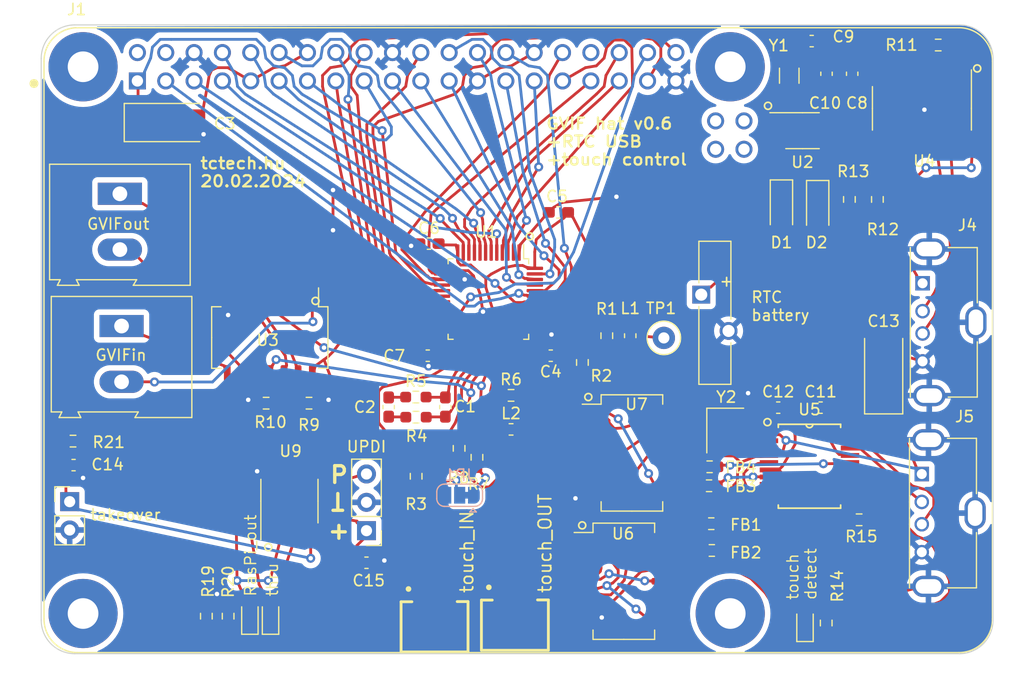
<source format=kicad_pcb>
(kicad_pcb (version 20221018) (generator pcbnew)
  (layers (0 "F.Cu" signal) (31 "B.Cu" signal) (34 "B.Paste" user) (35 "F.Paste" user) (36 "B.SilkS" user "B.Silkscreen") (37 "F.SilkS" user "F.Silkscreen") (38 "B.Mask" user) (39 "F.Mask" user) (44 "Edge.Cuts" user))
  (net 0 "")
  (net 1 "Net-(U1-PIO0_8)")
  (net 3 "Net-(U1-PIO0_9)")
  (net 5 "Net-(C2-Pad1)")
  (net 6 "Net-(C2-Pad2)")
  (net 7 "VCC")
  (net 8 "GND")
  (net 9 "GNDA")
  (net 10 "VSYNC")
  (net 11 "HSYNC")
  (net 12 "G6")
  (net 13 "B2")
  (net 14 "R7")
  (net 15 "B6")
  (net 16 "B7")
  (net 17 "R3")
  (net 18 "R4")
  (net 19 "G7")
  (net 20 "G2")
  (net 21 "G3")
  (net 22 "B5")
  (net 23 "CLK")
  (net 24 "DE")
  (net 25 "B3")
  (net 26 "B4")
  (net 27 "G4")
  (net 28 "G5")
  (net 29 "R5")
  (net 30 "R2")
  (net 31 "R6")
  (net 32 "Net-(J2-Pin_1)")
  (net 33 "Net-(J2-Pin_2)")
  (net 34 "Net-(J3-Pin_1)")
  (net 35 "Net-(J3-Pin_2)")
  (net 36 "Net-(JP1-C)")
  (net 37 "Net-(U1-PIO0_15)")
  (net 38 "Net-(U1-PIO0_10)")
  (net 39 "Net-(U1-PIO1_21)")
  (net 40 "REXT")
  (net 41 "Net-(U1-PIO1_22)")
  (net 42 "B1")
  (net 43 "B0")
  (net 44 "G1")
  (net 45 "G0")
  (net 46 "R1")
  (net 47 "R0")
  (net 48 "SDATA_P")
  (net 49 "SDATA_N")
  (net 50 "Net-(JP1-A)")
  (net 52 "Net-(BT1-+)")
  (net 53 "Net-(U4-VUSB)")
  (net 54 "Net-(U2-OSCI)")
  (net 55 "Net-(D1-K)")
  (net 56 "USBvdd")
  (net 57 "RSTn")
  (net 58 "Net-(U2-SDA)")
  (net 59 "Net-(U2-SCL)")
  (net 60 "Net-(U2-OSCO)")
  (net 69 "Net-(J4-D-)")
  (net 70 "Net-(J4-D+)")
  (net 71 "Net-(U5-VUSB)")
  (net 72 "Net-(J5-VBUS)")
  (net 73 "Net-(D3-K)")
  (net 74 "Net-(D3-A)")
  (net 75 "Net-(J5-D-)")
  (net 76 "Net-(J5-D+)")
  (net 77 "Net-(U5-WAKE)")
  (net 78 "Net-(U5-X-)")
  (net 79 "Net-(U5-OSCI)")
  (net 80 "Net-(U5-OSC2)")
  (net 83 "Net-(J6-Pin_1)")
  (net 84 "Net-(J6-Pin_2)")
  (net 85 "Net-(J6-Pin_3)")
  (net 86 "Net-(J6-Pin_4)")
  (net 87 "Net-(J7-Pin_1)")
  (net 88 "Net-(J7-Pin_2)")
  (net 89 "Net-(J7-Pin_3)")
  (net 90 "Net-(J7-Pin_4)")
  (net 91 "Net-(U5-X+)")
  (net 92 "Net-(U5-SY+)")
  (net 93 "Net-(U5-Y-)")
  (net 94 "Net-(FB1-Pad1)")
  (net 95 "Net-(FB2-Pad1)")
  (net 96 "Net-(FB3-Pad1)")
  (net 97 "Net-(FB4-Pad1)")
  (net 98 "Net-(J8-Pin_1)")
  (net 99 "Net-(D4-K)")
  (net 100 "THRU")
  (net 101 "Net-(D5-K)")
  (net 102 "HAKC")
  (net 105 "Net-(J9-Pin_3)")
  (footprint "Crystal:Crystal_SMD_3225-4Pin_3.2x2.5mm" (layer "F.Cu") (at 153.75 98.15 -90)
    (fp_text reference "Y2")
    (fp_text value "12MHz")
  )
  (footprint "lib:FPC-SMD_3P-P1.00_AFA10-S03ECC-00" (layer "F.Cu") (at 134.9 112.25)
    (fp_text reference "J7")
    (fp_text value "touch_OUT")
  )
  (footprint "Battery:Battery_Panasonic_CR1220-VCN_Vertical_CircularHoles" (layer "F.Cu") (at 151.6 85.975 -90)
    (fp_text reference "BT1" hide)
    (fp_text value "Battery_Cell")
  )
  (footprint "Resistor_SMD:R_0603_1608Metric_Pad0.98x0.95mm_HandSolder" (layer "F.Cu") (at 112.606 95.7)
    (fp_text reference "R10")
    (fp_text value "4k7")
  )
  (footprint "Diode_SMD:D_SOD-123" (layer "F.Cu") (at 162.0375 78.1025 -90)
    (fp_text reference "D2")
    (fp_text value "1N4148W")
  )
  (footprint "Capacitor_SMD:C_0603_1608Metric_Pad1.08x0.95mm_HandSolder" (layer "F.Cu") (at 162.8275 66.1775 90)
    (fp_text reference "C10")
    (fp_text value "100nF")
  )
  (footprint "TerminalBlock:TerminalBlock_Altech_AK300-2_P5.00mm" (layer "F.Cu") (at 99.65 88.785 -90)
    (fp_text reference "J3" hide)
    (fp_text value "GVIFin")
  )
  (footprint "Resistor_SMD:R_0603_1608Metric_Pad0.98x0.95mm_HandSolder" (layer "F.Cu") (at 116.45 95.7 180)
    (fp_text reference "R9")
    (fp_text value "4k7")
  )
  (footprint "Capacitor_SMD:C_0603_1608Metric_Pad1.08x0.95mm_HandSolder" (layer "F.Cu") (at 121.6 110)
    (fp_text reference "C15")
    (fp_text value "100nF")
  )
  (footprint "Capacitor_SMD:C_0603_1608Metric_Pad1.08x0.95mm_HandSolder" (layer "F.Cu") (at 138.1135 91.4445 180)
    (fp_text reference "C4")
    (fp_text value "10nF")
  )
  (footprint "Resistor_SMD:R_0603_1608Metric_Pad0.98x0.95mm_HandSolder" (layer "F.Cu") (at 107.25 114.7875 90)
    (fp_text reference "R19")
    (fp_text value "1k")
  )
  (footprint "Resistor_SMD:R_0603_1608Metric" (layer "F.Cu") (at 152.35 101.4)
    (fp_text reference "FB4")
    (fp_text value "FerriteBead")
  )
  (footprint "LED_SMD:LED_0603_1608Metric_Pad1.05x0.95mm_HandSolder" (layer "F.Cu") (at 113 114.75 90)
    (fp_text reference "D4")
    (fp_text value "LED")
  )
  (footprint "Connector_PinHeader_2.54mm:PinHeader_1x03_P2.54mm_Vertical" (layer "F.Cu") (at 121.6 107.125 180)
    (fp_text reference "UPDI")
    (fp_text value "UPDI")
  )
  (footprint "Capacitor_SMD:C_0603_1608Metric_Pad1.08x0.95mm_HandSolder" (layer "F.Cu") (at 138.8 78.6 180)
    (fp_text reference "C5")
    (fp_text value "100nF")
  )
  (footprint "Resistor_SMD:R_0603_1608Metric_Pad0.98x0.95mm_HandSolder" (layer "F.Cu") (at 126.0375 96.9525)
    (fp_text reference "R4")
    (fp_text value "330")
  )
  (footprint "Connector_PinHeader_2.54mm:PinHeader_1x02_P2.54mm_Vertical" (layer "F.Cu") (at 95 104.525)
    (fp_text reference "takeover")
    (fp_text value "Conn_01x02_Pin")
  )
  (footprint "Crystal:Crystal_SMD_3215-2Pin_3.2x1.5mm" (layer "F.Cu") (at 159.4875 66.3525 -90)
    (fp_text reference "Y1")
    (fp_text value "Crystal")
  )
  (footprint "Package_SO:SOIC-8_3.9x4.9mm_P1.27mm" (layer "F.Cu") (at 114.695 104.475 90)
    (fp_text reference "U9")
    (fp_text value "ATtiny412-SS")
  )
  (footprint "Capacitor_SMD:C_0603_1608Metric_Pad1.08x0.95mm_HandSolder" (layer "F.Cu") (at 158.5 96.1)
    (fp_text reference "C12")
    (fp_text value "100nF")
  )
  (footprint "Capacitor_SMD:C_0603_1608Metric_Pad1.08x0.95mm_HandSolder" (layer "F.Cu") (at 127.091 91.4445)
    (fp_text reference "C7")
    (fp_text value "100nF")
  )
  (footprint "Resistor_SMD:R_0603_1608Metric_Pad0.98x0.95mm_HandSolder" (layer "F.Cu") (at 126.025 95.1525)
    (fp_text reference "R5")
    (fp_text value "330")
  )
  (footprint "Resistor_SMD:R_0603_1608Metric_Pad0.98x0.95mm_HandSolder" (layer "F.Cu") (at 131.5 100.55 -90)
    (fp_text reference "R7")
    (fp_text value "51")
  )
  (footprint "Resistor_SMD:R_0603_1608Metric_Pad0.98x0.95mm_HandSolder" (layer "F.Cu") (at 95.3 99.1)
    (fp_text reference "R21")
    (fp_text value "47k")
  )
  (footprint "Capacitor_SMD:C_0603_1608Metric_Pad1.08x0.95mm_HandSolder" (layer "F.Cu") (at 161.5 63.25 180)
    (fp_text reference "C9")
    (fp_text value "10pF")
  )
  (footprint "Package_QFP:LQFP-48_7x7mm_P0.5mm" (layer "F.Cu") (at 132.5255 86.3645 -90)
    (fp_text reference "U1")
    (fp_text value "CXB1457R")
  )
  (footprint "Capacitor_Tantalum_SMD:CP_EIA-6032-15_Kemet-U" (layer "F.Cu") (at 103.65 70.55)
    (fp_text reference "C3")
    (fp_text value "33uF/16V")
  )
  (footprint "LED_SMD:LED_0603_1608Metric_Pad1.05x0.95mm_HandSolder" (layer "F.Cu") (at 111.15 114.75 90)
    (fp_text reference "D5")
    (fp_text value "LED")
  )
  (footprint "lib:MODULE_RASPBERRY_PI_4B_4GB" (layer "F.Cu") (at 135.2 90.05)
    (fp_text reference "J1")
    (fp_text value "Raspberry_Pi_2_3")
  )
  (footprint "Capacitor_SMD:C_0603_1608Metric_Pad1.08x0.95mm_HandSolder" (layer "F.Cu") (at 127.2 81.4 180)
    (fp_text reference "C6")
    (fp_text value "100nF")
  )
  (footprint "Package_SO:SO-14_5.3x10.2mm_P1.27mm" (layer "F.Cu") (at 144.6625 111.66)
    (fp_text reference "U6")
    (fp_text value "4066")
  )
  (footprint "lib:FPC-SMD_3P-P1.00_AFA10-S03ECC-00" (layer "F.Cu") (at 127.7 112.4)
    (fp_text reference "J6")
    (fp_text value "touch_IN")
  )
  (footprint "Capacitor_SMD:C_0603_1608Metric_Pad1.08x0.95mm_HandSolder" (layer "F.Cu") (at 128.6685 96.0465 -90)
    (fp_text reference "C1")
    (fp_text value "680p")
  )
  (footprint "lib:SOP65P780X200-20N" (layer "F.Cu") (at 161.3 101.35)
    (fp_text reference "U5")
    (fp_text value "AR1100-I/SS")
  )
  (footprint "Resistor_SMD:R_0603_1608Metric_Pad0.98x0.95mm_HandSolder" (layer "F.Cu") (at 109.2 114.7875 90)
    (fp_text reference "R20")
    (fp_text value "1k")
  )
  (footprint "Resistor_SMD:R_0603_1608Metric_Pad0.98x0.95mm_HandSolder" (layer "F.Cu") (at 140.95 92.05 90)
    (fp_text reference "R2")
    (fp_text value "330")
  )
  (footprint "Resistor_SMD:R_0603_1608Metric_Pad0.98x0.95mm_HandSolder" (layer "F.Cu") (at 164.8775 77.44 -90)
    (fp_text reference "R13")
    (fp_text value "4k7")
  )
  (footprint "Package_SO:SO-14_5.3x10.2mm_P1.27mm" (layer "F.Cu") (at 145.3875 100.16)
    (fp_text reference "U7")
    (fp_text value "4066")
  )
  (footprint "Capacitor_Tantalum_SMD:CP_EIA-6032-15_Kemet-U" (layer "F.Cu") (at 167.95 92.9 90)
    (fp_text reference "C13")
    (fp_text value "10uF")
  )
  (footprint "Capacitor_SMD:C_0603_1608Metric_Pad1.08x0.95mm_HandSolder" (layer "F.Cu") (at 123.5885 96.0465 -90)
    (fp_text reference "C2")
    (fp_text value "10nF")
  )
  (footprint "Resistor_SMD:R_0603_1608Metric_Pad0.98x0.95mm_HandSolder" (layer "F.Cu") (at 126.05 102.25 -90)
    (fp_text reference "R3")
    (fp_text value "330")
  )
  (footprint "Resistor_SMD:R_0603_1608Metric" (layer "F.Cu") (at 152.3 103.1)
    (fp_text reference "FB3")
    (fp_text value "FerriteBead")
  )
  (footprint "Connector_USB:USB_A_Molex_105057_Vertical" (layer "F.Cu") (at 171.4375 84.9525 -90)
    (fp_text reference "J4")
    (fp_text value "USB_A")
  )
  (footprint "Inductor_SMD:L_0603_1608Metric_Pad1.05x0.95mm_HandSolder" (layer "F.Cu") (at 134.5575 98.0485)
    (fp_text reference "L2")
    (fp_text value "L")
  )
  (footprint "Resistor_SMD:R_0603_1608Metric_Pad0.98x0.95mm_HandSolder" (layer "F.Cu") (at 172.8375 63.6025)
    (fp_text reference "R11")
    (fp_text value "4k7")
  )
  (footprint "TestPoint:TestPoint_Loop_D2.50mm_Drill1.0mm" (layer "F.Cu") (at 148.25 89.85)
    (fp_text reference "TP1")
    (fp_text value "REFREQ")
  )
  (footprint "Resistor_SMD:R_0603_1608Metric_Pad0.98x0.95mm_HandSolder" (layer "F.Cu") (at 165.75 106.15)
    (fp_text reference "R15")
    (fp_text value "10k")
  )
  (footprint "Resistor_SMD:R_0603_1608Metric" (layer "F.Cu") (at 152.55 108.9)
    (fp_text reference "FB2")
    (fp_text value "FerriteBead")
  )
  (footprint "Resistor_SMD:R_0603_1608Metric_Pad0.98x0.95mm_HandSolder" (layer "F.Cu") (at 143.1375 89.6525 90)
    (fp_text reference "R1")
    (fp_text value "330")
  )
  (footprint "Capacitor_SMD:C_0603_1608Metric_Pad1.08x0.95mm_HandSolder" (layer "F.Cu") (at 165.1275 66.1775 90)
    (fp_text reference "C8")
    (fp_text value ".33uF")
  )
  (footprint "Capacitor_SMD:C_0603_1608Metric_Pad1.08x0.95mm_HandSolder" (layer "F.Cu") (at 162.3 96.1)
    (fp_text reference "C11")
    (fp_text value ".33uF")
  )
  (footprint "LED_SMD:LED_0603_1608Metric_Pad1.05x0.95mm_HandSolder" (layer "F.Cu") (at 160.9 115.4 90)
    (fp_text reference "D3")
    (fp_text value "LED")
  )
  (footprint "Connector_USB:USB_A_Molex_105057_Vertical" (layer "F.Cu") (at 171.365 102.05 -90)
    (fp_text reference "J5")
    (fp_text value "USB_A")
  )
  (footprint "Inductor_SMD:L_0603_1608Metric_Pad1.05x0.95mm_HandSolder" (layer "F.Cu") (at 145.2375 89.6525 -90)
    (fp_text reference "L1")
    (fp_text value "L")
  )
  (footprint "Capacitor_SMD:C_0603_1608Metric_Pad1.08x0.95mm_HandSolder" (layer "F.Cu") (at 95.35 101.25)
    (fp_text reference "C14")
    (fp_text value "1uF")
  )
  (footprint "TerminalBlock:TerminalBlock_Altech_AK300-2_P5.00mm" (layer "F.Cu") (at 99.5 76.935 -90)
    (fp_text reference "J2" hide)
    (fp_text value "GVIFout")
  )
  (footprint "Diode_SMD:D_SOD-123" (layer "F.Cu") (at 158.7875 78.0525 -90)
    (fp_text reference "D1")
    (fp_text value "1N4148W")
  )
  (footprint "Resistor_SMD:R_0603_1608Metric_Pad0.98x0.95mm_HandSolder" (layer "F.Cu") (at 129.9 99.75 -90)
    (fp_text reference "R8")
    (fp_text value "51")
  )
  (footprint "Package_SO:SO-14_5.3x10.2mm_P1.27mm" (layer "F.Cu") (at 112.934 89.8155 -90)
    (fp_text reference "U3")
    (fp_text value "4066")
  )
  (footprint "Resistor_SMD:R_0603_1608Metric_Pad0.98x0.95mm_HandSolder" (layer "F.Cu") (at 162.8 115.4 90)
    (fp_text reference "R14")
    (fp_text value "4k7")
  )
  (footprint "Package_SO:MSOP-8_3x3mm_P0.65mm" (layer "F.Cu") (at 160.6775 71.2775)
    (fp_text reference "U2")
    (fp_text value "PCF8563TS")
  )
  (footprint "Resistor_SMD:R_0603_1608Metric_Pad0.98x0.95mm_HandSolder" (layer "F.Cu") (at 167.3875 77.44 -90)
    (fp_text reference "R12")
    (fp_text value "4k7")
  )
  (footprint "Resistor_SMD:R_0603_1608Metric_Pad0.98x0.95mm_HandSolder" (layer "F.Cu") (at 134.5575 95.0005)
    (fp_text reference "R6")
    (fp_text value "4k7")
  )
  (footprint "Package_SO:SO-14_3.9x8.65mm_P1.27mm" (layer "F.Cu") (at 171.3775 69.2775 -90)
    (fp_text reference "U4")
    (fp_text value "MCP2221AxST")
  )
  (footprint "Resistor_SMD:R_0603_1608Metric" (layer "F.Cu") (at 152.5 106.5)
    (fp_text reference "FB1")
    (fp_text value "FerriteBead")
  )
  (footprint "Jumper:SolderJumper-3_P1.3mm_Bridged12_RoundedPad1.0x1.5mm" (layer "B.Cu") (at 129.95 103.95 180)
    (fp_text reference "JP1")
    (fp_text value "Standby")
  )
  (gr_circle (center 157.583773 69.05) (end 157.483773 69.35) (stroke (width 0.15)) (fill none) (layer "F.SilkS"))
  (gr_circle (center 112.8 108.6) (end 112.7 108.9) (stroke (width 0.15)) (fill none) (layer "F.SilkS"))
  (gr_circle (center 157.533773 97.4) (end 157.433773 97.7) (stroke (width 0.15)) (fill none) (layer "F.SilkS"))
  (gr_circle (center 140.933773 106.65) (end 140.833773 106.95) (stroke (width 0.15)) (fill none) (layer "F.SilkS"))
  (gr_circle (center 141.483773 95.15) (end 141.383773 95.45) (stroke (width 0.15)) (fill none) (layer "F.SilkS"))
  (gr_circle (center 117.03015 86.5344) (end 116.93015 86.8344) (stroke (width 0.15)) (fill none) (layer "F.SilkS"))
  (gr_circle (center 176.333773 65.7) (end 176.233773 66) (stroke (width 0.15)) (fill none) (layer "F.SilkS"))
  (gr_circle (center 136.233773 80.75) (end 136.133773 81.05) (stroke (width 0.15)) (fill none) (layer "F.SilkS"))
  (gr_line (start 95.45 61.8) (end 174.75 61.8) (stroke (width 0.1)) (layer "Edge.Cuts"))
  (gr_line (start 92.45 115.15) (end 92.45 64.8) (stroke (width 0.1)) (layer "Edge.Cuts"))
  (gr_arc (start 177.75 115.15) (mid 176.87132 117.27132) (end 174.75 118.15) (stroke (width 0.1)) (layer "Edge.Cuts"))
  (gr_arc (start 95.45 118.15) (mid 93.32868 117.27132) (end 92.45 115.15) (stroke (width 0.1)) (layer "Edge.Cuts"))
  (gr_line (start 177.75 64.8) (end 177.75 115.15) (stroke (width 0.1)) (layer "Edge.Cuts"))
  (gr_arc (start 174.75 61.8) (mid 176.87132 62.67868) (end 177.75 64.8) (stroke (width 0.1)) (layer "Edge.Cuts"))
  (gr_arc (start 92.45 64.8) (mid 93.32868 62.67868) (end 95.45 61.8) (stroke (width 0.1)) (layer "Edge.Cuts"))
  (gr_rect (start 157.7375 61.8025) (end 157.7375 61.8025) (stroke (width 0.1)) (fill none) (layer "Edge.Cuts"))
  (gr_line (start 174.75 118.15) (end 95.45 118.15) (stroke (width 0.1)) (layer "Edge.Cuts"))
  (gr_rect (start 157.7375 61.8025) (end 157.7375 61.8025) (stroke (width 0.1)) (fill none) (layer "Edge.Cuts"))
  (gr_text "RasPi_out" (at 111.8 113.1 90) (layer "F.SilkS") (effects (font (size 1 1) (thickness 0.125)) (justify left bottom)))
  (gr_text "P" (at 118.2 103) (layer "F.SilkS") (effects (font (size 1.5 1.5) (thickness 0.3) bold) (justify left bottom)))
  (gr_text "+" (at 118 108) (layer "F.SilkS") (effects (font (size 1.5 1.5) (thickness 0.3) bold) (justify left bottom)))
  (gr_text "GVIF hat v0.6\n+RTC USB\n+touch control" (at 137.6 74.45) (layer "F.SilkS") (effects (font (size 1 1.1) (thickness 0.2) bold) (justify left bottom)))
  (gr_text "tctech.hu\n20.02.2024" (at 106.6 76.4) (layer "F.SilkS") (effects (font (size 1 1.1) (thickness 0.2) bold) (justify left bottom)))
  (gr_text "thru\n" (at 113.75 113.1 90) (layer "F.SilkS") (effects (font (size 1 1) (thickness 0.125)) (justify left bottom)))
  (gr_text "RTC\nbattery" (at 156 88.4) (layer "F.SilkS") (effects (font (size 1 1)) (justify left bottom)))
  (gr_text "T" (at 119.8 103.6 180) (layer "F.SilkS") (effects (font (size 1.5 1.5) (thickness 0.3) bold) (justify left bottom)))
  (gr_text "touch\ndetect" (at 162 113.4 90) (layer "F.SilkS") (effects (font (size 1 1) (thickness 0.125)) (justify left bottom)))
  (segment (start 127.4259 95.1682) (end 127.3009 95.1682) (width 0.25) (layer "F.Cu") (net 1))
  (segment (start 129.6078 92.9287) (end 129.1192 93.8598) (width 0.25) (layer "F.Cu") (net 1))
  (segment (start 128.6685 95.184) (end 128.3176 95.1682) (width 0.25) (layer "F.Cu") (net 1))
  (segment (start 128.9516 94.6546) (end 128.6685 95.184) (width 0.25) (layer "F.Cu") (net 1))
  (segment (start 128.3176 95.1682) (end 128.1926 95.1682) (width 0.25) (layer "F.Cu") (net 1))
  (segment (start 130.7755 91.2648) (end 130.7755 91.6479) (width 0.25) (layer "F.Cu") (net 1))
  (segment (start 130.7755 90.527) (end 130.7755 91.2648) (width 0.25) (layer "F.Cu") (net 1))
  (segment (start 128.9516 94.6448) (end 128.9516 94.6546) (width 0.25) (layer "F.Cu") (net 1))
  (segment (start 127.3009 95.1682) (end 126.9375 95.1525) (width 0.25) (layer "F.Cu") (net 1))
  (segment (start 129.0197 94.0999) (end 128.9516 94.6448) (width 0.25) (layer "F.Cu") (net 1))
  (segment (start 129.1192 93.8598) (end 129.0197 94.0999) (width 0.25) (layer "F.Cu") (net 1))
  (segment (start 128.1926 95.1682) (end 127.4259 95.1682) (width 0.25) (layer "F.Cu") (net 1))
  (segment (start 130.7755 91.6479) (end 129.6078 92.9287) (width 0.25) (layer "F.Cu") (net 1))
  (segment (start 129.1271 96.4523) (end 129.1004 96.4791) (width 0.25) (layer "F.Cu") (net 3))
  (segment (start 131.2522 91.8801) (end 131.2339 91.918) (width 0.25) (layer "F.Cu") (net 3))
  (segment (start 131.2339 91.918) (end 130.0742 93.2403) (width 0.25) (layer "F.Cu") (net 3))
  (segment (start 129.1004 96.4791) (end 128.6685 96.909) (width 0.25) (layer "F.Cu") (net 3))
  (segment (start 127.4384 96.9307) (end 127.3134 96.9307) (width 0.25) (layer "F.Cu") (net 3))
  (segment (start 128.3176 96.9307) (end 128.1926 96.9307) (width 0.25) (layer "F.Cu") (net 3))
  (segment (start 131.2755 90.527) (end 131.2755 91.2648) (width 0.25) (layer "F.Cu") (net 3))
  (segment (start 127.3134 96.9307) (end 126.95 96.9525) (width 0.25) (layer "F.Cu") (net 3))
  (segment (start 129.5698 94.2094) (end 129.5695 95.6601) (width 0.25) (layer "F.Cu") (net 3))
  (segment (start 128.6685 96.909) (end 128.3176 96.9307) (width 0.25) (layer "F.Cu") (net 3))
  (segment (start 129.5514 95.7513) (end 129.1271 96.4523) (width 0.25) (layer "F.Cu") (net 3))
  (segment (start 128.1926 96.9307) (end 127.4384 96.9307) (width 0.25) (layer "F.Cu") (net 3))
  (segment (start 131.2755 91.2648) (end 131.2755 91.8238) (width 0.25) (layer "F.Cu") (net 3))
  (segment (start 129.5855 94.1714) (end 129.5698 94.2094) (width 0.25) (layer "F.Cu") (net 3))
  (segment (start 129.5695 95.6601) (end 129.5514 95.7513) (width 0.25) (layer "F.Cu") (net 3))
  (segment (start 131.2755 91.8238) (end 131.2522 91.8801) (width 0.25) (layer "F.Cu") (net 3))
  (segment (start 130.0742 93.2403) (end 129.5855 94.1714) (width 0.25) (layer "F.Cu") (net 3))
  (segment (start 124.7491 95.1682) (end 125.1125 95.1525) (width 0.25) (layer "F.Cu") (net 5))
  (segment (start 123.9394 95.1682) (end 124.0644 95.1682) (width 0.25) (layer "F.Cu") (net 5))
  (segment (start 123.5885 95.184) (end 123.9394 95.1682) (width 0.25) (layer "F.Cu") (net 5))
  (segment (start 124.6241 95.1682) (end 124.7491 95.1682) (width 0.25) (layer "F.Cu") (net 5))
  (segment (start 124.0644 95.1682) (end 124.6241 95.1682) (width 0.25) (layer "F.Cu") (net 5))
  (segment (start 124.7616 96.9307) (end 125.125 96.9525) (width 0.25) (layer "F.Cu") (net 6))
  (segment (start 123.9394 96.9307) (end 124.0644 96.9307) (width 0.25) (layer "F.Cu") (net 6))
  (segment (start 123.5885 96.909) (end 123.9394 96.9307) (width 0.25) (layer "F.Cu") (net 6))
  (segment (start 124.0644 96.9307) (end 124.6366 96.9307) (width 0.25) (layer "F.Cu") (net 6))
  (segment (start 124.6366 96.9307) (end 124.7616 96.9307) (width 0.25) (layer "F.Cu") (net 6))
  (segment (start 110.9749 101.4582) (end 111.4582 100.9749) (width 0.25) (layer "F.Cu") (net 7))
  (segment (start 128.6009 81.5125) (end 128.6527 81.5125) (width 0.25) (layer "F.Cu") (net 7))
  (segment (start 136.6789 82.1468) (end 136.8169 81.0361) (width 0.25) (layer "F.Cu") (net 7))
  (segment (start 128.4759 81.5125) (end 128.6009 81.5125) (width 0.25) (layer "F.Cu") (net 7))
  (segment (start 134.4008 89.458) (end 134.416 89.4416) (width 0.25) (layer "F.Cu") (net 7))
  (segment (start 128.0625 81.4) (end 128.4759 81.5125) (width 0.25) (layer "F.Cu") (net 7))
  (segment (start 119.306 90.1621) (end 125.6991 91.1614) (width 0.25) (layer "F.Cu") (net 7))
  (segment (start 102.1117 71.6797) (end 102.1325 71.7005) (width 0.25) (layer "F.Cu") (net 7))
  (segment (start 132.8651 87.1591) (end 132.8651 87.8427) (width 0.25) (layer "F.Cu") (net 7))
  (segment (start 120.7375 108.4625) (end 120.7375 110) (width 0.25) (layer "F.Cu") (net 7))
  (segment (start 119.0251 95.7418) (end 119.0251 95.0582) (width 0.25) (layer "F.Cu") (net 7))
  (segment (start 101.1875 70.55) (end 102.1117 71.6797) (width 0.25) (layer "F.Cu") (net 7))
  (segment (start 129.8716 88.814) (end 132.3818 88.326) (width 0.25) (layer "F.Cu") (net 7))
  (segment (start 129.7755 82.9398) (end 129.7755 82.9709) (width 0.25) (layer "F.Cu") (net 7))
  (segment (start 113.7051 105.555) (end 113.7339 105.5493) (width 0.25) (layer "F.Cu") (net 7))
  (segment (start 110.9749 102.1418) (end 110.9749 101.4582) (width 0.25) (layer "F.Cu") (net 7))
  (segment (start 135.9499 83.5251) (end 135.5944 83.3615) (width 0.25) (layer "F.Cu") (net 7))
  (segment (start 113.6518 105.5771) (end 113.6763 105.5608) (width 0.25) (layer "F.Cu") (net 7))
  (segment (start 139.6625 78.6) (end 140.0924 79.0319) (width 0.25) (layer "F.Cu") (net 7))
  (segment (start 134.416 89.4416) (end 132.785 88.1183) (width 0.25) (layer "F.Cu") (net 7))
  (segment (start 139.2902 79.1034) (end 139.3169 79.0767) (width 0.25) (layer "F.Cu") (net 7))
  (segment (start 126.5741 90.9776) (end 126.2285 91.4445) (width 0.25) (layer "F.Cu") (net 7))
  (segment (start 129.4839 89.1145) (end 129.7911 88.8384) (width 0.25) (layer "F.Cu") (net 7))
  (segment (start 129.7911 88.8384) (end 129.8716 88.814) (width 0.25) (layer "F.Cu") (net 7))
  (segment (start 113.6274 105.5934) (end 113.6518 105.5771) (width 0.25) (layer "F.Cu") (net 7))
  (segment (start 135.1861 89.792) (end 135.1861 89.6191) (width 0.25) (layer "F.Cu") (net 7))
  (segment (start 136.6789 83.4642) (end 136.6789 82.1468) (width 0.25) (layer "F.Cu") (net 7))
  (segment (start 117.4582 85.2818) (end 119.306 90.1621) (width 0.25) (layer "F.Cu") (net 7))
  (segment (start 134.3649 89.792) (end 134.3649 89.6191) (width 0.25) (layer "F.Cu") (net 7))
  (segment (start 112.5172 106.0429) (end 112.5004 106.026) (width 0.25) (layer "F.Cu") (net 7))
  (segment (start 136.8169 81.0361) (end 137.3002 80.5528) (width 0.25) (layer "F.Cu") (net 7))
  (segment (start 113.7339 105.5493) (end 114.0861 105.5493) (width 0.25) (layer "F.Cu") (net 7))
  (segment (start 101.1875 70.55) (end 101.1287 69.499) (width 0.25) (layer "F.Cu") (net 7))
  (segment (start 118.1338 91.5488) (end 117.794 91.7944) (width 0.25) (layer "F.Cu") (net 7))
  (segment (start 114.0861 105.5493) (end 116.9261 105.5493) (width 0.25) (layer "F.Cu") (net 7))
  (segment (start 139.3169 79.0668) (end 139.6625 78.6) (width 0.25) (layer "F.Cu") (net 7))
  (segment (start 140.0924 79.0319) (end 140.0993 79.0389) (width 0.25) (layer "F.Cu") (net 7))
  (segment (start 129.8221 83.0965) (end 130.0438 83.3182) (width 0.25) (layer "F.Cu") (net 7))
  (segment (start 129.1008 89.1145) (end 129.4839 89.1145) (width 0.25) (layer "F.Cu") (net 7))
  (segment (start 100.1953 71.6117) (end 100.1673 71.6399) (width 0.25) (layer "F.Cu") (net 7))
  (segment (start 136.6789 83.5892) (end 136.6789 83.4642) (width 0.25) (layer "F.Cu") (net 7))
  (segment (start 112.5004 106.026) (end 110.9749 102.1418) (width 0.25) (layer "F.Cu") (net 7))
  (segment (start 120.75 106.275) (end 120.75 106.4) (width 0.25) (layer "F.Cu") (net 7))
  (segment (start 134.3649 89.6191) (end 134.4008 89.458) (width 0.25) (layer "F.Cu") (net 7))
  (segment (start 130.0438 83.3182) (end 130.9306 83.3182) (width 0.25) (layer "F.Cu") (net 7))
  (segment (start 125.6991 91.1614) (end 126.2285 91.4445) (width 0.25) (layer "F.Cu") (net 7))
  (segment (start 121.6 107.6) (end 120.7375 108.4625) (width 0.25) (layer "F.Cu") (net 7))
  (segment (start 102.1325 71.7005) (end 117.1766 84.9839) (width 0.25) (layer "F.Cu") (net 7))
  (segment (start 136.688 83.6145) (end 136.6789 83.5892) (width 0.25) (layer "F.Cu") (net 7))
  (segment (start 144.8701 88.2955) (end 145.2375 88.7775) (width 0.25) (layer "F.Cu") (net 7))
  (segment (start 132.2919 85.2988) (end 132.8651 87.1591) (width 0.25) (layer "F.Cu") (net 7))
  (segment (start 119.0251 95.0582) (end 117.794 91.7944) (width 0.25) (layer "F.Cu") (net 7))
  (segment (start 134.5244 89.3641) (end 134.416 89.4416) (width 0.25) (layer "F.Cu") (net 7))
  (segment (start 128.363 89.1145) (end 129.1008 89.1145) (width 0.25) (layer "F.Cu") (net 7))
  (segment (start 101.1875 70.55) (end 100.1953 71.6117) (width 0.25) (layer "F.Cu") (net 7))
  (segment (start 113.0346 105.9897) (end 113.6274 105.5934) (width 0.25) (layer "F.Cu") (net 7))
  (segment (start 140.0993 79.0389) (end 144.8632 88.2886) (width 0.25) (layer "F.Cu") (net 7))
  (segment (start 118.5418 96.2251) (end 119.0251 95.7418) (width 0.25) (layer "F.Cu") (net 7))
  (segment (start 100.1673 71.6399) (end 96.5448 75.5411) (width 0.25) (layer "F.Cu") (net 7))
  (segment (start 127.6573 89.2531) (end 126.5741 90.9678) (width 0.25) (layer "F.Cu") (net 7))
  (segment (start 96.5081 98.6331) (end 96.2125 99.1) (width 0.25) (layer "F.Cu") (net 7))
  (segment (start 128.6527 81.5125) (end 129.628 81.5251) (width 0.25) (layer "F.Cu") (net 7))
  (segment (start 120.75 106.4) (end 121.6 107.125) (width 0.25) (layer "F.Cu") (net 7))
  (segment (start 119.306 90.1621) (end 118.6171 91.0655) (width 0.25) (layer "F.Cu") (net 7))
  (segment (start 117.0168 92.3584) (end 116.744 93.278) (width 0.25) (layer "F.Cu") (net 7))
  (segment (start 130.9306 83.3182) (end 130.9342 83.3197) (width 0.25) (layer "F.Cu") (net 7))
  (segment (start 128.363 89.1145) (end 127.6595 89.2509) (width 0.25) (layer "F.Cu") (net 7))
  (segment (start 134.8766 89.3641) (end 134.5244 89.3641) (width 0.25) (layer "F.Cu") (net 7))
  (segment (start 144.8632 88.2886) (end 144.8701 88.2955) (width 0.25) (layer "F.Cu") (net 7))
  (segment (start 131.4059 83.7275) (end 132.292 84.5033) (width 0.25) (layer "F.Cu") (net 7))
  (segment (start 117.1766 84.9839) (end 117.4256 85.2329) (width 0.25) (layer "F.Cu") (net 7))
  (segment (start 118.6171 91.0655) (end 118.1338 91.5488) (width 0.25) (layer "F.Cu") (net 7))
  (segment (start 101.1287 67.457) (end 101.07 66.82) (width 0.25) (layer "F.Cu") (net 7))
  (segment (start 129.628 81.5251) (end 129.7755 82.202) (width 0.25) (layer "F.Cu") (net 7))
  (segment (start 132.292 84.5033) (end 132.2919 85.2988) (width 0.25) (layer "F.Cu") (net 7))
  (segment (start 134.9456 89.3786) (end 134.8766 89.3641) (width 0.25) (layer "F.Cu") (net 7))
  (segment (start 134.9136 83.3615) (end 133.8062 83.5913) (width 0.25) (layer "F.Cu") (net 7))
  (segment (start 135.953 83.5251) (end 135.9499 83.5251) (width 0.25) (layer "F.Cu") (net 7))
  (segment (start 132.7752 84.1319) (end 132.292 84.5033) (width 0.25) (layer "F.Cu") (net 7))
  (segment (start 101.1287 69.499) (end 101.1287 69.374) (width 0.25) (layer "F.Cu") (net 7))
  (segment (start 136.688 83.6145) (end 135.953 83.5251) (width 0.25) (layer "F.Cu") (net 7))
  (segment (start 134.2755 90.527) (end 134.3649 89.792) (width 0.25) (layer "F.Cu") (net 7))
  (segment (start 117.794 91.7944) (end 117.0168 92.3584) (width 0.25) (layer "F.Cu") (net 7))
  (segment (start 127.6595 89.2509) (end 127.6573 89.2531) (width 0.25) (layer "F.Cu") (net 7))
  (segment (start 128.062 81.2845) (end 128.0625 81.4) (width 0.25) (layer "F.Cu") (net 7))
  (segment (start 130.9342 83.3197) (end 131.4059 83.7275) (width 0.25) (layer "F.Cu") (net 7))
  (segment (start 126.5741 90.9678) (end 126.5741 90.9776) (width 0.25) (layer "F.Cu") (net 7))
  (segment (start 133.8062 83.5913) (end 132.7752 84.1319) (width 0.25) (layer "F.Cu") (net 7))
  (segment (start 112.79 106.95) (end 112.5172 106.0429) (width 0.25) (layer "F.Cu") (net 7))
  (segment (start 132.8651 87.8427) (end 132.785 88.1183) (width 0.25) (layer "F.Cu") (net 7))
  (segment (start 137.3002 80.5528) (end 139.2902 79.1034) (width 0.25) (layer "F.Cu") (net 7))
  (segment (start 135.2755 90.527) (end 135.1861 89.792) (width 0.25) (layer "F.Cu") (net 7))
  (segment (start 121.6 107.125) (end 121.6 107.6) (width 0.25) (layer "F.Cu") (net 7))
  (segment (start 112.79 106.95) (end 113.022 106.0022) (width 0.25) (layer "F.Cu") (net 7))
  (segment (start 96.5448 75.5411) (end 96.5081 98.6233) (width 0.25) (layer "F.Cu") (net 7))
  (segment (start 101.1287 69.374) (end 101.1287 67.582) (width 0.25) (layer "F.Cu") (net 7))
  (segment (start 139.3169 79.0767) (end 139.3169 79.0668) (width 0.25) (layer "F.Cu") (net 7))
  (segment (start 113.6763 105.5608) (end 113.7051 105.555) (width 0.25) (layer "F.Cu") (net 7))
  (segment (start 132.3818 88.326) (end 132.785 88.1183) (width 0.25) (layer "F.Cu") (net 7))
  (segment (start 116.9261 105.5493) (end 120.75 106.275) (width 0.25) (layer "F.Cu") (net 7))
  (segment (start 117.4256 85.2329) (end 117.4419 85.2573) (width 0.25) (layer "F.Cu") (net 7))
  (segment (start 96.5081 98.6233) (end 96.5081 98.6331) (width 0.25) (layer "F.Cu") (net 7))
  (segment (start 129.7755 82.9709) (end 129.8221 83.0965) (width 0.25) (layer "F.Cu") (net 7))
  (segment (start 135.5944 83.3615) (end 134.9136 83.3615) (width 0.25) (layer "F.Cu") (net 7))
  (segment (start 113.022 106.0022) (end 113.0346 105.9897) (width 0.25) (layer "F.Cu") (net 7))
  (segment (start 101.1287 67.582) (end 101.1287 67.457) (width 0.25) (layer "F.Cu") (net 7))
  (segment (start 117.4419 85.2573) (end 117.4582 85.2818) (width 0.25) (layer "F.Cu") (net 7))
  (segment (start 111.4582 100.9749) (end 118.5418 96.2251) (width 0.25) (layer "F.Cu") (net 7))
  (segment (start 135.1861 89.6191) (end 134.9456 89.3786) (width 0.25) (layer "F.Cu") (net 7))
  (segment (start 129.7755 82.202) (end 129.7755 82.9398) (width 0.25) (layer "F.Cu") (net 7))
  (segment (start 121.6 107.125) (end 121.6 107.08) (width 0.25) (layer "F.Cu") (net 7))
  (segment (start 122.6622 72.1014) (end 115.8183 68.0071) (width 0.25) (layer "B.Cu") (net 7))
  (segment (start 115.8183 68.0071) (end 115.1229 67.3117) (width 0.25) (layer "B.Cu") (net 7))
  (segment (start 123.8291 70.9345) (end 123.8291 71.6181) (width 0.25) (layer "B.Cu") (net 7))
  (segment (start 123.3458 72.1014) (end 122.6622 72.1014) (width 0.25) (layer "B.Cu") (net 7))
  (segment (start 111.7217 63.0929) (end 104.1017 63.0929) (width 0.25) (layer "B.Cu") (net 7))
  (segment (start 115.1229 67.3117) (end 114.9571 66.3283) (width 0.25) (layer "B.Cu") (net 7))
  (segment (start 112.4171 63.7883) (end 111.7217 63.0929) (width 0.25) (layer "B.Cu") (net 7))
  (segment (start 112.5829 64.7717) (end 112.4171 63.7883) (width 0.25) (layer "B.Cu") (net 7))
  (segment (start 121.39 66.82) (end 123.8291 70.9345) (width 0.25) (layer "B.Cu") (net 7))
  (segment (start 113.2783 65.4671) (end 112.5829 64.7717) (width 0.25) (layer "B.Cu") (net 7))
  (segment (start 103.1183 63.0929) (end 102.4229 63.7883) (width 0.25) (layer "B.Cu") (net 7))
  (segment (start 101.707 66.0062) (end 101.707 66.058) (width 0.25) (layer "B.Cu") (net 7))
  (segment (start 102.4229 63.7883) (end 102.2571 64.7717) (width 0.25) (layer "B.Cu") (net 7))
  (segment (start 102.2571 64.7717) (end 101.707 66.0062) (width 0.25) (layer "B.Cu") (net 7))
  (segment (start 114.2617 65.6329) (end 113.2783 65.4671) (width 0.25) (layer "B.Cu") (net 7))
  (segment (start 101.707 66.058) (end 101.707 66.183) (width 0.25) (layer "B.Cu") (net 7))
  (segment (start 101.707 66.183) (end 101.07 66.82) (width 0.25) (layer "B.Cu") (net 7))
  (segment (start 114.9571 66.3283) (end 114.2617 65.6329) (width 0.25) (layer "B.Cu") (net 7))
  (segment (start 104.1017 63.0929) (end 103.1183 63.0929) (width 0.25) (layer "B.Cu") (net 7))
  (segment (start 123.8291 71.6181) (end 123.3458 72.1014) (width 0.25) (layer "B.Cu") (net 7))
  (segment (start 164.2317 98.1613) (end 164.2317 98.2131) (width 0.25) (layer "F.Cu") (net 8))
  (segment (start 160.8702 95.2171) (end 160.9158 95.208) (width 0.25) (layer "F.Cu") (net 8))
  (segment (start 129.1008 83.6145) (end 129.2769 83.6144) (width 0.25) (layer "F.Cu") (net 8))
  (segment (start 118.2 95.4) (end 117.8418 95.4169) (width 0.25) (layer "F.Cu") (net 8))
  (segment (start 128.3669 91.332) (end 128.4919 91.332) (width 0.25) (layer "F.Cu") (net 8))
  (segment (start 167.1349 68.1591) (end 167.1593 68.1754) (width 0.25) (layer "F.Cu") (net 8))
  (segment (start 107.3371 67.3117) (end 106.948 69.3732) (width 0.25) (layer "F.Cu") (net 8))
  (segment (start 157.6678 103.0665) (end 157.6678 102.9756) (width 0.25) (layer "F.Cu") (net 8))
  (segment (start 142.6706 90.8606) (end 142.6427 90.8606) (width 0.25) (layer "F.Cu") (net 8))
  (segment (start 163.1784 65.315) (end 163.3034 65.315) (width 0.25) (layer "F.Cu") (net 8))
  (segment (start 174.9918 70.7596) (end 175.0087 70.7765) (width 0.25) (layer "F.Cu") (net 8))
  (segment (start 138.3674 78.168) (end 137.9375 78.6) (width 0.25) (layer "F.Cu") (net 8))
  (segment (start 159.3779 72.2525) (end 159.4193 72.2525) (width 0.25) (layer "F.Cu") (net 8))
  (segment (start 162.715 64.7248) (end 162.715 64.7766) (width 0.25) (layer "F.Cu") (net 8))
  (segment (start 155.8 94.8) (end 158.1136 95.199) (width 0.25) (layer "F.Cu") (net 8))
  (segment (start 133.5983 65.6329) (end 134.5817 65.4671) (width 0.25) (layer "F.Cu") (net 8))
  (segment (start 132.7405 94.5413) (end 132.7496 94.4957) (width 0.25) (layer "F.Cu") (net 8))
  (segment (start 165.1275 65.315) (end 165.5594 65.7449) (width 0.25) (layer "F.Cu") (net 8))
  (segment (start 137.5076 79.0319) (end 137.5007 79.0389) (width 0.25) (layer "F.Cu") (net 8))
  (segment (start 158.4933 101.5893) (end 158.3683 101.5893) (width 0.25) (layer "F.Cu") (net 8))
  (segment (start 158.9184 102.23) (end 158.9184 102.0482) (width 0.25) (layer "F.Cu") (net 8))
  (segment (start 131.178 84.2776) (end 131.7591 85.8345) (width 0.25) (layer "F.Cu") (net 8))
  (segment (start 158.9184 101.2868) (end 158.8469 101.3822) (width 0.25) (layer "F.Cu") (net 8))
  (segment (start 109.124 86.353) (end 109.124 87.724) (width 0.25) (layer "F.Cu") (net 8))
  (segment (start 139.1408 77.708) (end 139.0952 77.7171) (width 0.25) (layer "F.Cu") (net 8))
  (segment (start 137.5007 79.0389) (end 135.3915 81.4781) (width 0.25) (layer "F.Cu") (net 8))
  (segment (start 163.3034 65.315) (end 164.6516 65.315) (width 0.25) (layer "F.Cu") (net 8))
  (segment (start 164.2317 98.2131) (end 164.2317 98.3381) (width 0.25) (layer "F.Cu") (net 8))
  (segment (start 165.5594 65.7449) (end 165.5792 65.7647) (width 0.25) (layer "F.Cu") (net 8))
  (segment (start 174.3012 70.3633) (end 174.9918 70.7596) (width 0.25) (layer "F.Cu") (net 8))
  (segment (start 114.2617 65.4671) (end 116.31 64.28) (width 0.25) (layer "F.Cu") (net 8))
  (segment (start 133.1861 89.792) (end 133.2755 90.527) (width 0.25) (layer "F.Cu") (net 8))
  (segment (start 157.6678 103.1915) (end 157.6678 103.0665) (width 0.25) (layer "F.Cu") (net 8))
  (segment (start 158.1136 95.199) (end 158.1592 95.208) (width 0.25) (layer "F.Cu") (net 8))
  (segment (start 166.8203 91.3617) (end 166.813 91.369) (width 0.25) (layer "F.Cu") (net 8))
  (segment (start 159.554 72.1276) (end 159.803 71.8786) (width 0.25) (layer "F.Cu") (net 8))
  (segment (start 163.2668 114.1919) (end 162.8 114.4875) (width 0.25) (layer "F.Cu") (net 8))
  (segment (start 160.3492 70.8256) (end 161.9446 66.4727) (width 0.25) (layer "F.Cu") (net 8))
  (segment (start 143.1375 90.565) (end 142.6706 90.8606) (width 0.25) (layer "F.Cu") (net 8))
  (segment (start 132.7496 95.5053) (end 132.7405 95.4597) (width 0.25) (layer "F.Cu") (net 8))
  (segment (start 159.8569 95.7326) (end 159.8639 95.7257) (width 0.25) (layer "F.Cu") (net 8))
  (segment (start 129.8352 83.8216) (end 130.7223 83.822) (width 0.25) (layer "F.Cu") (net 8))
  (segment (start 158.4933 101.7711) (end 158.3683 101.7711) (width 0.25) (layer "F.Cu") (net 8))
  (segment (start 158.8469 102.6776) (end 158.9184 102.5822) (width 0.25) (layer "F.Cu") (net 8))
  (segment (start 160.9614 95.199) (end 161.3136 95.199) (width 0.25) (layer "F.Cu") (net 8))
  (segment (start 130.7223 83.822) (end 131.178 84.2776) (width 0.25) (layer "F.Cu") (net 8))
  (segment (start 133.1861 89.6191) (end 133.1861 89.792) (width 0.25) (layer "F.Cu") (net 8))
  (segment (start 131.55 66.82) (end 133.5983 65.6329) (width 0.25) (layer "F.Cu") (net 8))
  (segment (start 129.7755 89.7892) (end 129.7755 89.7581) (width 0.25) (layer "F.Cu") (net 8))
  (segment (start 132.7315 94.5869) (end 132.7405 94.5413) (width 0.25) (layer "F.Cu") (net 8))
  (segment (start 112.4894 101.8) (end 111.8 101.8) (width 0.25) (layer "F.Cu") (net 8))
  (segment (start 107.6009 113.875) (end 107.25 113.875) (width 0.25) (layer "F.Cu") (net 8))
  (segment (start 161.9446 66.4727) (end 162.3758 65.7647) (width 0.25) (layer "F.Cu") (net 8))
  (segment (start 162.7081 63.7168) (end 162.715 64.7248) (width 0.25) (layer "F.Cu") (net 8))
  (segment (start 142.1647 115.2336) (end 142.686 114.906) (width 0.25) (layer "F.Cu") (net 8))
  (segment (start 155.8 94.8) (end 152.1239 95.9249) (width 0.25) (layer "F.Cu") (net 8))
  (segment (start 133.2755 91.2648) (end 133.2755 90.527) (width 0.25) (layer "F.Cu") (net 8))
  (segment (start 108.8491 113.875) (end 108.7241 113.875) (width 0.25) (layer "F.Cu") (net 8))
  (segment (start 169.1268 91.273) (end 169.1164 91.273) (width 0.25) (layer "F.Cu") (net 8))
  (segment (start 128.5437 91.332) (end 129.628 91.2039) (width 0.25) (layer "F.Cu") (net 8))
  (segment (start 164.6516 65.315) (end 164.7766 65.315) (width 0.25) (layer "F.Cu") (net 8))
  (segment (start 161.9136 95.199) (end 162.708 95.3083) (width 0.25) (layer "F.Cu") (net 8))
  (segment (start 131.7591 85.8345) (end 132.04 87.5009) (width 0.25) (layer "F.Cu") (net 8))
  (segment (start 127.162 92.377) (end 127.5236 91.8764) (width 0.25) (layer "F.Cu") (net 8))
  (segment (start 167.1838 68.1917) (end 171.6 69.4) (width 0.25) (layer "F.Cu") (net 8))
  (segment (start 118.6 76.6) (end 118.6 80) (width 0.25) (layer "F.Cu") (net 8))
  (segment (start 127.9535 91.4445) (end 128.3669 91.332) (width 0.25) (layer "F.Cu") (net 8))
  (segment (start 151.8749 96.1739) (end 151.8749 97.5739) (width 0.25) (layer "F.Cu") (net 8))
  (segment (start 162.3625 63.25) (end 162.7081 63.7168) (width 0.25) (layer "F.Cu") (net 8))
  (segment (start 166.8533 67.8612) (end 166.8859 67.9101) (width 0.25) (layer "F.Cu") (net 8))
  (segment (start 133.2756 91.4409) (end 133.2755 91.2648) (width 0.25) (layer "F.Cu") (net 8))
  (segment (start 136.688 89.1145) (end 137.4119 89.2305) (width 0.25) (layer "F.Cu") (net 8))
  (segment (start 158.3683 101.7711) (end 157.6678 101.6802) (width 0.25) (layer "F.Cu") (net 8))
  (segment (start 158.6292 101.7711) (end 158.4933 101.7711) (width 0.25) (layer "F.Cu") (net 8))
  (segment (start 140.95 91.1375) (end 140.518 90.7576) (width 0.25) (layer "F.Cu") (net 8))
  (segment (start 130.0357 89.3913) (end 130.0994 89.3641) (width 0.25) (layer "F.Cu") (net 8))
  (segment (start 158.9184 102.0482) (end 158.6694 101.7992) (width 0.25) (layer "F.Cu") (net 8))
  (segment (start 157.6678 103.4201) (end 157.6678 103.1915) (width 0.25) (layer "F.Cu") (net 8))
  (segment (start 129.7755 90.527) (end 129.7755 89.7892) (width 0.25) (layer "F.Cu") (net 8))
  (segment (start 109.2 113.875) (end 108.8491 113.875) (width 0.25) (layer "F.Cu") (net 8))
  (segment (start 123 110) (end 123.2 109.8) (width 0.25) (layer "F.Cu") (net 8))
  (segment (start 133.3494 97.5816) (end 133.3494 97.5718) (width 0.25) (layer "F.Cu") (net 8))
  (segment (start 139.0952 77.7171) (end 138.3872 78.1483) (width 0.25) (layer "F.Cu") (net 8))
  (segment (start 159.4193 72.2525) (end 159.554 72.1276) (width 0.25) (layer "F.Cu") (net 8))
  (segment (start 117.8418 95.4169) (end 117.3625 95.7) (width 0.25) (layer "F.Cu") (net 8))
  (segment (start 107.5029 66.3283) (end 107.3371 67.3117) (width 0.25) (layer "F.Cu") (net 8))
  (segment (start 164.2317 102.9756) (end 164.1067 102.9756) (width 0.25) (layer "F.Cu") (net 8))
  (segment (start 141.4168 90.8419) (end 140.95 91.1375) (width 0.25) (layer "F.Cu") (net 8))
  (segment (start 166.813 91.369) (end 162.7249 95.2919) (width 0.25) (layer "F.Cu") (net 8))
  (segment (start 112.6144 101.8) (end 112.4894 101.8) (width 0.25) (layer "F.Cu") (net 8))
  (segment (start 159.8639 95.7257) (end 160.8702 95.2171) (width 0.25) (layer "F.Cu") (net 8))
  (segment (start 162.8275 65.315) (end 163.1784 65.315) (width 0.25) (layer "F.Cu") (net 8))
  (segment (start 159.7081 96.5767) (end 160.0181 98.689) (width 0.25) (layer "F.Cu") (net 8))
  (segment (start 157.6678 103.5451) (end 157.6678 103.4201) (width 0.25) (layer "F.Cu") (net 8))
  (segment (start 132.7496 94.4957) (end 133.2756 92.0947) (width 0.25) (layer "F.Cu") (net 8))
  (segment (start 111 95.4) (end 111.2141 95.4169) (width 0.25) (layer "F.Cu") (net 8))
  (segment (start 166.0104 66.4727) (end 166.8533 67.8612) (width 0.25) (layer "F.Cu") (net 8))
  (segment (start 171.965 112.12) (end 171.465 112.12) (width 0.25) (layer "F.Cu") (net 8))
  (segment (start 134.5817 65.4671) (end 136.63 64.28) (width 0.25) (layer "F.Cu") (net 8))
  (segment (start 112.79 102) (end 112.6144 101.8) (width 0.25) (layer "F.Cu") (net 8))
  (segment (start 152.3 98.675) (end 152.425 98.675) (width 0.25) (layer "F.Cu") (net 8))
  (segment (start 167.1593 68.1754) (end 167.1838 68.1917) (width 0.25) (layer "F.Cu") (net 8))
  (segment (start 107.721 65.8507) (end 107.5029 66.3283) (width 0.25) (layer "F.Cu") (net 8))
  (segment (start 107.7259 113.875) (end 107.6009 113.875) (width 0.25) (layer "F.Cu") (net 8))
  (segment (start 142.1603 115.2379) (end 142.1647 115.2336) (width 0.25) (layer "F.Cu") (net 8))
  (segment (start 158.3683 102.8847) (end 158.4933 102.8847) (width 0.25) (layer "F.Cu") (net 8))
  (segment (start 130.4516 89.3641) (end 132.8766 89.3641) (width 0.25) (layer "F.Cu") (net 8))
  (segment (start 108.2 112.8) (end 108.2 113.875) (width 0.25) (layer "F.Cu") (net 8))
  (segment (start 158.9326 95.668) (end 159.3625 96.1) (width 0.25) (layer "F.Cu") (net 8))
  (segment (start 132.7405 95.4597) (end 132.7315 95.4141) (width 0.25) (layer "F.Cu") (net 8))
  (segment (start 158.6694 101.7992) (end 158.6292 101.7711) (width 0.25) (layer "F.Cu") (net 8))
  (segment (start 127.5236 91.8764) (end 127.9535 91.4445) (width 0.25) (layer "F.Cu") (net 8))
  (segment (start 159.4685 100.3442) (end 158.9184 101.2868) (width 0.25) (layer "F.Cu") (net 8))
  (segment (start 158.4933 102.9756) (end 158.3683 102.9756) (width 0.25) (layer "F.Cu") (net 8))
  (segment (start 152.2482 98.675) (end 152.3 98.675) (width 0.25) (layer "F.Cu") (net 8))
  (segment (start 144 77.2) (end 139.1864 77.699) (width 0.25) (layer "F.Cu") (net 8))
  (segment (start 175.0087 70.7765) (end 175.0087 70.7826) (width 0.25) (layer "F.Cu") (net 8))
  (segment (start 128.363 83.6145) (end 129.1008 83.6145) (width 0.25) (layer "F.Cu") (net 8))
  (segment (start 151.8749 97.5739) (end 151.8749 97.9261) (width 0.25) (layer "F.Cu") (net 8))
  (segment (start 160.0181 98.689) (end 160.0181 99.3726) (width 0.25) (layer "F.Cu") (net 8))
  (segment (start 163.1625 96.1) (end 163.5924 96.5319) (width 0.25) (layer "F.Cu") (net 8))
  (segment (start 132.7315 95.4141) (end 132.7315 95.0619) (width 0.25) (layer "F.Cu") (net 8))
  (segment (start 108.2 113.875) (end 107.7259 113.875) (width 0.25) (layer "F.Cu") (net 8))
  (segment (start 164.2317 98.3381) (end 164.9322 98.429) (width 0.25) (layer "F.Cu") (net 8))
  (segment (start 133.3494 97.5718) (end 132.7496 95.5053) (width 0.25) (layer "F.Cu") (net 8))
  (segment (start 162.715 64.9016) (end 162.8275 65.315) (width 0.25) (layer "F.Cu") (net 8))
  (segment (start 141.925 103.97) (end 140.9426 104.1488) (width 0.25) (layer "F.Cu") (net 8))
  (segment (start 165.5792 65.7647) (end 166.0104 66.4727) (width 0.25) (layer "F.Cu") (net 8))
  (segment (start 163.5993 96.5389) (end 164.2317 98.1613) (width 0.25) (layer "F.Cu") (net 8))
  (segment (start 162.8169 95.6233) (end 162.8169 95.6331) (width 0.25) (layer "F.Cu") (net 8))
  (segment (start 161.3136 95.199) (end 161.9136 95.199) (width 0.25) (layer "F.Cu") (net 8))
  (segment (start 158.3683 102.9756) (end 157.6678 102.9756) (width 0.25) (layer "F.Cu") (net 8))
  (segment (start 129.8208 83.8187) (end 129.8352 83.8216) (width 0.25) (layer "F.Cu") (net 8))
  (segment (start 141.2 115.47) (end 142.1603 115.2379) (width 0.25) (layer "F.Cu") (net 8))
  (segment (start 129.628 91.2039) (end 129.7755 90.527) (width 0.25) (layer "F.Cu") (net 8))
  (segment (start 162.7249 95.2919) (end 162.708 95.3083) (width 0.25) (layer "F.Cu") (net 8))
  (segment (start 129.2769 83.6144) (end 129.8208 83.8187) (width 0.25) (layer "F.Cu") (net 8))
  (segment (start 107.721 65.8507) (end 108.1983 65.6329) (width 0.25) (layer "F.Cu") (net 8))
  (segment (start 158.1592 95.208) (end 158.2048 95.2171) (width 0.25) (layer "F.Cu") (net 8))
  (segment (start 169.1164 91.273) (end 167.95 90.4375) (width 0.25) (layer "F.Cu") (net 8))
  (segment (start 158.2048 95.2171) (end 158.9058 95.6413) (width 0.25) (layer "F.Cu") (net 8))
  (segment (start 157.6678 102.9756) (end 158.3683 102.8847) (width 0.25) (layer "F.Cu") (net 8))
  (segment (start 138.3872 78.1483) (end 138.3674 78.168) (width 0.25) (layer "F.Cu") (net 8))
  (segment (start 162.8169 95.6331) (end 163.1625 96.1) (width 0.25) (layer "F.Cu") (net 8))
  (segment (start 159.7081 96.5668) (end 159.7081 96.5767) (width 0.25) (layer "F.Cu") (net 8))
  (segment (start 130.4 84.6) (end 131.178 84.2776) (width 0.25) (layer "F.Cu") (net 8))
  (segment (start 160.9158 95.208) (end 160.9614 95.199) (width 0.25) (layer "F.Cu") (net 8))
  (segment (start 139.1864 77.699) (end 139.1408 77.708) (width 0.25) (layer "F.Cu") (net 8))
  (segment (start 159.3625 96.1) (end 159.7081 96.5668) (width 0.25) (layer "F.Cu") (net 8))
  (segment (start 166.8859 67.9101) (end 167.1349 68.1591) (width 0.25) (layer "F.Cu") (net 8))
  (segment (start 140.5111 90.7507) (end 138.178 89.5464) (width 0.25) (layer "F.Cu") (net 8))
  (segment (start 108.1983 65.6329) (end 109.1817 65.6329) (width 0.25) (layer "F.Cu") (net 8))
  (segment (start 133.6825 98.0485) (end 133.3494 97.5816) (width 0.25) (layer "F.Cu") (net 8))
  (segment (start 152.425 98.675) (end 152.9 99.25) (width 0.25) (layer "F.Cu") (net 8))
  (segment (start 158.565 72.2525) (end 159.3779 72.2525) (width 0.25) (layer "F.Cu") (net 8))
  (segment (start 171.4375 91.9525) (end 169.1268 91.273) (width 0.25) (layer "F.Cu") (net 8))
  (segment (start 106.948 69.3732) (end 106.948 69.3835) (width 0.25) (layer "F.Cu") (net 8))
  (segment (start 152.175 98.6018) (end 152.2482 98.675) (width 0.25) (layer "F.Cu") (net 8))
  (segment (start 158.4933 102.8847) (end 158.6398 102.8847) (width 0.25) (layer "F.Cu") (net 8))
  (segment (start 158.6398 101.5893) (end 158.4933 101.5893) (width 0.25) (layer "F.Cu") (net 8))
  (segment (start 163.2767 114.1919) (end 163.2668 114.1919) (width 0.25) (layer "F.Cu") (net 8))
  (segment (start 106.15 64.28) (end 107.721 65.8507) (width 0.25) (layer "F.Cu") (net 8))
  (segment (start 129.7755 89.7581) (end 129.8026 89.6244) (width 0.25) (layer "F.Cu") (net 8))
  (segment (start 158.9058 95.6413) (end 158.9326 95.668) (width 0.25) (layer "F.Cu") (net 8))
  (segment (start 96.2 101.7259) (end 96.2 102.4) (width 0.25) (layer "F.Cu") (net 8))
  (segment (start 128.4919 91.332) (end 128.5437 91.332) (width 0.25) (layer "F.Cu") (net 8))
  (segment (start 137.4119 89.2305) (end 137.4141 89.2327) (width 0.25) (layer "F.Cu") (net 8))
  (segment (start 140.518 90.7576) (end 140.5111 90.7507) (width 0.25) (layer "F.Cu") (net 8))
  (segment (start 164.1067 102.9756) (end 158.4933 102.9756) (width 0.25) (layer "F.Cu") (net 8))
  (segment (start 109.1817 65.6329) (end 111.23 66.82) (width 0.25) (layer "F.Cu") (net 8))
  (segment (start 159.803 71.8786) (end 160.3492 70.8256) (width 0.25) (layer "F.Cu") (net 8))
  (segment (start 158.9184 102.5822) (end 158.9184 102.23) (width 0.25) (layer "F.Cu") (net 8))
  (segment (start 158.3683 101.5893) (end 157.6678 101.6802) (width 0.25) (layer "F.Cu") (net 8))
  (segment (start 159.3625 96.1) (end 159.8569 95.7326) (width 0.25) (layer "F.Cu") (net 8))
  (segment (start 162.3955 65.7449) (end 162.8275 65.315) (width 0.25) (layer "F.Cu") (net 8))
  (segment (start 157.6678 103.636) (end 157.6678 103.5451) (width 0.25) (layer "F.Cu") (net 8))
  (segment (start 129.8026 89.6244) (end 130.0357 89.3913) (width 0.25) (layer "F.Cu") (net 8))
  (segment (start 135.3915 81.4781) (end 135.2755 82.202) (width 0.25) (layer "F.Cu") (net 8))
  (segment (start 158.6398 102.8847) (end 158.8469 102.6776) (width 0.25) (layer "F.Cu") (net 8))
  (segment (start 122.4625 110) (end 123 110) (width 0.25) (layer "F.Cu") (net 8))
  (segment (start 111.2141 95.4169) (end 111.6935 95.7) (width 0.25) (layer "F.Cu") (net 8))
  (segment (start 106.948 69.3835) (end 106.1125 70.55) (width 0.25) (layer "F.Cu") (net 8))
  (segment (start 151.8749 97.9261) (end 152.175 98.6018) (width 0.25) (layer "F.Cu") (net 8))
  (segment (start 162.3758 65.7647) (end 162.3955 65.7449) (width 0.25) (layer "F.Cu") (net 8))
  (segment (start 152.1239 95.9249) (end 151.8749 96.1739) (width 0.25) (layer "F.Cu") (net 8))
  (segment (start 132.9456 89.3786) (end 133.1861 89.6191) (width 0.25) (layer "F.Cu") (net 8))
  (segment (start 140.9426 104.1488) (end 140.328 104.226) (width 0.25) (layer "F.Cu") (net 8))
  (segment (start 167.95 90.4375) (end 166.8203 91.3617) (width 0.25) (layer "F.Cu") (net 8))
  (segment (start 163.5924 96.5319) (end 163.5993 96.5389) (width 0.25) (layer "F.Cu") (net 8))
  (segment (start 137.4141 89.2327) (end 138.178 89.5464) (width 0.25) (layer "F.Cu") (net 8))
  (segment (start 132.7315 95.0619) (end 132.7315 94.5869) (width 0.25) (layer "F.Cu") (net 8))
  (segment (start 171.465 112.12) (end 163.2767 114.1919) (width 0.25) (layer "F.Cu") (net 8))
  (segment (start 162.708 95.3083) (end 162.8169 95.6233) (width 0.25) (layer "F.Cu") (net 8))
  (segment (start 164.9322 102.9756) (end 164.2317 102.9756) (width 0.25) (layer "F.Cu") (net 8))
  (segment (start 133.2756 92.0947) (end 133.2756 91.4409) (width 0.25) (layer "F.Cu") (net 8))
  (segment (start 130.0994 89.3641) (end 130.4516 89.3641) (width 0.25) (layer "F.Cu") (net 8))
  (segment (start 108.7241 113.875) (end 108.2 113.875) (width 0.25) (layer "F.Cu") (net 8))
  (segment (start 111.23 66.82) (end 113.2783 65.6329) (width 0.25) (layer "F.Cu") (net 8))
  (segment (start 160.0181 99.3726) (end 159.4685 100.3442) (width 0.25) (layer "F.Cu") (net 8))
  (segment (start 109.124 87.724) (end 109.2 87.8) (width 0.25) (layer "F.Cu") (net 8))
  (segment (start 141.4448 90.8419) (end 141.4168 90.8419) (width 0.25) (layer "F.Cu") (net 8))
  (segment (start 96.2 101.6009) (end 96.2 101.7259) (width 0.25) (layer "F.Cu") (net 8))
  (segment (start 113.2783 65.6329) (end 114.2617 65.4671) (width 0.25) (layer "F.Cu") (net 8))
  (segment (start 158.8469 101.3822) (end 158.6398 101.5893) (width 0.25) (layer "F.Cu") (net 8))
  (segment (start 132.8766 89.3641) (end 132.9456 89.3786) (width 0.25) (layer "F.Cu") (net 8))
  (segment (start 137.9375 78.6) (end 137.5076 79.0319) (width 0.25) (layer "F.Cu") (net 8))
  (segment (start 175.0087 70.7826) (end 175.1875 71.7525) (width 0.25) (layer "F.Cu") (net 8))
  (segment (start 96.2125 101.25) (end 96.2 101.6009) (width 0.25) (layer "F.Cu") (net 8))
  (segment (start 162.715 64.7766) (end 162.715 64.9016) (width 0.25) (layer "F.Cu") (net 8))
  (segment (start 142.6427 90.8606) (end 141.4448 90.8419) (width 0.25) (layer "F.Cu") (net 8))
  (segment (start 164.7766 65.315) (end 165.1275 65.315) (width 0.25) (layer "F.Cu") (net 8))
  (segment (start 171.6 69.4) (end 174.3012 70.3633) (width 0.25) (layer "F.Cu") (net 8))
  (via (at 96.2 102.4) (size 0.8) (drill 0.4) (layers "F.Cu" "B.Cu") (net 8))
  (via (at 109.2 87.8) (size 0.8) (drill 0.4) (layers "F.Cu" "B.Cu") (net 8))
  (via (at 130.4 84.6) (size 0.8) (drill 0.4) (layers "F.Cu" "B.Cu") (net 8))
  (via (at 123.2 109.8) (size 0.8) (drill 0.4) (layers "F.Cu" "B.Cu") (net 8))
  (via (at 155.8 94.8) (size 0.8) (drill 0.4) (layers "F.Cu" "B.Cu") (net 8))
  (via (at 111.8 101.8) (size 0.8) (drill 0.4) (layers "F.Cu" "B.Cu") (net 8))
  (via (at 118.6 76.6) (size 0.8) (drill 0.4) (layers "F.Cu" "B.Cu") (net 8))
  (via (at 132.04 87.5009) (size 0.8) (drill 0.4) (layers "F.Cu" "B.Cu") (net 8))
  (via (at 127.162 92.377) (size 0.8) (drill 0.4) (layers "F.Cu" "B.Cu") (net 8))
  (via (at 138.178 89.5464) (size 0.8) (drill 0.4) (layers "F.Cu" "B.Cu") (net 8))
  (via (at 125.6 81.6) (size 0.8) (drill 0.4) (layers "F.Cu" "B.Cu") (net 8))
  (via (at 144 77.2) (size 0.8) (drill 0.4) (layers "F.Cu" "B.Cu") (net 8))
  (via (at 111 95.4) (size 0.8) (drill 0.4) (layers "F.Cu" "B.Cu") (net 8))
  (via (at 108.2 112.8) (size 0.8) (drill 0.4) (layers "F.Cu" "B.Cu") (net 8))
  (via (at 118.2 95.4) (size 0.8) (drill 0.4) (layers "F.Cu" "B.Cu") (net 8))
  (via (at 140.328 104.226) (size 0.8) (drill 0.4) (layers "F.Cu" "B.Cu") (net 8))
  (via (at 142.686 114.906) (size 0.8) (drill 0.4) (layers "F.Cu" "B.Cu") (net 8))
  (via (at 107 71.6) (size 0.8) (drill 0.4) (layers "F.Cu" "B.Cu") (net 8))
  (via (at 118.6 80.2) (size 0.8) (drill 0.4) (layers "F.Cu" "B.Cu") (net 8))
  (via (at 171.6 69.4) (size 0.8) (drill 0.4) (layers "F.Cu" "B.Cu") (net 8))
  (segment (start 135.4325 98.0485) (end 135.4512 97.6976) (width 0.25) (layer "F.Cu") (net 9))
  (segment (start 135.4512 95.3514) (end 135.47 95.0005) (width 0.25) (layer "F.Cu") (net 9))
  (segment (start 135.4512 97.5726) (end 135.4512 95.4764) (width 0.25) (layer "F.Cu") (net 9))
  (segment (start 135.4512 97.6976) (end 135.4512 97.5726) (width 0.25) (layer "F.Cu") (net 9))
  (segment (start 135.904 92.2379) (end 135.7656 94.5336) (width 0.25) (layer "F.Cu") (net 9))
  (segment (start 135.7656 94.5336) (end 135.47 95.0005) (width 0.25) (layer "F.Cu") (net 9))
  (segment (start 135.0244 91.6899) (end 135.904 92.2379) (width 0.25) (layer "F.Cu") (net 9))
  (segment (start 137.251 91.4445) (end 136.7565 91.8119) (width 0.25) (layer "F.Cu") (net 9))
  (segment (start 136.7565 91.8119) (end 136.7496 91.8188) (width 0.25) (layer "F.Cu") (net 9))
  (segment (start 136.7496 91.8188) (end 135.904 92.2379) (width 0.25) (layer "F.Cu") (net 9))
  (segment (start 135.4512 95.4764) (end 135.4512 95.3514) (width 0.25) (layer "F.Cu") (net 9))
  (segment (start 134.7755 90.527) (end 134.7755 91.2648) (width 0.25) (layer "F.Cu") (net 9))
  (segment (start 134.7754 91.4409) (end 135.0244 91.6899) (width 0.25) (layer "F.Cu") (net 9))
  (segment (start 134.7755 91.2648) (end 134.7754 91.4409) (width 0.25) (layer "F.Cu") (net 9))
  (segment (start 135.25 85.8546) (end 135.7801 86.0251) (width 0.25) (layer "F.Cu") (net 10))
  (segment (start 135.953 86.0251) (end 136.688 86.1145) (width 0.25) (layer "F.Cu") (net 10))
  (segment (start 135.7801 86.0251) (end 135.953 86.0251) (width 0.25) (layer "F.Cu") (net 10))
  (via (at 135.25 85.8546) (size 0.8) (drill 0.4) (layers "F.Cu" "B.Cu") (net 10))
  (segment (start 131.6982 86.6758) (end 133.6661 86.3322) (width 0.25) (layer "B.Cu") (net 10))
  (segment (start 133.6661 86.3322) (end 135.25 85.8546) (width 0.25) (layer "B.Cu") (net 10))
  (segment (start 131.2758 87.0014) (end 131.6982 86.6758) (width 0.25) (layer "B.Cu") (net 10))
  (segment (start 103.61 66.82) (end 130.5922 87.0014) (width 0.25) (layer "B.Cu") (net 10))
  (segment (start 130.5922 87.0014) (end 131.2758 87.0014) (width 0.25) (layer "B.Cu") (net 10))
  (segment (start 134.9082 86.6797) (end 135.5918 86.6797) (width 0.25) (layer "F.Cu") (net 11))
  (segment (start 135.7741 86.6144) (end 135.9502 86.6145) (width 0.25) (layer "F.Cu") (net 11))
  (segment (start 135.9502 86.6145) (end 136.688 86.6145) (width 0.25) (layer "F.Cu") (net 11))
  (segment (start 133.117 84.957) (end 134.9082 86.6797) (width 0.25) (layer "F.Cu") (net 11))
  (segment (start 135.5918 86.6797) (end 135.7741 86.6144) (width 0.25) (layer "F.Cu") (net 11))
  (via (at 133.117 84.957) (size 0.8) (drill 0.4) (layers "F.Cu" "B.Cu") (net 11))
  (segment (start 106.15 66.82) (end 133.117 84.957) (width 0.25) (layer "B.Cu") (net 11))
  (segment (start 132.1279 80.9047) (end 132.1289 80.9882) (width 0.25) (layer "F.Cu") (net 12))
  (segment (start 132.1289 80.9882) (end 132.1915 81.0537) (width 0.25) (layer "F.Cu") (net 12))
  (segment (start 132.2755 81.4331) (end 132.2755 81.4642) (width 0.25) (layer "F.Cu") (net 12))
  (segment (start 132.2755 81.4642) (end 132.2755 82.202) (width 0.25) (layer "F.Cu") (net 12))
  (segment (start 132.1915 81.0537) (end 132.2755 81.4331) (width 0.25) (layer "F.Cu") (net 12))
  (segment (start 131.827 78.6223) (end 132.0047 79.236) (width 0.25) (layer "F.Cu") (net 12))
  (segment (start 132.0047 79.236) (end 132.1279 80.9047) (width 0.25) (layer "F.Cu") (net 12))
  (via (at 131.827 78.6223) (size 0.8) (drill 0.4) (layers "F.Cu" "B.Cu") (net 12))
  (segment (start 117.6629 63.7883) (end 118.3583 63.0929) (width 0.25) (layer "B.Cu") (net 12))
  (segment (start 118.3583 63.0929) (end 119.3417 63.0929) (width 0.25) (layer "B.Cu") (net 12))
  (segment (start 121.8817 65.6329) (end 122.5771 66.3283) (width 0.25) (layer "B.Cu") (net 12))
  (segment (start 113.77 64.28) (end 115.8183 65.4671) (width 0.25) (layer "B.Cu") (net 12))
  (segment (start 122.7429 67.3117) (end 131.827 78.6223) (width 0.25) (layer "B.Cu") (net 12))
  (segment (start 120.2029 64.7717) (end 120.8983 65.4671) (width 0.25) (layer "B.Cu") (net 12))
  (segment (start 117.4971 64.7717) (end 117.6629 63.7883) (width 0.25) (layer "B.Cu") (net 12))
  (segment (start 120.8983 65.4671) (end 121.8817 65.6329) (width 0.25) (layer "B.Cu") (net 12))
  (segment (start 120.0371 63.7883) (end 120.2029 64.7717) (width 0.25) (layer "B.Cu") (net 12))
  (segment (start 119.3417 63.0929) (end 120.0371 63.7883) (width 0.25) (layer "B.Cu") (net 12))
  (segment (start 115.8183 65.4671) (end 116.8017 65.4671) (width 0.25) (layer "B.Cu") (net 12))
  (segment (start 116.8017 65.4671) (end 117.4971 64.7717) (width 0.25) (layer "B.Cu") (net 12))
  (segment (start 122.5771 66.3283) (end 122.7429 67.3117) (width 0.25) (layer "B.Cu") (net 12))
  (segment (start 142.8971 64.7717) (end 143.1237 63.8135) (width 0.25) (layer "F.Cu") (net 13))
  (segment (start 145.4371 66.3283) (end 145.4371 67.3117) (width 0.25) (layer "F.Cu") (net 13))
  (segment (start 134.2755 81.4642) (end 134.2755 82.202) (width 0.25) (layer "F.Cu") (net 13))
  (segment (start 142.2017 65.4671) (end 142.8971 64.7717) (width 0.25) (layer "F.Cu") (net 13))
  (segment (start 134.4374 81.0032) (end 134.381 81.0627) (width 0.25) (layer "F.Cu") (net 13))
  (segment (start 145.3763 63.8135) (end 145.4371 66.3283) (width 0.25) (layer "F.Cu") (net 13))
  (segment (start 144.7165 63.1537) (end 145.3763 63.8135) (width 0.25) (layer "F.Cu") (net 13))
  (segment (start 139.17 66.82) (end 141.2183 65.6329) (width 0.25) (layer "F.Cu") (net 13))
  (segment (start 135.1159 78.9777) (end 134.4374 81.0032) (width 0.25) (layer "F.Cu") (net 13))
  (segment (start 145.4371 67.3117) (end 135.1159 78.9777) (width 0.25) (layer "F.Cu") (net 13))
  (segment (start 141.2183 65.6329) (end 142.2017 65.4671) (width 0.25) (layer "F.Cu") (net 13))
  (segment (start 143.7835 63.1537) (end 144.7165 63.1537) (width 0.25) (layer "F.Cu") (net 13))
  (segment (start 143.1237 63.8135) (end 143.7835 63.1537) (width 0.25) (layer "F.Cu") (net 13))
  (segment (start 134.381 81.0627) (end 134.2755 81.4331) (width 0.25) (layer "F.Cu") (net 13))
  (segment (start 134.2755 81.4331) (end 134.2755 81.4642) (width 0.25) (layer "F.Cu") (net 13))
  (segment (start 127.628 85.0251) (end 128.363 85.1145) (width 0.25) (layer "F.Cu") (net 14))
  (segment (start 124.2248 82.1491) (end 124.2405 82.1871) (width 0.25) (layer "F.Cu") (net 14))
  (segment (start 123.004 71.2763) (end 124.2248 82.1491) (width 0.25) (layer "F.Cu") (net 14))
  (segment (start 126.4639 84.5435) (end 126.7861 84.8657) (width 0.25) (layer "F.Cu") (net 14))
  (segment (start 124.2405 82.1871) (end 126.4477 84.5272) (width 0.25) (layer "F.Cu") (net 14))
  (segment (start 126.4477 84.5272) (end 126.4639 84.5435) (width 0.25) (layer "F.Cu") (net 14))
  (segment (start 127.4551 85.0251) (end 127.628 85.0251) (width 0.25) (layer "F.Cu") (net 14))
  (segment (start 126.7861 84.8657) (end 127.4551 85.0251) (width 0.25) (layer "F.Cu") (net 14))
  (via (at 123.004 71.2763) (size 0.8) (drill 0.4) (layers "F.Cu" "B.Cu") (net 14))
  (segment (start 119.5992 69.2884) (end 123.004 71.2763) (width 0.25) (layer "B.Cu") (net 14))
  (segment (start 116.31 66.82) (end 119.5992 69.2884) (width 0.25) (layer "B.Cu") (net 14))
  (segment (start 134.9122 85.0084) (end 135.6217 85.0251) (width 0.25) (layer "F.Cu") (net 15))
  (segment (start 135.6217 85.0251) (end 135.953 85.0251) (width 0.25) (layer "F.Cu") (net 15))
  (segment (start 135.953 85.0251) (end 136.688 85.1145) (width 0.25) (layer "F.Cu") (net 15))
  (segment (start 134.148 84.4164) (end 134.9122 85.0084) (width 0.25) (layer "F.Cu") (net 15))
  (via (at 134.148 84.4164) (size 0.8) (drill 0.4) (layers "F.Cu" "B.Cu") (net 15))
  (segment (start 123.93 66.82) (end 132.6521 78.2805) (width 0.25) (layer "B.Cu") (net 15))
  (segment (start 134.0867 80.1772) (end 134.148 84.4164) (width 0.25) (layer "B.Cu") (net 15))
  (segment (start 132.6521 78.2805) (end 134.0867 80.1772) (width 0.25) (layer "B.Cu") (net 15))
  (segment (start 137.4258 85.6145) (end 136.688 85.6145) (width 0.25) (layer "F.Cu") (net 16))
  (segment (start 137.504 82.4886) (end 138.3788 83.2839) (width 0.25) (layer "F.Cu") (net 16))
  (segment (start 138.3788 83.2839) (end 138.8621 83.7672) (width 0.25) (layer "F.Cu") (net 16))
  (segment (start 138.8621 84.4508) (end 138.3788 84.9341) (width 0.25) (layer "F.Cu") (net 16))
  (segment (start 138.8621 83.7672) (end 138.8621 84.4508) (width 0.25) (layer "F.Cu") (net 16))
  (segment (start 138.3788 84.9341) (end 137.6018 85.6145) (width 0.25) (layer "F.Cu") (net 16))
  (segment (start 137.6018 85.6145) (end 137.4258 85.6145) (width 0.25) (layer "F.Cu") (net 16))
  (via (at 137.504 82.4886) (size 0.8) (drill 0.4) (layers "F.Cu" "B.Cu") (net 16))
  (segment (start 129.01 66.82) (end 135.1193 79.6599) (width 0.25) (layer "B.Cu") (net 16))
  (segment (start 135.1193 79.6599) (end 136.8169 81.7197) (width 0.25) (layer "B.Cu") (net 16))
  (segment (start 136.8169 81.7197) (end 137.504 82.4886) (width 0.25) (layer "B.Cu") (net 16))
  (segment (start 127.6252 87.1145) (end 128.363 87.1145) (width 0.25) (layer "F.Cu") (net 17))
  (segment (start 122.3252 83.314) (end 122.4302 83.489) (width 0.25) (layer "F.Cu") (net 17))
  (segment (start 124.4941 85.6876) (end 124.4995 85.6931) (width 0.25) (layer "F.Cu") (net 17))
  (segment (start 124.4995 85.6931) (end 125.6365 86.8301) (width 0.25) (layer "F.Cu") (net 17))
  (segment (start 122.0244 82.5103) (end 122.0741 82.7083) (width 0.25) (layer "F.Cu") (net 17))
  (segment (start 122.4302 83.489) (end 124.4941 85.6876) (width 0.25) (layer "F.Cu") (net 17))
  (segment (start 126.1654 87.056) (end 126.2057 87.0661) (width 0.25) (layer "F.Cu") (net 17))
  (segment (start 125.6365 86.8301) (end 125.672 86.8514) (width 0.25) (layer "F.Cu") (net 17))
  (segment (start 119.941 68.4633) (end 122.0244 82.5103) (width 0.25) (layer "F.Cu") (net 17))
  (segment (start 127.5941 87.1145) (end 127.6252 87.1145) (width 0.25) (layer "F.Cu") (net 17))
  (segment (start 125.672 86.8514) (end 126.1654 87.056) (width 0.25) (layer "F.Cu") (net 17))
  (segment (start 126.2057 87.0661) (end 127.5941 87.1145) (width 0.25) (layer "F.Cu") (net 17))
  (segment (start 122.0741 82.7083) (end 122.3252 83.314) (width 0.25) (layer "F.Cu") (net 17))
  (via (at 119.941 68.4633) (size 0.8) (drill 0.4) (layers "F.Cu" "B.Cu") (net 17))
  (segment (start 120.0371 66.3283) (end 120.0371 67.3117) (width 0.25) (layer "B.Cu") (net 17))
  (segment (start 120.0371 67.3117) (end 119.941 68.4633) (width 0.25) (layer "B.Cu") (net 17))
  (segment (start 118.85 64.28) (end 120.0371 66.3283) (width 0.25) (layer "B.Cu") (net 17))
  (segment (start 127.6252 86.6145) (end 128.363 86.6145) (width 0.25) (layer "F.Cu") (net 18))
  (segment (start 127.1799 86.6145) (end 127.6252 86.6145) (width 0.25) (layer "F.Cu") (net 18))
  (segment (start 122.8671 83.148) (end 124.9467 85.3618) (width 0.25) (layer "F.Cu") (net 18))
  (segment (start 124.9549 85.3701) (end 125.9595 86.3747) (width 0.25) (layer "F.Cu") (net 18))
  (segment (start 125.9595 86.3747) (end 126.3007 86.516) (width 0.25) (layer "F.Cu") (net 18))
  (segment (start 122.5978 82.5351) (end 122.8179 83.066) (width 0.25) (layer "F.Cu") (net 18))
  (segment (start 124.9467 85.3618) (end 124.9549 85.3701) (width 0.25) (layer "F.Cu") (net 18))
  (segment (start 120.7661 68.1215) (end 121.0787 71.9349) (width 0.25) (layer "F.Cu") (net 18))
  (segment (start 126.3007 86.516) (end 127.1799 86.6145) (width 0.25) (layer "F.Cu") (net 18))
  (segment (start 120.2029 67.3117) (end 120.7661 68.1215) (width 0.25) (layer "F.Cu") (net 18))
  (segment (start 121.0787 71.9349) (end 122.5745 82.4423) (width 0.25) (layer "F.Cu") (net 18))
  (segment (start 122.8179 83.066) (end 122.8671 83.148) (width 0.25) (layer "F.Cu") (net 18))
  (segment (start 120.2029 66.3283) (end 120.2029 67.3117) (width 0.25) (layer "F.Cu") (net 18))
  (segment (start 122.5745 82.4423) (end 122.5978 82.5351) (width 0.25) (layer "F.Cu") (net 18))
  (segment (start 121.39 64.28) (end 120.2029 66.3283) (width 0.25) (layer "F.Cu") (net 18))
  (segment (start 144.25 66.82) (end 142.5021 68.4864) (width 0.25) (layer "F.Cu") (net 19))
  (segment (start 136.2079 74.1844) (end 132.5641 80.2273) (width 0.25) (layer "F.Cu") (net 19))
  (segment (start 142.5021 68.4864) (end 136.6912 73.7011) (width 0.25) (layer "F.Cu") (net 19))
  (segment (start 132.7374 81.0968) (end 132.7755 81.2229) (width 0.25) (layer "F.Cu") (net 19))
  (segment (start 136.6912 73.7011) (end 136.2079 74.1844) (width 0.25) (layer "F.Cu") (net 19))
  (segment (start 132.5641 80.8079) (end 132.7374 81.0968) (width 0.25) (layer "F.Cu") (net 19))
  (segment (start 132.7755 81.2229) (end 132.7755 81.4642) (width 0.25) (layer "F.Cu") (net 19))
  (segment (start 132.5641 80.2273) (end 132.5641 80.8079) (width 0.25) (layer "F.Cu") (net 19))
  (segment (start 132.7755 81.4642) (end 132.7755 82.202) (width 0.25) (layer "F.Cu") (net 19))
  (segment (start 130.2755 81.4331) (end 130.2755 81.4642) (width 0.25) (layer "F.Cu") (net 20))
  (segment (start 130.2755 81.4642) (end 130.2755 82.202) (width 0.25) (layer "F.Cu") (net 20))
  (segment (start 130.262 81.2938) (end 130.2755 81.4331) (width 0.25) (layer "F.Cu") (net 20))
  (segment (start 129.4128 80.4432) (end 130.262 81.2938) (width 0.25) (layer "F.Cu") (net 20))
  (segment (start 128.209 79.1424) (end 128.4839 79.4746) (width 0.25) (layer "F.Cu") (net 20))
  (segment (start 128.4839 79.4746) (end 129.4128 80.4432) (width 0.25) (layer "F.Cu") (net 20))
  (via (at 128.209 79.1424) (size 0.8) (drill 0.4) (layers "F.Cu" "B.Cu") (net 20))
  (segment (start 110.7383 68.0071) (end 128.209 79.1424) (width 0.25) (layer "B.Cu") (net 20))
  (segment (start 108.69 64.28) (end 109.8771 66.3283) (width 0.25) (layer "B.Cu") (net 20))
  (segment (start 110.0429 67.3117) (end 110.7383 68.0071) (width 0.25) (layer "B.Cu") (net 20))
  (segment (start 109.8771 66.3283) (end 110.0429 67.3117) (width 0.25) (layer "B.Cu") (net 20))
  (segment (start 130.7755 81.0811) (end 130.7755 81.4642) (width 0.25) (layer "F.Cu") (net 21))
  (segment (start 130.7755 81.4642) (end 130.7755 82.202) (width 0.25) (layer "F.Cu") (net 21))
  (segment (start 129.8676 80.1394) (end 130.7755 81.0811) (width 0.25) (layer "F.Cu") (net 21))
  (segment (start 129.309 79.1328) (end 129.8676 80.1394) (width 0.25) (layer "F.Cu") (net 21))
  (via (at 129.309 79.1328) (size 0.8) (drill 0.4) (layers "F.Cu" "B.Cu") (net 21))
  (segment (start 111.23 64.28) (end 112.4171 66.3283) (width 0.25) (layer "B.Cu") (net 21))
  (segment (start 112.5829 67.3117) (end 113.2783 68.0071) (width 0.25) (layer "B.Cu") (net 21))
  (segment (start 113.2783 68.0071) (end 128.5508 78.3173) (width 0.25) (layer "B.Cu") (net 21))
  (segment (start 128.5508 78.3173) (end 129.0341 78.8006) (width 0.25) (layer "B.Cu") (net 21))
  (segment (start 112.4171 66.3283) (end 112.5829 67.3117) (width 0.25) (layer "B.Cu") (net 21))
  (segment (start 129.0341 78.8006) (end 129.309 79.1328) (width 0.25) (layer "B.Cu") (net 21))
  (segment (start 135.254 84.1833) (end 135.7801 84.5251) (width 0.25) (layer "F.Cu") (net 22))
  (segment (start 135.953 84.5251) (end 136.688 84.6145) (width 0.25) (layer "F.Cu") (net 22))
  (segment (start 135.7801 84.5251) (end 135.953 84.5251) (width 0.25) (layer "F.Cu") (net 22))
  (via (at 135.254 84.1833) (size 0.8) (drill 0.4) (layers "F.Cu" "B.Cu") (net 22))
  (segment (start 134.6334 79.9698) (end 135.254 84.1833) (width 0.25) (layer "B.Cu") (net 22))
  (segment (start 134.6187 79.9344) (end 134.6334 79.9698) (width 0.25) (layer "B.Cu") (net 22))
  (segment (start 126.47 66.82) (end 134.5873 79.9027) (width 0.25) (layer "B.Cu") (net 22))
  (segment (start 134.5873 79.9027) (end 134.6187 79.9344) (width 0.25) (layer "B.Cu") (net 22))
  (segment (start 137.8509 86.8656) (end 137.6019 87.1146) (width 0.25) (layer "F.Cu") (net 23))
  (segment (start 139.4122 84.6581) (end 139.3965 84.6961) (width 0.25) (layer "F.Cu") (net 23))
  (segment (start 138.3291 82.1468) (end 139.3965 83.5219) (width 0.25) (layer "F.Cu") (net 23))
  (segment (start 137.6019 87.1146) (end 137.4258 87.1145) (width 0.25) (layer "F.Cu") (net 23))
  (segment (start 139.3965 83.5219) (end 139.4122 83.5599) (width 0.25) (layer "F.Cu") (net 23))
  (segment (start 137.642 81.3779) (end 138.3291 82.1468) (width 0.25) (layer "F.Cu") (net 23))
  (segment (start 139.3965 84.6961) (end 137.8509 86.8656) (width 0.25) (layer "F.Cu") (net 23))
  (segment (start 137.4258 87.1145) (end 136.688 87.1145) (width 0.25) (layer "F.Cu") (net 23))
  (segment (start 139.4122 83.5599) (end 139.4122 84.6581) (width 0.25) (layer "F.Cu") (net 23))
  (via (at 137.642 81.3779) (size 0.8) (drill 0.4) (layers "F.Cu" "B.Cu") (net 23))
  (segment (start 134.09 66.82) (end 135.6578 75.0753) (width 0.25) (layer "B.Cu") (net 23))
  (segment (start 135.6578 75.0753) (end 137.642 81.3779) (width 0.25) (layer "B.Cu") (net 23))
  (segment (start 139.9623 83.4504) (end 139.9623 84.7676) (width 0.25) (layer "F.Cu") (net 24))
  (segment (start 138.401 87.0184) (end 138.3508 87.0726) (width 0.25) (layer "F.Cu") (net 24))
  (segment (start 138.3508 87.0726) (end 137.8089 87.6145) (width 0.25) (layer "F.Cu") (net 24))
  (segment (start 139.9623 84.7676) (end 139.8628 85.0077) (width 0.25) (layer "F.Cu") (net 24))
  (segment (start 137.8089 87.6145) (end 137.4258 87.6145) (width 0.25) (layer "F.Cu") (net 24))
  (segment (start 139.8628 85.0077) (end 138.401 87.0184) (width 0.25) (layer "F.Cu") (net 24))
  (segment (start 139.336 81.8173) (end 139.9623 83.4504) (width 0.25) (layer "F.Cu") (net 24))
  (segment (start 137.4258 87.6145) (end 136.688 87.6145) (width 0.25) (layer "F.Cu") (net 24))
  (via (at 139.336 81.8173) (size 0.8) (drill 0.4) (layers "F.Cu" "B.Cu") (net 24))
  (segment (start 137.1217 65.6329) (end 137.8171 66.3283) (width 0.25) (layer "B.Cu") (net 24))
  (segment (start 136.1383 65.4671) (end 137.1217 65.6329) (width 0.25) (layer "B.Cu") (net 24))
  (segment (start 134.09 64.28) (end 136.1383 65.4671) (width 0.25) (layer "B.Cu") (net 24))
  (segment (start 137.8171 66.3283) (end 139.336 81.8173) (width 0.25) (layer "B.Cu") (net 24))
  (segment (start 134.8332 81.2441) (end 134.83 81.2487) (width 0.25) (layer "F.Cu") (net 25))
  (segment (start 135.941 79.3195) (end 134.8332 81.2441) (width 0.25) (layer "F.Cu") (net 25))
  (segment (start 134.83 81.2487) (end 134.7755 81.4642) (width 0.25) (layer "F.Cu") (net 25))
  (segment (start 134.7755 81.4642) (end 134.7755 82.202) (width 0.25) (layer "F.Cu") (net 25))
  (via (at 135.941 79.3195) (size 0.8) (drill 0.4) (layers "F.Cu" "B.Cu") (net 25))
  (segment (start 132.9029 67.3117) (end 135.941 79.3195) (width 0.25) (layer "B.Cu") (net 25))
  (segment (start 131.55 64.28) (end 132.7371 66.3283) (width 0.25) (layer "B.Cu") (net 25))
  (segment (start 132.7371 66.3283) (end 132.9029 67.3117) (width 0.25) (layer "B.Cu") (net 25))
  (segment (start 137.593 84.1145) (end 137.4258 84.1145) (width 0.25) (layer "F.Cu") (net 26))
  (segment (start 137.4258 84.1145) (end 136.688 84.1145) (width 0.25) (layer "F.Cu") (net 26))
  (segment (start 138.037 84.109) (end 137.593 84.1145) (width 0.25) (layer "F.Cu") (net 26))
  (via (at 138.037 84.109) (size 0.8) (drill 0.4) (layers "F.Cu" "B.Cu") (net 26))
  (segment (start 132.0417 63.0929) (end 132.7371 63.7883) (width 0.25) (layer "B.Cu") (net 26))
  (segment (start 138.4671 81.7197) (end 138.3291 82.8304) (width 0.25) (layer "B.Cu") (net 26))
  (segment (start 131.0583 63.0929) (end 132.0417 63.0929) (width 0.25) (layer "B.Cu") (net 26))
  (segment (start 132.9029 64.7717) (end 133.5983 65.4671) (width 0.25) (layer "B.Cu") (net 26))
  (segment (start 129.01 64.28) (end 131.0583 63.0929) (width 0.25) (layer "B.Cu") (net 26))
  (segment (start 138.3291 82.8304) (end 138.037 84.109) (width 0.25) (layer "B.Cu") (net 26))
  (segment (start 135.2771 66.3283) (end 136.2079 74.868) (width 0.25) (layer "B.Cu") (net 26))
  (segment (start 134.5817 65.6329) (end 135.2771 66.3283) (width 0.25) (layer "B.Cu") (net 26))
  (segment (start 136.2079 74.868) (end 138.4671 81.0361) (width 0.25) (layer "B.Cu") (net 26))
  (segment (start 133.5983 65.4671) (end 134.5817 65.6329) (width 0.25) (layer "B.Cu") (net 26))
  (segment (start 138.4671 81.0361) (end 138.4671 81.7197) (width 0.25) (layer "B.Cu") (net 26))
  (segment (start 132.7371 63.7883) (end 132.9029 64.7717) (width 0.25) (layer "B.Cu") (net 26))
  (segment (start 136.4459 73.1667) (end 131.4852 77.7972) (width 0.25) (layer "F.Cu") (net 27))
  (segment (start 131.0019 78.2805) (end 130.3925 79.2316) (width 0.25) (layer "F.Cu") (net 27))
  (segment (start 143.0629 66.3283) (end 142.8971 67.3117) (width 0.25) (layer "F.Cu") (net 27))
  (segment (start 142.8971 67.3117) (end 142.2017 68.0071) (width 0.25) (layer "F.Cu") (net 27))
  (segment (start 130.3925 79.9038) (end 131.1577 80.8119) (width 0.25) (layer "F.Cu") (net 27))
  (segment (start 131.4852 77.7972) (end 131.0019 78.2805) (width 0.25) (layer "F.Cu") (net 27))
  (segment (start 142.2017 68.0071) (end 136.4459 73.1667) (width 0.25) (layer "F.Cu") (net 27))
  (segment (start 131.1577 80.8119) (end 131.2755 81.0158) (width 0.25) (layer "F.Cu") (net 27))
  (segment (start 144.25 64.28) (end 143.0629 66.3283) (width 0.25) (layer "F.Cu") (net 27))
  (segment (start 131.2755 81.4642) (end 131.2755 82.202) (width 0.25) (layer "F.Cu") (net 27))
  (segment (start 130.3925 79.2316) (end 130.3925 79.9038) (width 0.25) (layer "F.Cu") (net 27))
  (segment (start 131.2755 81.0158) (end 131.2755 81.4642) (width 0.25) (layer "F.Cu") (net 27))
  (segment (start 131.6924 81.0533) (end 131.6938 81.1057) (width 0.25) (layer "F.Cu") (net 28))
  (segment (start 131.7564 81.2339) (end 131.7755 81.4642) (width 0.25) (layer "F.Cu") (net 28))
  (segment (start 131.6938 81.1057) (end 131.7394 81.2157) (width 0.25) (layer "F.Cu") (net 28))
  (segment (start 131.7394 81.2157) (end 131.7564 81.2339) (width 0.25) (layer "F.Cu") (net 28))
  (segment (start 131.7755 81.4642) (end 131.7755 82.202) (width 0.25) (layer "F.Cu") (net 28))
  (segment (start 131.204 79.5677) (end 131.6924 81.0533) (width 0.25) (layer "F.Cu") (net 28))
  (via (at 131.204 79.5677) (size 0.8) (drill 0.4) (layers "F.Cu" "B.Cu") (net 28))
  (segment (start 129.6508 78.3077) (end 131.204 79.5677) (width 0.25) (layer "B.Cu") (net 28))
  (segment (start 113.77 66.82) (end 115.5179 68.4864) (width 0.25) (layer "B.Cu") (net 28))
  (segment (start 115.5179 68.4864) (end 129.6508 78.3077) (width 0.25) (layer "B.Cu") (net 28))
  (segment (start 126.2711 85.9083) (end 126.4101 85.9659) (width 0.25) (layer "F.Cu") (net 29))
  (segment (start 126.4101 85.9659) (end 127.2421 86.1145) (width 0.25) (layer "F.Cu") (net 29))
  (segment (start 125.1171 67.3117) (end 124.4217 68.0071) (width 0.25) (layer "F.Cu") (net 29))
  (segment (start 127.2421 86.1145) (end 127.4491 86.1146) (width 0.25) (layer "F.Cu") (net 29))
  (segment (start 123.3078 82.8103) (end 125.413 85.0502) (width 0.25) (layer "F.Cu") (net 29))
  (segment (start 122.4169 69.9168) (end 121.6445 70.6892) (width 0.25) (layer "F.Cu") (net 29))
  (segment (start 127.6252 86.1145) (end 128.363 86.1145) (width 0.25) (layer "F.Cu") (net 29))
  (segment (start 126.47 64.28) (end 125.2829 66.3283) (width 0.25) (layer "F.Cu") (net 29))
  (segment (start 121.6288 70.7272) (end 121.6288 71.8254) (width 0.25) (layer "F.Cu") (net 29))
  (segment (start 123.1246 82.368) (end 123.3078 82.8103) (width 0.25) (layer "F.Cu") (net 29))
  (segment (start 125.413 85.0502) (end 125.4213 85.0585) (width 0.25) (layer "F.Cu") (net 29))
  (segment (start 121.6445 70.6892) (end 121.6288 70.7272) (width 0.25) (layer "F.Cu") (net 29))
  (segment (start 124.4217 68.0071) (end 122.4169 69.9168) (width 0.25) (layer "F.Cu") (net 29))
  (segment (start 127.4491 86.1146) (end 127.6252 86.1145) (width 0.25) (layer "F.Cu") (net 29))
  (segment (start 125.2829 66.3283) (end 125.1171 67.3117) (width 0.25) (layer "F.Cu") (net 29))
  (segment (start 121.6288 71.8254) (end 123.1246 82.368) (width 0.25) (layer "F.Cu") (net 29))
  (segment (start 125.4213 85.0585) (end 126.2711 85.9083) (width 0.25) (layer "F.Cu") (net 29))
  (segment (start 124.0639 86.0331) (end 124.0585 86.0276) (width 0.25) (layer "F.Cu") (net 30))
  (segment (start 126.1379 87.6145) (end 125.9928 87.5781) (width 0.25) (layer "F.Cu") (net 30))
  (segment (start 125.4248 87.3426) (end 125.2965 87.2657) (width 0.25) (layer "F.Cu") (net 30))
  (segment (start 128.363 87.6145) (end 127.6252 87.6145) (width 0.25) (layer "F.Cu") (net 30))
  (segment (start 121.5504 82.8815) (end 121.4743 82.5783) (width 0.25) (layer "F.Cu") (net 30))
  (segment (start 125.9928 87.5781) (end 125.4248 87.3426) (width 0.25) (layer "F.Cu") (net 30))
  (segment (start 121.4743 82.5783) (end 119.1159 68.8051) (width 0.25) (layer "F.Cu") (net 30))
  (segment (start 121.8325 83.562) (end 121.5504 82.8815) (width 0.25) (layer "F.Cu") (net 30))
  (segment (start 121.9932 83.8301) (end 121.8325 83.562) (width 0.25) (layer "F.Cu") (net 30))
  (segment (start 127.6252 87.6145) (end 126.1379 87.6145) (width 0.25) (layer "F.Cu") (net 30))
  (segment (start 125.2965 87.2657) (end 124.0639 86.0331) (width 0.25) (layer "F.Cu") (net 30))
  (segment (start 119.1159 68.8051) (end 118.85 66.82) (width 0.25) (layer "F.Cu") (net 30))
  (segment (start 124.0585 86.0276) (end 121.9932 83.8301) (width 0.25) (layer "F.Cu") (net 30))
  (segment (start 146.79 66.82) (end 147.9771 64.7717) (width 0.25) (layer "F.Cu") (net 31))
  (segment (start 127.6252 85.6145) (end 128.363 85.6145) (width 0.25) (layer "F.Cu") (net 31))
  (segment (start 132.0417 65.4671) (end 131.0583 65.6329) (width 0.25) (layer "F.Cu") (net 31))
  (segment (start 127.2597 85.6145) (end 127.6252 85.6145) (width 0.25) (layer "F.Cu") (net 31))
  (segment (start 130.1971 67.3117) (end 129.5017 68.0071) (width 0.25) (layer "F.Cu") (net 31))
  (segment (start 125.9138 84.7713) (end 126.5583 85.4158) (width 0.25) (layer "F.Cu") (net 31))
  (segment (start 147.9771 63.7883) (end 147.2817 63.0929) (width 0.25) (layer "F.Cu") (net 31))
  (segment (start 131.0583 65.6329) (end 130.3629 66.3283) (width 0.25) (layer "F.Cu") (net 31))
  (segment (start 130.3629 66.3283) (end 130.1971 67.3117) (width 0.25) (layer "F.Cu") (net 31))
  (segment (start 143.3802 62.7161) (end 133.5983 63.0929) (width 0.25) (layer "F.Cu") (net 31))
  (segment (start 144.8469 62.6645) (end 143.6531 62.6645) (width 0.25) (layer "F.Cu") (net 31))
  (segment (start 147.9771 64.7717) (end 147.9771 63.7883) (width 0.25) (layer "F.Cu") (net 31))
  (segment (start 123.6747 82.2586) (end 123.7742 82.4987) (width 0.25) (layer "F.Cu") (net 31))
  (segment (start 123.7742 82.4987) (end 125.8976 84.755) (width 0.25) (layer "F.Cu") (net 31))
  (segment (start 143.6531 62.6645) (end 143.3802 62.7161) (width 0.25) (layer "F.Cu") (net 31))
  (segment (start 122.1789 70.9345) (end 122.1789 71.6181) (width 0.25) (layer "F.Cu") (net 31))
  (segment (start 122.1789 71.6181) (end 123.6747 82.2586) (width 0.25) (layer "F.Cu") (net 31))
  (segment (start 145.1198 62.7161) (end 144.8469 62.6645) (width 0.25) (layer "F.Cu") (net 31))
  (segment (start 133.5983 63.0929) (end 132.9029 63.7883) (width 0.25) (layer "F.Cu") (net 31))
  (segment (start 147.2817 63.0929) (end 145.1198 62.7161) (width 0.25) (layer "F.Cu") (net 31))
  (segment (start 132.7371 64.7717) (end 132.0417 65.4671) (width 0.25) (layer "F.Cu") (net 31))
  (segment (start 126.5583 85.4158) (end 127.2597 85.6145) (width 0.25) (layer "F.Cu") (net 31))
  (segment (start 132.9029 63.7883) (end 132.7371 64.7717) (width 0.25) (layer "F.Cu") (net 31))
  (segment (start 129.5017 68.0071) (end 122.6622 70.4512) (width 0.25) (layer "F.Cu") (net 31))
  (segment (start 122.6622 70.4512) (end 122.1789 70.9345) (width 0.25) (layer "F.Cu") (net 31))
  (segment (start 125.8976 84.755) (end 125.9138 84.7713) (width 0.25) (layer "F.Cu") (net 31))
  (segment (start 115.474 86.353) (end 115.1791 85.4867) (width 0.25) (layer "F.Cu") (net 32))
  (segment (start 113.3177 84.9513) (end 101.5318 77.8) (width 0.25) (layer "F.Cu") (net 32))
  (segment (start 113.3666 84.9839) (end 113.3177 84.9513) (width 0.25) (layer "F.Cu") (net 32))
  (segment (start 114.204 86.353) (end 113.9719 85.3927) (width 0.25) (layer "F.Cu") (net 32))
  (segment (start 113.9594 85.3803) (end 113.3666 84.9839) (width 0.25) (layer "F.Cu") (net 32))
  (segment (start 115.1791 85.4867) (end 114.4988 85.4867) (width 0.25) (layer "F.Cu") (net 32))
  (segment (start 101.48 77.8) (end 101.355 77.8) (width 0.25) (layer "F.Cu") (net 32))
  (segment (start 101.355 77.8) (end 99.5 76.935) (width 0.25) (layer "F.Cu") (net 32))
  (segment (start 114.4988 85.4867) (end 114.204 86.353) (width 0.25) (layer "F.Cu") (net 32))
  (segment (start 113.9719 85.3927) (end 113.9594 85.3803) (width 0.25) (layer "F.Cu") (net 32))
  (segment (start 101.5318 77.8) (end 101.48 77.8) (width 0.25) (layer "F.Cu") (net 32))
  (segment (start 110.2152 92.2956) (end 110.2152 92.2895) (width 0.25) (layer "F.Cu") (net 33))
  (segment (start 110.2152 92.2895) (end 100.49 81.935) (width 0.25) (layer "F.Cu") (net 33))
  (segment (start 100.49 81.935) (end 99.5 81.935) (width 0.25) (layer "F.Cu") (net 33))
  (segment (start 111.664 93.278) (end 111.3691 92.4117) (width 0.25) (layer "F.Cu") (net 33))
  (segment (start 110.394 93.278) (end 110.2152 92.2956) (width 0.25) (layer "F.Cu") (net 33))
  (segment (start 111.3691 92.4117) (end 110.6888 92.4117) (width 0.25) (layer "F.Cu") (net 33))
  (segment (start 110.6888 92.4117) (end 110.394 93.278) (width 0.25) (layer "F.Cu") (net 33))
  (segment (start 101.63 89.65) (end 101.505 89.65) (width 0.25) (layer "F.Cu") (net 34))
  (segment (start 108.8468 92.3541) (end 101.6818 89.65) (width 0.25) (layer "F.Cu") (net 34))
  (segment (start 101.6818 89.65) (end 101.63 89.65) (width 0.25) (layer "F.Cu") (net 34))
  (segment (start 108.8512 92.3584) (end 108.8468 92.3541) (width 0.25) (layer "F.Cu") (net 34))
  (segment (start 101.505 89.65) (end 99.65 88.785) (width 0.25) (layer "F.Cu") (net 34))
  (segment (start 109.124 93.278) (end 108.8512 92.3584) (width 0.25) (layer "F.Cu") (net 34))
  (segment (start 116.744 88.344) (end 116.8 88.4) (width 0.25) (layer "F.Cu") (net 35))
  (segment (start 102.585 93.785) (end 102.6 93.8) (width 0.25) (layer "F.Cu") (net 35))
  (segment (start 116.744 86.353) (end 116.744 88.344) (width 0.25) (layer "F.Cu") (net 35))
  (segment (start 99.65 93.785) (end 102.585 93.785) (width 0.25) (layer "F.Cu") (net 35))
  (via (at 102.6 93.8) (size 0.8) (drill 0.4) (layers "F.Cu" "B.Cu") (net 35))
  (via (at 116.8 88.4) (size 0.8) (drill 0.4) (layers "F.Cu" "B.Cu") (net 35))
  (segment (start 113.075 88.525) (end 107.8 93.8) (width 0.25) (layer "B.Cu") (net 35))
  (segment (start 116.8 88.4) (end 116.675 88.525) (width 0.25) (layer "B.Cu") (net 35))
  (segment (start 116.675 88.525) (end 113.075 88.525) (width 0.25) (layer "B.Cu") (net 35))
  (segment (start 107.8 93.8) (end 102.6 93.8) (width 0.25) (layer "B.Cu") (net 35))
  (segment (start 129.654 102.6) (end 126.5168 102.8669) (width 0.25) (layer "F.Cu") (net 36))
  (segment (start 126.5168 102.8669) (end 126.05 103.1625) (width 0.25) (layer "F.Cu") (net 36))
  (via (at 129.654 102.6) (size 0.8) (drill 0.4) (layers "F.Cu" "B.Cu") (net 36))
  (segment (start 129.654 103.325) (end 129.654 103.2) (width 0.25) (layer "B.Cu") (net 36))
  (segment (start 129.654 103.2) (end 129.654 102.6) (width 0.25) (layer "B.Cu") (net 36))
  (segment (start 129.95 103.95) (end 129.654 103.325) (width 0.25) (layer "B.Cu") (net 36))
  (segment (start 137.4258 88.1145) (end 137.8089 88.1145) (width 0.25) (layer "F.Cu") (net 37))
  (segment (start 136.688 88.1145) (end 137.4258 88.1145) (width 0.25) (layer "F.Cu") (net 37))
  (segment (start 142.6608 88.4444) (end 142.6706 88.4444) (width 0.25) (layer "F.Cu") (net 37))
  (segment (start 142.6706 88.4444) (end 143.1375 88.74) (width 0.25) (layer "F.Cu") (net 37))
  (segment (start 137.8089 88.1145) (end 142.6608 88.4444) (width 0.25) (layer "F.Cu") (net 37))
  (segment (start 129.9958 101.7749) (end 131.9082 103.2121) (width 0.25) (layer "F.Cu") (net 38))
  (segment (start 130.1199 94.4167) (end 130.1196 95.8879) (width 0.25) (layer "F.Cu") (net 38))
  (segment (start 129.008 98.3658) (end 128.999 98.4114) (width 0.25) (layer "F.Cu") (net 38))
  (segment (start 131.6647 92.2058) (end 130.5405 93.5519) (width 0.25) (layer "F.Cu") (net 38))
  (segment (start 131.9082 103.2121) (end 132.5918 103.2121) (width 0.25) (layer "F.Cu") (net 38))
  (segment (start 140.5598 93.3975) (end 140.5667 93.3905) (width 0.25) (layer "F.Cu") (net 38))
  (segment (start 131.7755 90.527) (end 131.7755 91.2648) (width 0.25) (layer "F.Cu") (net 38))
  (segment (start 130.1015 95.9791) (end 129.5514 97.4763) (width 0.25) (layer "F.Cu") (net 38))
  (segment (start 129.0429 101.2185) (end 129.0688 101.2572) (width 0.25) (layer "F.Cu") (net 38))
  (segment (start 130.1196 95.8879) (end 130.1015 95.9791) (width 0.25) (layer "F.Cu") (net 38))
  (segment (start 129.3178 101.5062) (end 129.3952 101.5579) (width 0.25) (layer "F.Cu") (net 38))
  (segment (start 129.5514 97.4763) (end 129.0171 98.3202) (width 0.25) (layer "F.Cu") (net 38))
  (segment (start 128.999 101.0886) (end 129.008 101.1342) (width 0.25) (layer "F.Cu") (net 38))
  (segment (start 140.5667 93.3905) (end 140.95 92.9625) (width 0.25) (layer "F.Cu") (net 38))
  (segment (start 130.5405 93.5519) (end 130.1199 94.4167) (width 0.25) (layer "F.Cu") (net 38))
  (segment (start 129.0688 101.2572) (end 129.3178 101.5062) (width 0.25) (layer "F.Cu") (net 38))
  (segment (start 128.999 98.4114) (end 128.999 100.7364) (width 0.25) (layer "F.Cu") (net 38))
  (segment (start 133.0751 102.7288) (end 136.8638 98.8585) (width 0.25) (layer "F.Cu") (net 38))
  (segment (start 129.3952 101.5579) (end 129.9958 101.7749) (width 0.25) (layer "F.Cu") (net 38))
  (segment (start 129.008 101.1342) (end 129.0171 101.1798) (width 0.25) (layer "F.Cu") (net 38))
  (segment (start 128.999 100.7364) (end 128.999 101.0886) (width 0.25) (layer "F.Cu") (net 38))
  (segment (start 131.7755 91.9382) (end 131.6647 92.2058) (width 0.25) (layer "F.Cu") (net 38))
  (segment (start 129.0171 98.3202) (end 129.008 98.3658) (width 0.25) (layer "F.Cu") (net 38))
  (segment (start 136.8638 98.8585) (end 140.5598 93.3975) (width 0.25) (layer "F.Cu") (net 38))
  (segment (start 129.0171 101.1798) (end 129.0429 101.2185) (width 0.25) (layer "F.Cu") (net 38))
  (segment (start 131.7755 91.2648) (end 131.7755 91.9382) (width 0.25) (layer "F.Cu") (net 38))
  (segment (start 132.5918 103.2121) (end 133.0751 102.7288) (width 0.25) (layer "F.Cu") (net 38))
  (segment (start 130.2755 91.2648) (end 130.2756 91.4409) (width 0.25) (layer "F.Cu") (net 39))
  (segment (start 122.6965 94.6623) (end 122.6875 94.7079) (width 0.25) (layer "F.Cu") (net 39))
  (segment (start 123.045 94.2644) (end 123.0063 94.2903) (width 0.25) (layer "F.Cu") (net 39))
  (segment (start 127.5038 93.2021) (end 123.0837 94.2386) (width 0.25) (layer "F.Cu") (net 39))
  (segment (start 123.0837 94.2386) (end 123.045 94.2644) (width 0.25) (layer "F.Cu") (net 39))
  (segment (start 122.7314 94.578) (end 122.7056 94.6167) (width 0.25) (layer "F.Cu") (net 39))
  (segment (start 130.0266 91.6899) (end 127.5038 93.2021) (width 0.25) (layer "F.Cu") (net 39))
  (segment (start 123.0063 94.2903) (end 122.7573 94.5393) (width 0.25) (layer "F.Cu") (net 39))
  (segment (start 122.7573 94.5393) (end 122.7314 94.578) (width 0.25) (layer "F.Cu") (net 39))
  (segment (start 122.7573 97.5537) (end 125.5983 100.9378) (width 0.25) (layer "F.Cu") (net 39))
  (segment (start 125.5983 100.9378) (end 125.618 100.9576) (width 0.25) (layer "F.Cu") (net 39))
  (segment (start 122.7056 97.4763) (end 122.7314 97.515) (width 0.25) (layer "F.Cu") (net 39))
  (segment (start 125.618 100.9576) (end 126.05 101.3375) (width 0.25) (layer "F.Cu") (net 39))
  (segment (start 122.6965 97.4307) (end 122.7056 97.4763) (width 0.25) (layer "F.Cu") (net 39))
  (segment (start 130.2756 91.4409) (end 130.0266 91.6899) (width 0.25) (layer "F.Cu") (net 39))
  (segment (start 130.2755 90.527) (end 130.2755 91.2648) (width 0.25) (layer "F.Cu") (net 39))
  (segment (start 122.6875 97.0329) (end 122.6875 97.3851) (width 0.25) (layer "F.Cu") (net 39))
  (segment (start 122.6875 97.3851) (end 122.6965 97.4307) (width 0.25) (layer "F.Cu") (net 39))
  (segment (start 122.7314 97.515) (end 122.7573 97.5537) (width 0.25) (layer "F.Cu") (net 39))
  (segment (start 122.6875 94.7079) (end 122.6875 97.0329) (width 0.25) (layer "F.Cu") (net 39))
  (segment (start 122.7056 94.6167) (end 122.6965 94.6623) (width 0.25) (layer "F.Cu") (net 39))
  (segment (start 133.77 94.4728) (end 133.77 94.5246) (width 0.25) (layer "F.Cu") (net 40))
  (segment (start 133.77 94.5246) (end 133.77 94.6496) (width 0.25) (layer "F.Cu") (net 40))
  (segment (start 133.7755 91.2648) (end 133.7756 91.4409) (width 0.25) (layer "F.Cu") (net 40))
  (segment (start 133.7755 90.527) (end 133.7755 91.2648) (width 0.25) (layer "F.Cu") (net 40))
  (segment (start 133.7756 91.4409) (end 133.77 94.4728) (width 0.25) (layer "F.Cu") (net 40))
  (segment (start 133.77 94.6496) (end 133.645 95.0005) (width 0.25) (layer "F.Cu") (net 40))
  (segment (start 142.7243 89.6525) (end 142.6783 89.6444) (width 0.25) (layer "F.Cu") (net 41))
  (segment (start 142.6783 89.6444) (end 142.6327 89.6354) (width 0.25) (layer "F.Cu") (net 41))
  (segment (start 138.5137 88.7359) (end 137.6199 88.6145) (width 0.25) (layer "F.Cu") (net 41))
  (segment (start 145.8171 89.6525) (end 142.7243 89.6525) (width 0.25) (layer "F.Cu") (net 41))
  (segment (start 137.6199 88.6145) (end 137.4258 88.6145) (width 0.25) (layer "F.Cu") (net 41))
  (segment (start 142.6327 89.6354) (end 138.5137 88.7359) (width 0.25) (layer "F.Cu") (net 41))
  (segment (start 137.4258 88.6145) (end 136.688 88.6145) (width 0.25) (layer "F.Cu") (net 41))
  (segment (start 148.25 89.85) (end 145.8171 89.6525) (width 0.25) (layer "F.Cu") (net 41))
  (segment (start 133.9884 80.8172) (end 133.9624 80.8446) (width 0.25) (layer "F.Cu") (net 42))
  (segment (start 133.9624 80.8446) (end 133.932 80.918) (width 0.25) (layer "F.Cu") (net 42))
  (segment (start 134.5815 78.7324) (end 134.5658 78.7704) (width 0.25) (layer "F.Cu") (net 42))
  (segment (start 137.033 74.5262) (end 134.5815 78.7324) (width 0.25) (layer "F.Cu") (net 42))
  (segment (start 133.8649 81.1181) (end 133.8649 81.467) (width 0.25) (layer "F.Cu") (net 42))
  (segment (start 133.932 80.918) (end 133.8649 81.1181) (width 0.25) (layer "F.Cu") (net 42))
  (segment (start 134.5658 78.7704) (end 133.9884 80.8172) (width 0.25) (layer "F.Cu") (net 42))
  (segment (start 133.8649 81.467) (end 133.7755 82.202) (width 0.25) (layer "F.Cu") (net 42))
  (via (at 137.033 74.5262) (size 0.8) (drill 0.4) (layers "F.Cu" "B.Cu") (net 42))
  (segment (start 136.63 66.82) (end 137.033 74.5262) (width 0.25) (layer "B.Cu") (net 42))
  (segment (start 133.265 80.5176) (end 133.2755 80.9052) (width 0.25) (layer "F.Cu") (net 43))
  (segment (start 133.2755 80.9052) (end 133.2755 81.4642) (width 0.25) (layer "F.Cu") (net 43))
  (segment (start 133.2755 81.4642) (end 133.2755 82.202) (width 0.25) (layer "F.Cu") (net 43))
  (via (at 133.265 80.5176) (size 0.8) (drill 0.4) (layers "F.Cu" "B.Cu") (net 43))
  (segment (start 110.4379 68.4864) (end 127.8672 79.9675) (width 0.25) (layer "B.Cu") (net 43))
  (segment (start 127.8672 79.9675) (end 130.8622 80.3928) (width 0.25) (layer "B.Cu") (net 43))
  (segment (start 130.8622 80.3928) (end 133.265 80.5176) (width 0.25) (layer "B.Cu") (net 43))
  (segment (start 108.69 66.82) (end 110.4379 68.4864) (width 0.25) (layer "B.Cu") (net 43))
  (segment (start 127.2 81.5033) (end 127.2 81.7717) (width 0.25) (layer "F.Cu") (net 44))
  (segment (start 141.71 66.82) (end 127.8672 78.3173) (width 0.25) (layer "F.Cu") (net 44))
  (segment (start 127.2896 83.8285) (end 127.4862 84.0251) (width 0.25) (layer "F.Cu") (net 44))
  (segment (start 127.4862 84.0251) (end 127.628 84.0251) (width 0.25) (layer "F.Cu") (net 44))
  (segment (start 127.628 84.0251) (end 128.363 84.1145) (width 0.25) (layer "F.Cu") (net 44))
  (segment (start 127.3839 78.8006) (end 127.2087 80.7924) (width 0.25) (layer "F.Cu") (net 44))
  (segment (start 127.2 81.0283) (end 127.2 81.5033) (width 0.25) (layer "F.Cu") (net 44))
  (segment (start 127.2503 83.7698) (end 127.2896 83.8285) (width 0.25) (layer "F.Cu") (net 44))
  (segment (start 127.2238 83.7058) (end 127.2503 83.7698) (width 0.25) (layer "F.Cu") (net 44))
  (segment (start 127.214 83.6746) (end 127.2238 83.7058) (width 0.25) (layer "F.Cu") (net 44))
  (segment (start 127.8672 78.3173) (end 127.3839 78.8006) (width 0.25) (layer "F.Cu") (net 44))
  (segment (start 127.2 81.7717) (end 127.214 83.6746) (width 0.25) (layer "F.Cu") (net 44))
  (segment (start 127.2087 80.7924) (end 127.2 81.0283) (width 0.25) (layer "F.Cu") (net 44))
  (segment (start 126.8495 78.5553) (end 124.7749 81.2582) (width 0.25) (layer "F.Cu") (net 45))
  (segment (start 127.628 84.5251) (end 128.363 84.6145) (width 0.25) (layer "F.Cu") (net 45))
  (segment (start 127.4178 84.5251) (end 127.628 84.5251) (width 0.25) (layer "F.Cu") (net 45))
  (segment (start 127.05 84.2777) (end 127.2973 84.5238) (width 0.25) (layer "F.Cu") (net 45))
  (segment (start 124.7749 81.2582) (end 124.7749 81.9418) (width 0.25) (layer "F.Cu") (net 45))
  (segment (start 139.17 64.28) (end 137.9829 66.3283) (width 0.25) (layer "F.Cu") (net 45))
  (segment (start 137.9829 66.3283) (end 137.8171 67.3117) (width 0.25) (layer "F.Cu") (net 45))
  (segment (start 137.8171 67.3117) (end 126.8495 78.5553) (width 0.25) (layer "F.Cu") (net 45))
  (segment (start 126.9978 84.2993) (end 127.014 84.3156) (width 0.25) (layer "F.Cu") (net 45))
  (segment (start 124.7749 81.9418) (end 126.9978 84.2993) (width 0.25) (layer "F.Cu") (net 45))
  (segment (start 127.2973 84.5238) (end 127.4178 84.5251) (width 0.25) (layer "F.Cu") (net 45))
  (segment (start 123.6613 86.3375) (end 121.5563 84.1711) (width 0.25) (layer "F.Cu") (net 46))
  (segment (start 123.6668 86.3431) (end 123.6613 86.3375) (width 0.25) (layer "F.Cu") (net 46))
  (segment (start 119.3417 65.4671) (end 120.0371 64.7717) (width 0.25) (layer "F.Cu") (net 46))
  (segment (start 120.2029 63.7883) (end 120.8983 63.0929) (width 0.25) (layer "F.Cu") (net 46))
  (segment (start 147.5821 62.6136) (end 149.33 64.28) (width 0.25) (layer "F.Cu") (net 46))
  (segment (start 121.5563 84.1711) (end 121.3398 83.81) (width 0.25) (layer "F.Cu") (net 46))
  (segment (start 121.0267 83.0546) (end 120.9242 82.6463) (width 0.25) (layer "F.Cu") (net 46))
  (segment (start 128.363 88.1145) (end 127.6252 88.1145) (width 0.25) (layer "F.Cu") (net 46))
  (segment (start 120.0371 64.7717) (end 120.2029 63.7883) (width 0.25) (layer "F.Cu") (net 46))
  (segment (start 120.9242 82.6463) (end 117.6629 67.3117) (width 0.25) (layer "F.Cu") (net 46))
  (segment (start 147.4111 62.5428) (end 147.5821 62.6136) (width 0.25) (layer "F.Cu") (net 46))
  (segment (start 125.8354 88.0541) (end 125.1993 87.7904) (width 0.25) (layer "F.Cu") (net 46))
  (segment (start 118.3583 65.6329) (end 119.3417 65.4671) (width 0.25) (layer "F.Cu") (net 46))
  (segment (start 126.0761 88.1145) (end 125.8354 88.0541) (width 0.25) (layer "F.Cu") (net 46))
  (segment (start 120.8983 63.0929) (end 133.4689 62.5428) (width 0.25) (layer "F.Cu") (net 46))
  (segment (start 121.3398 83.81) (end 121.0267 83.0546) (width 0.25) (layer "F.Cu") (net 46))
  (segment (start 133.4689 62.5428) (end 143.5557 62.1752) (width 0.25) (layer "F.Cu") (net 46))
  (segment (start 124.9865 87.6628) (end 123.6668 86.3431) (width 0.25) (layer "F.Cu") (net 46))
  (segment (start 127.6252 88.1145) (end 126.0761 88.1145) (width 0.25) (layer "F.Cu") (net 46))
  (segment (start 125.1993 87.7904) (end 124.9865 87.6628) (width 0.25) (layer "F.Cu") (net 46))
  (segment (start 144.9443 62.1752) (end 147.4111 62.5428) (width 0.25) (layer "F.Cu") (net 46))
  (segment (start 143.5557 62.1752) (end 144.9443 62.1752) (width 0.25) (layer "F.Cu") (net 46))
  (segment (start 117.6629 67.3117) (end 117.6629 66.3283) (width 0.25) (layer "F.Cu") (net 46))
  (segment (start 117.6629 66.3283) (end 118.3583 65.6329) (width 0.25) (layer "F.Cu") (net 46))
  (segment (start 130.934 86.1763) (end 129.515 88.3611) (width 0.25) (layer "F.Cu") (net 47))
  (segment (start 129.1008 88.6145) (end 128.363 88.6145) (width 0.25) (layer "F.Cu") (net 47))
  (segment (start 129.515 88.3611) (end 129.2724 88.6037) (width 0.25) (layer "F.Cu") (net 47))
  (segment (start 129.2724 88.6037) (end 129.1008 88.6145) (width 0.25) (layer "F.Cu") (net 47))
  (via (at 130.934 86.1763) (size 0.8) (drill 0.4) (layers "F.Cu" "B.Cu") (net 47))
  (segment (start 145.6029 66.3283) (end 145.4371 67.3117) (width 0.25) (layer "B.Cu") (net 47))
  (segment (start 134.9082 85.0295) (end 133.4588 85.7821) (width 0.25) (layer "B.Cu") (net 47))
  (segment (start 138.8621 84.4508) (end 138.3788 84.9341) (width 0.25) (layer "B.Cu") (net 47))
  (segment (start 140.1611 82.1591) (end 138.8621 84.4508) (width 0.25) (layer "B.Cu") (net 47))
  (segment (start 138.3788 84.9341) (end 134.9082 85.0295) (width 0.25) (layer "B.Cu") (net 47))
  (segment (start 146.79 64.28) (end 145.6029 66.3283) (width 0.25) (layer "B.Cu") (net 47))
  (segment (start 145.4371 67.3117) (end 140.1611 82.1591) (width 0.25) (layer "B.Cu") (net 47))
  (segment (start 133.4588 85.7821) (end 130.934 86.1763) (width 0.25) (layer "B.Cu") (net 47))
  (segment (start 132.7755 92.0227) (end 131.9 94.139) (width 0.25) (layer "F.Cu") (net 48))
  (segment (start 131.9 94.139) (end 131.6125 99.0973) (width 0.25) (layer "F.Cu") (net 48))
  (segment (start 113.1786 87.3258) (end 117.792 90.7237) (width 0.25) (layer "F.Cu") (net 48))
  (segment (start 132.7756 91.4409) (end 132.7755 92.0227) (width 0.25) (layer "F.Cu") (net 48))
  (segment (start 131.6125 99.1491) (end 131.6125 99.2741) (width 0.25) (layer "F.Cu") (net 48))
  (segment (start 132.7755 91.2648) (end 132.7756 91.4409) (width 0.25) (layer "F.Cu") (net 48))
  (segment (start 112.934 86.353) (end 113.166 87.3133) (width 0.25) (layer "F.Cu") (net 48))
  (segment (start 131.6125 99.2741) (end 131.5 99.6375) (width 0.25) (layer "F.Cu") (net 48))
  (segment (start 131.6125 99.0973) (end 131.6125 99.1491) (width 0.25) (layer "F.Cu") (net 48))
  (segment (start 132.7755 90.527) (end 132.7755 91.2648) (width 0.25) (layer "F.Cu") (net 48))
  (segment (start 113.166 87.3133) (end 113.1786 87.3258) (width 0.25) (layer "F.Cu") (net 48))
  (via (at 117.792 90.7237) (size 0.8) (drill 0.4) (layers "F.Cu" "B.Cu") (net 48))
  (via (at 131.9 94.139) (size 0.8) (drill 0.4) (layers "F.Cu" "B.Cu") (net 48))
  (segment (start 126.8202 93.2021) (end 130.0178 93.4769) (width 0.25) (layer "B.Cu") (net 48))
  (segment (start 117.792 90.7237) (end 126.8202 93.2021) (width 0.25) (layer "B.Cu") (net 48))
  (segment (start 130.0178 93.4769) (end 131.9 94.139) (width 0.25) (layer "B.Cu") (net 48))
  (segment (start 132.2755 92.0227) (end 132.1 92.4465) (width 0.25) (layer "F.Cu") (net 49))
  (segment (start 130.2743 98.3861) (end 130.945 94.7585) (width 0.25) (layer "F.Cu") (net 49))
  (segment (start 131.0749 93.7972) (end 130.945 94.7585) (width 0.25) (layer "F.Cu") (net 49))
  (segment (start 130.2674 98.393) (end 130.2743 98.3861) (width 0.25) (layer "F.Cu") (net 49))
  (segment (start 132.1 92.4465) (end 131.0749 93.7972) (width 0.25) (layer "F.Cu") (net 49))
  (segment (start 132.2755 90.527) (end 132.2755 91.2648) (width 0.25) (layer "F.Cu") (net 49))
  (segment (start 129.9 98.8375) (end 130.2674 98.393) (width 0.25) (layer "F.Cu") (net 49))
  (segment (start 112.934 93.278) (end 113.166 92.3177) (width 0.25) (layer "F.Cu") (net 49))
  (segment (start 132.2755 91.2648) (end 132.2755 92.0227) (width 0.25) (layer "F.Cu") (net 49))
  (segment (start 113.166 92.3177) (end 113.1703 92.3133) (width 0.25) (layer "F.Cu") (net 49))
  (segment (start 113.1703 92.3133) (end 113.498 91.7922) (width 0.25) (layer "F.Cu") (net 49))
  (via (at 113.498 91.7922) (size 0.8) (drill 0.4) (layers "F.Cu" "B.Cu") (net 49))
  (via (at 130.945 94.7585) (size 0.8) (drill 0.4) (layers "F.Cu" "B.Cu") (net 49))
  (segment (start 129.79 94.027) (end 130.945 94.7585) (width 0.25) (layer "B.Cu") (net 49))
  (segment (start 113.498 91.7922) (end 126.6129 93.7522) (width 0.25) (layer "B.Cu") (net 49))
  (segment (start 126.6129 93.7522) (end 129.79 94.027) (width 0.25) (layer "B.Cu") (net 49))
  (segment (start 140.5368 92.05) (end 140.4908 92.0419) (width 0.25) (layer "F.Cu") (net 50))
  (segment (start 141.3632 92.05) (end 141.0118 92.05) (width 0.25) (layer "F.Cu") (net 50))
  (segment (start 131.9759 101.3375) (end 131.8509 101.3375) (width 0.25) (layer "F.Cu") (net 50))
  (segment (start 144.8055 90.9449) (end 144.7986 90.9518) (width 0.25) (layer "F.Cu") (net 50))
  (segment (start 143.6423 91.4604) (end 141.4548 92.0329) (width 0.25) (layer "F.Cu") (net 50))
  (segment (start 140.4452 92.0329) (end 139.4774 91.8188) (width 0.25) (layer "F.Cu") (net 50))
  (segment (start 140.4908 92.0419) (end 140.4452 92.0329) (width 0.25) (layer "F.Cu") (net 50))
  (segment (start 141.4548 92.0329) (end 141.4092 92.0419) (width 0.25) (layer "F.Cu") (net 50))
  (segment (start 145.2375 90.5275) (end 144.8055 90.9449) (width 0.25) (layer "F.Cu") (net 50))
  (segment (start 138.6304 91.9113) (end 138.6304 91.9212) (width 0.25) (layer "F.Cu") (net 50))
  (segment (start 138.976 91.4445) (end 138.6304 91.9113) (width 0.25) (layer "F.Cu") (net 50))
  (segment (start 139.4704 91.8119) (end 138.976 91.4445) (width 0.25) (layer "F.Cu") (net 50))
  (segment (start 144.7986 90.9518) (end 143.6423 91.4604) (width 0.25) (layer "F.Cu") (net 50))
  (segment (start 138.6304 91.9212) (end 136.3654 98.5533) (width 0.25) (layer "F.Cu") (net 50))
  (segment (start 130.3767 100.9581) (end 131.0233 101.1669) (width 0.25) (layer "F.Cu") (net 50))
  (segment (start 139.4774 91.8188) (end 139.4704 91.8119) (width 0.25) (layer "F.Cu") (net 50))
  (segment (start 131.0233 101.1669) (end 131.0331 101.1669) (width 0.25) (layer "F.Cu") (net 50))
  (segment (start 136.3137 98.6307) (end 136.0647 98.8797) (width 0.25) (layer "F.Cu") (net 50))
  (segment (start 132.0277 101.3375) (end 131.9759 101.3375) (width 0.25) (layer "F.Cu") (net 50))
  (segment (start 130.3668 100.9581) (end 130.3767 100.9581) (width 0.25) (layer "F.Cu") (net 50))
  (segment (start 131.8509 101.3375) (end 131.5 101.4625) (width 0.25) (layer "F.Cu") (net 50))
  (segment (start 132.25 102.387) (end 131.8674 101.9069) (width 0.25) (layer "F.Cu") (net 50))
  (segment (start 131.0331 101.1669) (end 131.5 101.4625) (width 0.25) (layer "F.Cu") (net 50))
  (segment (start 141.0118 92.05) (end 140.5368 92.05) (width 0.25) (layer "F.Cu") (net 50))
  (segment (start 136.0647 98.8797) (end 135.9873 98.9314) (width 0.25) (layer "F.Cu") (net 50))
  (segment (start 135.9873 98.9314) (end 132.0277 101.3375) (width 0.25) (layer "F.Cu") (net 50))
  (segment (start 136.3654 98.5533) (end 136.3137 98.6307) (width 0.25) (layer "F.Cu") (net 50))
  (segment (start 129.9 100.6625) (end 130.3668 100.9581) (width 0.25) (layer "F.Cu") (net 50))
  (segment (start 141.4092 92.0419) (end 141.3632 92.05) (width 0.25) (layer "F.Cu") (net 50))
  (segment (start 131.8674 101.9069) (end 131.5 101.4625) (width 0.25) (layer "F.Cu") (net 50))
  (via (at 132.25 102.387) (size 0.8) (drill 0.4) (layers "F.Cu" "B.Cu") (net 50))
  (segment (start 131.5175 103.2836) (end 132.25 102.387) (width 0.25) (layer "B.Cu") (net 50))
  (segment (start 131.25 103.95) (end 131.5175 103.2836) (width 0.25) (layer "B.Cu") (net 50))
  (segment (start 158.2283 80.0505) (end 158.7875 79.7025) (width 0.25) (layer "F.Cu") (net 52))
  (segment (start 152.4518 85.3) (end 158.2283 80.0505) (width 0.25) (layer "F.Cu") (net 52))
  (segment (start 151.6 85.975) (end 152.275 85.3) (width 0.25) (layer "F.Cu") (net 52))
  (segment (start 152.4 85.3) (end 152.4518 85.3) (width 0.25) (layer "F.Cu") (net 52))
  (segment (start 152.275 85.3) (end 152.4 85.3) (width 0.25) (layer "F.Cu") (net 52))
  (segment (start 170.4912 70.3633) (end 169.449 69.8132) (width 0.25) (layer "F.Cu") (net 53))
  (segment (start 166.9071 68.7092) (end 165.5664 67.4768) (width 0.25) (layer "F.Cu") (net 53))
  (segment (start 165.5594 67.4699) (end 165.1275 67.04) (width 0.25) (layer "F.Cu") (net 53))
  (segment (start 165.5664 67.4768) (end 165.5594 67.4699) (width 0.25) (layer "F.Cu") (net 53))
  (segment (start 166.956 68.7418) (end 166.9315 68.7255) (width 0.25) (layer "F.Cu") (net 53))
  (segment (start 171.3775 71.7525) (end 171.1454 70.8047) (width 0.25) (layer "F.Cu") (net 53))
  (segment (start 171.1329 70.7923) (end 170.5401 70.3959) (width 0.25) (layer "F.Cu") (net 53))
  (segment (start 171.1454 70.8047) (end 171.1329 70.7923) (width 0.25) (layer "F.Cu") (net 53))
  (segment (start 170.5401 70.3959) (end 170.4912 70.3633) (width 0.25) (layer "F.Cu") (net 53))
  (segment (start 166.9315 68.7255) (end 166.9071 68.7092) (width 0.25) (layer "F.Cu") (net 53))
  (segment (start 169.449 69.8132) (end 166.956 68.7418) (width 0.25) (layer "F.Cu") (net 53))
  (segment (start 158.1624 70.2271) (end 158.1624 70.1021) (width 0.25) (layer "F.Cu") (net 54))
  (segment (start 158.7125 65.4775) (end 159.4875 65.1025) (width 0.25) (layer "F.Cu") (net 54))
  (segment (start 158.1624 70.1021) (end 158.1624 66.9264) (width 0.25) (layer "F.Cu") (net 54))
  (segment (start 158.565 70.3025) (end 158.1624 70.2271) (width 0.25) (layer "F.Cu") (net 54))
  (segment (start 158.1624 66.9264) (end 158.4625 65.5507) (width 0.25) (layer "F.Cu") (net 54))
  (segment (start 158.5875 65.4775) (end 158.7125 65.4775) (width 0.25) (layer "F.Cu") (net 54))
  (segment (start 160.2463 64.7275) (end 160.2463 64.6025) (width 0.25) (layer "F.Cu") (net 54))
  (segment (start 158.5357 65.4775) (end 158.5875 65.4775) (width 0.25) (layer "F.Cu") (net 54))
  (segment (start 160.2919 63.7168) (end 160.6375 63.25) (width 0.25) (layer "F.Cu") (net 54))
  (segment (start 159.4875 65.1025) (end 160.2463 64.7275) (width 0.25) (layer "F.Cu") (net 54))
  (segment (start 160.2463 64.6025) (end 160.2919 63.7168) (width 0.25) (layer "F.Cu") (net 54))
  (segment (start 158.4625 65.5507) (end 158.5357 65.4775) (width 0.25) (layer "F.Cu") (net 54))
  (segment (start 161.9771 70.3025) (end 161.9357 70.3025) (width 0.25) (layer "F.Cu") (net 55))
  (segment (start 161.9357 70.3025) (end 161.801 70.4274) (width 0.25) (layer "F.Cu") (net 55))
  (segment (start 162.8087 67.4534) (end 162.8087 67.5784) (width 0.25) (layer "F.Cu") (net 55))
  (segment (start 161.5616 76.4275) (end 162.0375 76.4525) (width 0.25) (layer "F.Cu") (net 55))
  (segment (start 162.8087 70.1021) (end 162.8087 70.2271) (width 0.25) (layer "F.Cu") (net 55))
  (segment (start 161.5329 76.0367) (end 161.5394 76.0433) (width 0.25) (layer "F.Cu") (net 55))
  (segment (start 161.801 70.4274) (end 161.552 70.6764) (width 0.25) (layer "F.Cu") (net 55))
  (segment (start 161.552 70.6764) (end 161.5329 76.0009) (width 0.25) (layer "F.Cu") (net 55))
  (segment (start 162.79 70.3025) (end 161.9771 70.3025) (width 0.25) (layer "F.Cu") (net 55))
  (segment (start 161.4366 76.4275) (end 161.5616 76.4275) (width 0.25) (layer "F.Cu") (net 55))
  (segment (start 161.5394 76.0433) (end 162.0375 76.4525) (width 0.25) (layer "F.Cu") (net 55))
  (segment (start 162.8087 70.2271) (end 162.79 70.3025) (width 0.25) (layer "F.Cu") (net 55))
  (segment (start 159.2634 76.4275) (end 159.3884 76.4275) (width 0.25) (layer "F.Cu") (net 55))
  (segment (start 162.8087 67.5784) (end 162.8087 70.1021) (width 0.25) (layer "F.Cu") (net 55))
  (segment (start 158.7875 76.4025) (end 159.2634 76.4275) (width 0.25) (layer "F.Cu") (net 55))
  (segment (start 161.5329 76.0009) (end 161.5329 76.0367) (width 0.25) (layer "F.Cu") (net 55))
  (segment (start 162.8275 67.04) (end 162.8087 67.4534) (width 0.25) (layer "F.Cu") (net 55))
  (segment (start 159.3884 76.4275) (end 161.4366 76.4275) (width 0.25) (layer "F.Cu") (net 55))
  (segment (start 175.9132 70.7514) (end 175.9132 72.4014) (width 0.25) (layer "F.Cu") (net 56))
  (segment (start 175.0087 65.8265) (end 175.0087 65.8326) (width 0.25) (layer "F.Cu") (net 56))
  (segment (start 164.4386 78.7393) (end 164.4455 78.7324) (width 0.25) (layer "F.Cu") (net 56))
  (segment (start 166.9116 78.3525) (end 165.3534 78.3525) (width 0.25) (layer "F.Cu") (net 56))
  (segment (start 167.7549 78.7969) (end 167.3875 78.3525) (width 0.25) (layer "F.Cu") (net 56))
  (segment (start 165.2284 78.3525) (end 164.8775 78.3525) (width 0.25) (layer "F.Cu") (net 56))
  (segment (start 175.3663 67.7723) (end 175.3663 67.7785) (width 0.25) (layer "F.Cu") (net 56))
  (segment (start 162.6298 79.4843) (end 162.6391 79.4843) (width 0.25) (layer "F.Cu") (net 56))
  (segment (start 175.1875 66.8025) (end 175.3663 67.7723) (width 0.25) (layer "F.Cu") (net 56))
  (segment (start 175.9132 72.4014) (end 175.9132 72.7536) (width 0.25) (layer "F.Cu") (net 56))
  (segment (start 165.3534 78.3525) (end 165.2284 78.3525) (width 0.25) (layer "F.Cu") (net 56))
  (segment (start 164.4455 78.7324) (end 164.8775 78.3525) (width 0.25) (layer "F.Cu") (net 56))
  (segment (start 173.75 63.6025) (end 174.1299 64.0344) (width 0.25) (layer "F.Cu") (net 56))
  (segment (start 170.9125 84.3025) (end 170.9125 84.2507) (width 0.25) (layer "F.Cu") (net 56))
  (segment (start 162.6391 79.4843) (end 164.4386 78.7393) (width 0.25) (layer "F.Cu") (net 56))
  (segment (start 171.4375 84.9525) (end 170.9125 84.4275) (width 0.25) (layer "F.Cu") (net 56))
  (segment (start 175.9132 72.7536) (end 175.8 74.6) (width 0.25) (layer "F.Cu") (net 56))
  (segment (start 170.9125 84.4275) (end 170.9125 84.3025) (width 0.25) (layer "F.Cu") (net 56))
  (segment (start 167.7618 78.8039) (end 167.7549 78.7969) (width 0.25) (layer "F.Cu") (net 56))
  (segment (start 175.0087 65.8326) (end 175.1875 66.8025) (width 0.25) (layer "F.Cu") (net 56))
  (segment (start 167.0366 78.3525) (end 166.9116 78.3525) (width 0.25) (layer "F.Cu") (net 56))
  (segment (start 167.983574 78.3525) (end 171.737318 74.598756) (width 0.25) (layer "F.Cu") (net 56))
  (segment (start 174.1299 64.0344) (end 174.1368 64.0414) (width 0.25) (layer "F.Cu") (net 56))
  (segment (start 167.3875 78.3525) (end 167.0366 78.3525) (width 0.25) (layer "F.Cu") (net 56))
  (segment (start 167.3875 78.3525) (end 167.983574 78.3525) (width 0.25) (layer "F.Cu") (net 56))
  (segment (start 170.9125 84.2507) (end 167.7618 78.8039) (width 0.25) (layer "F.Cu") (net 56))
  (segment (start 174.1368 64.0414) (end 175.0087 65.8265) (width 0.25) (layer "F.Cu") (net 56))
  (segment (start 175.3663 67.7785) (end 175.9132 70.7514) (width 0.25) (layer "F.Cu") (net 56))
  (segment (start 162.0375 79.7525) (end 162.6298 79.4843) (width 0.25) (layer "F.Cu") (net 56))
  (via (at 175.8 74.6) (size 0.8) (drill 0.4) (layers "F.Cu" "B.Cu") (net 56))
  (via (at 171.737318 74.598756) (size 0.8) (drill 0.4) (layers "F.Cu" "B.Cu") (net 56))
  (segment (start 175.798756 74.598756) (end 175.8 74.6) (width 0.25) (layer "B.Cu") (net 56))
  (segment (start 171.737318 74.598756) (end 175.798756 74.598756) (width 0.25) (layer "B.Cu") (net 56))
  (segment (start 171.3775 66.8025) (end 171.5563 65.8326) (width 0.25) (layer "F.Cu") (net 57))
  (segment (start 171.5563 65.8326) (end 171.6294 64.0693) (width 0.25) (layer "F.Cu") (net 57))
  (segment (start 171.6294 64.0693) (end 171.925 63.6025) (width 0.25) (layer "F.Cu") (net 57))
  (segment (start 167.6706 76.0383) (end 168.6587 72.7285) (width 0.25) (layer "F.Cu") (net 58))
  (segment (start 164.4183 77.4319) (end 164.4643 77.44) (width 0.25) (layer "F.Cu") (net 58))
  (segment (start 167.3875 76.5275) (end 167.6706 76.0481) (width 0.25) (layer "F.Cu") (net 58))
  (segment (start 163.9765 76.9536) (end 163.9855 76.9992) (width 0.25) (layer "F.Cu") (net 58))
  (segment (start 163.9855 76.9992) (end 163.9946 77.0448) (width 0.25) (layer "F.Cu") (net 58))
  (segment (start 168.6587 72.7285) (end 168.6587 72.7223) (width 0.25) (layer "F.Cu") (net 58))
  (segment (start 164.9393 77.44) (end 165.2907 77.44) (width 0.25) (layer "F.Cu") (net 58))
  (segment (start 165.3367 77.4319) (end 165.3823 77.4229) (width 0.25) (layer "F.Cu") (net 58))
  (segment (start 164.0204 77.0835) (end 164.0463 77.1222) (width 0.25) (layer "F.Cu") (net 58))
  (segment (start 162.79 72.2525) (end 163.5217 72.449) (width 0.25) (layer "F.Cu") (net 58))
  (segment (start 164.2953 77.3712) (end 164.3727 77.4229) (width 0.25) (layer "F.Cu") (net 58))
  (segment (start 163.5217 72.449) (end 163.5217 72.4532) (width 0.25) (layer "F.Cu") (net 58))
  (segment (start 167.6706 76.0481) (end 167.6706 76.0383) (width 0.25) (layer "F.Cu") (net 58))
  (segment (start 164.0463 77.1222) (end 164.2953 77.3712) (width 0.25) (layer "F.Cu") (net 58))
  (segment (start 165.2907 77.44) (end 165.3367 77.4319) (width 0.25) (layer "F.Cu") (net 58))
  (segment (start 166.9108 76.8231) (end 166.9206 76.8231) (width 0.25) (layer "F.Cu") (net 58))
  (segment (start 163.9946 77.0448) (end 164.0204 77.0835) (width 0.25) (layer "F.Cu") (net 58))
  (segment (start 168.6587 72.7223) (end 168.8375 71.7525) (width 0.25) (layer "F.Cu") (net 58))
  (segment (start 166.9206 76.8231) (end 167.3875 76.5275) (width 0.25) (layer "F.Cu") (net 58))
  (segment (start 165.3823 77.4229) (end 166.9108 76.8231) (width 0.25) (layer "F.Cu") (net 58))
  (segment (start 164.4643 77.44) (end 164.9393 77.44) (width 0.25) (layer "F.Cu") (net 58))
  (segment (start 164.3727 77.4229) (end 164.4183 77.4319) (width 0.25) (layer "F.Cu") (net 58))
  (segment (start 163.5217 72.4532) (end 163.9765 76.9536) (width 0.25) (layer "F.Cu") (net 58))
  (segment (start 166.8859 70.6449) (end 166.8696 70.6693) (width 0.25) (layer "F.Cu") (net 59))
  (segment (start 163.6443 71.6025) (end 163.779 71.7274) (width 0.25) (layer "F.Cu") (net 59))
  (segment (start 167.1349 70.3959) (end 166.8859 70.6449) (width 0.25) (layer "F.Cu") (net 59))
  (segment (start 166.8533 70.6938) (end 165.727 73.6464) (width 0.25) (layer "F.Cu") (net 59))
  (segment (start 165.1606 76.0383) (end 165.1606 76.0481) (width 0.25) (layer "F.Cu") (net 59))
  (segment (start 169.2701 70.3959) (end 169.2212 70.3633) (width 0.25) (layer "F.Cu") (net 59))
  (segment (start 167.2126 70.3575) (end 167.1838 70.3633) (width 0.25) (layer "F.Cu") (net 59))
  (segment (start 169.1636 70.3518) (end 167.5936 70.3518) (width 0.25) (layer "F.Cu") (net 59))
  (segment (start 165.1606 76.0481) (end 164.8775 76.5275) (width 0.25) (layer "F.Cu") (net 59))
  (segment (start 163.6029 71.6025) (end 163.6443 71.6025) (width 0.25) (layer "F.Cu") (net 59))
  (segment (start 167.1838 70.3633) (end 167.1593 70.3796) (width 0.25) (layer "F.Cu") (net 59))
  (segment (start 167.1593 70.3796) (end 167.1349 70.3959) (width 0.25) (layer "F.Cu") (net 59))
  (segment (start 167.5936 70.3518) (end 167.2414 70.3518) (width 0.25) (layer "F.Cu") (net 59))
  (segment (start 163.779 71.7274) (end 165.727 73.6464) (width 0.25) (layer "F.Cu") (net 59))
  (segment (start 169.8754 70.8047) (end 169.8629 70.7923) (width 0.25) (layer "F.Cu") (net 59))
  (segment (start 162.79 71.6025) (end 163.6029 71.6025) (width 0.25) (layer "F.Cu") (net 59))
  (segment (start 169.1924 70.3575) (end 169.1636 70.3518) (width 0.25) (layer "F.Cu") (net 59))
  (segment (start 166.8696 70.6693) (end 166.8533 70.6938) (width 0.25) (layer "F.Cu") (net 59))
  (segment (start 165.727 73.6464) (end 165.1606 76.0383) (width 0.25) (layer "F.Cu") (net 59))
  (segment (start 169.8629 70.7923) (end 169.2701 70.3959) (width 0.25) (layer "F.Cu") (net 59))
  (segment (start 169.2212 70.3633) (end 169.1924 70.3575) (width 0.25) (layer "F.Cu") (net 59))
  (segment (start 167.2414 70.3518) (end 167.2126 70.3575) (width 0.25) (layer "F.Cu") (net 59))
  (segment (start 170.1075 71.7525) (end 169.8754 70.8047) (width 0.25) (layer "F.Cu") (net 59))
  (segment (start 158.565 70.9525) (end 159.3779 70.9525) (width 0.25) (layer "F.Cu") (net 60))
  (segment (start 159.803 67.9775) (end 159.4875 67.6025) (width 0.25) (layer "F.Cu") (net 60))
  (segment (start 159.554 70.8276) (end 159.803 70.5786) (width 0.25) (layer "F.Cu") (net 60))
  (segment (start 159.3779 70.9525) (end 159.4193 70.9525) (width 0.25) (layer "F.Cu") (net 60))
  (segment (start 159.803 70.5786) (end 159.803 68.1025) (width 0.25) (layer "F.Cu") (net 60))
  (segment (start 159.4193 70.9525) (end 159.554 70.8276) (width 0.25) (layer "F.Cu") (net 60))
  (segment (start 159.803 68.1025) (end 159.803 67.9775) (width 0.25) (layer "F.Cu") (net 60))
  (segment (start 173.8969 82.4695) (end 172.5126 85.7786) (width 0.25) (layer "F.Cu") (net 69))
  (segment (start 172.6725 72.7799) (end 173.9126 81.3334) (width 0.25) (layer "F.Cu") (net 69))
  (segment (start 173.9126 81.3334) (end 173.9126 82.4316) (width 0.25) (layer "F.Cu") (net 69))
  (segment (start 172.6725 72.6031) (end 172.6725 72.7281) (width 0.25) (layer "F.Cu") (net 69))
  (segment (start 172.6725 72.7281) (end 172.6725 72.7799) (width 0.25) (layer "F.Cu") (net 69))
  (segment (start 172.5126 85.7786) (end 171.4375 87.4525) (width 0.25) (layer "F.Cu") (net 69))
  (segment (start 173.9126 82.4316) (end 173.8969 82.4695) (width 0.25) (layer "F.Cu") (net 69))
  (segment (start 172.6475 71.7525) (end 172.6725 72.6031) (width 0.25) (layer "F.Cu") (net 69))
  (segment (start 172.5126 87.8978) (end 171.4375 89.4525) (width 0.25) (layer "F.Cu") (net 70))
  (segment (start 173.9175 71.7525) (end 173.9425 72.6031) (width 0.25) (layer "F.Cu") (net 70))
  (segment (start 174.4627 82.541) (end 172.5126 87.8978) (width 0.25) (layer "F.Cu") (net 70))
  (segment (start 174.4627 81.224) (end 174.4627 82.541) (width 0.25) (layer "F.Cu") (net 70))
  (segment (start 173.9425 72.7799) (end 174.4627 81.224) (width 0.25) (layer "F.Cu") (net 70))
  (segment (start 173.9425 72.6031) (end 173.9425 72.7281) (width 0.25) (layer "F.Cu") (net 70))
  (segment (start 173.9425 72.7281) (end 173.9425 72.7799) (width 0.25) (layer "F.Cu") (net 70))
  (segment (start 163.7531 100.0868) (end 163.9602 100.2939) (width 0.25) (layer "F.Cu") (net 71))
  (segment (start 163.9602 100.2939) (end 164.1067 100.2939) (width 0.25) (layer "F.Cu") (net 71))
  (segment (start 161.4375 96.1) (end 161.7831 96.5668) (width 0.25) (layer "F.Cu") (net 71))
  (segment (start 161.7831 96.5767) (end 163.6816 99.9914) (width 0.25) (layer "F.Cu") (net 71))
  (segment (start 164.1067 100.2939) (end 164.2317 100.2939) (width 0.25) (layer "F.Cu") (net 71))
  (segment (start 161.7831 96.5668) (end 161.7831 96.5767) (width 0.25) (layer "F.Cu") (net 71))
  (segment (start 163.6816 99.9914) (end 163.7531 100.0868) (width 0.25) (layer "F.Cu") (net 71))
  (segment (start 164.2317 100.2939) (end 164.9322 100.3848) (width 0.25) (layer "F.Cu") (net 71))
  (segment (start 157.6375 96.1) (end 157.6526 96.4509) (width 0.25) (layer "F.Cu") (net 72))
  (segment (start 152.1239 100.3751) (end 151.8749 100.1261) (width 0.25) (layer "F.Cu") (net 72))
  (segment (start 151.8749 100.1261) (end 150.7793 97.0801) (width 0.25) (layer "F.Cu") (net 72))
  (segment (start 158.3683 100.2939) (end 157.6678 100.3848) (width 0.25) (layer "F.Cu") (net 72))
  (segment (start 158.8469 100.0868) (end 158.6398 100.2939) (width 0.25) (layer "F.Cu") (net 72))
  (segment (start 156.9673 100.4757) (end 157.6678 100.3848) (width 0.25) (layer "F.Cu") (net 72))
  (segment (start 168.923 96.3914) (end 167.95 95.3625) (width 0.25) (layer "F.Cu") (net 72))
  (segment (start 154.999 101.5989) (end 155.117 101.005) (width 0.25) (layer "F.Cu") (net 72))
  (segment (start 159.193 99.0308) (end 158.9184 99.9914) (width 0.25) (layer "F.Cu") (net 72))
  (segment (start 158.6292 98.5199) (end 158.6694 98.548) (width 0.25) (layer "F.Cu") (net 72))
  (segment (start 153.8921 103.6931) (end 154.8321 102.7148) (width 0.25) (layer "F.Cu") (net 72))
  (segment (start 158.6694 98.548) (end 159.193 99.0308) (width 0.25) (layer "F.Cu") (net 72))
  (segment (start 158.4933 100.2939) (end 158.3683 100.2939) (width 0.25) (layer "F.Cu") (net 72))
  (segment (start 158.4933 98.5199) (end 158.6292 98.5199) (width 0.25) (layer "F.Cu") (net 72))
  (segment (start 149.8323 96.5288) (end 148.85 96.35) (width 0.25) (layer "F.Cu") (net 72))
  (segment (start 150.228 96.5288) (end 149.8323 96.5288) (width 0.25) (layer "F.Cu") (net 72))
  (segment (start 157.6678 98.429) (end 158.3683 98.5199) (width 0.25) (layer "F.Cu") (net 72))
  (segment (start 171.365 102.05) (end 170.84 101.525) (width 0.25) (layer "F.Cu") (net 72))
  (segment (start 149.0897 107.6136) (end 151.1569 105.6579) (width 0.25) (layer "F.Cu") (net 72))
  (segment (start 170.84 101.525) (end 170.84 101.4) (width 0.25) (layer "F.Cu") (net 72))
  (segment (start 157.6526 98.3381) (end 157.6678 98.429) (width 0.25) (layer "F.Cu") (net 72))
  (segment (start 157.6526 98.2131) (end 157.6526 98.3381) (width 0.25) (layer "F.Cu") (net 72))
  (segment (start 149.0853 107.6179) (end 149.0897 107.6136) (width 0.25) (layer "F.Cu") (net 72))
  (segment (start 148.125 107.85) (end 149.0853 107.6179) (width 0.25) (layer "F.Cu") (net 72))
  (segment (start 157.6526 96.5759) (end 157.6526 98.2131) (width 0.25) (layer "F.Cu") (net 72))
  (segment (start 156.7064 100.4757) (end 156.8423 100.4757) (width 0.25) (layer "F.Cu") (net 72))
  (segment (start 151.1569 105.6579) (end 153.6431 103.9421) (width 0.25) (layer "F.Cu") (net 72))
  (segment (start 154.8709 101.7497) (end 154.886 101.7133) (width 0.25) (layer "F.Cu") (net 72))
  (segment (start 154.886 101.7133) (end 154.999 101.5989) (width 0.25) (layer "F.Cu") (net 72))
  (segment (start 170.0899 99.5291) (end 168.923 96.3914) (width 0.25) (layer "F.Cu") (net 72))
  (segment (start 157.6526 96.4509) (end 157.6526 96.5759) (width 0.25) (layer "F.Cu") (net 72))
  (segment (start 158.9184 99.9914) (end 158.8469 100.0868) (width 0.25) (layer "F.Cu") (net 72))
  (segment (start 158.3683 98.5199) (end 158.4933 98.5199) (width 0.25) (layer "F.Cu") (net 72))
  (segment (start 158.6398 100.2939) (end 158.4933 100.2939) (width 0.25) (layer "F.Cu") (net 72))
  (segment (start 155.117 101.005) (end 154.5178 100.4329) (width 0.25) (layer "F.Cu") (net 72))
  (segment (start 154.8321 102.7148) (end 154.8709 101.7497) (width 0.25) (layer "F.Cu") (net 72))
  (segment (start 156.8423 100.4757) (end 156.9673 100.4757) (width 0.25) (layer "F.Cu") (net 72))
  (segment (start 156.4384 100.4891) (end 156.7064 100.4757) (width 0.25) (layer "F.Cu") (net 72))
  (segment (start 170.84 101.3482) (end 170.0899 99.5291) (width 0.25) (layer "F.Cu") (net 72))
  (segment (start 150.7793 97.0801) (end 150.228 96.5288) (width 0.25) (layer "F.Cu") (net 72))
  (segment (start 153.6431 103.9421) (end 153.8921 103.6931) (width 0.25) (layer "F.Cu") (net 72))
  (segment (start 155.117 101.005) (end 156.4384 100.4891) (width 0.25) (layer "F.Cu") (net 72))
  (segment (start 154.5178 100.4329) (end 152.1239 100.3751) (width 0.25) (layer "F.Cu") (net 72))
  (segment (start 170.84 101.4) (end 170.84 101.3482) (width 0.25) (layer "F.Cu") (net 72))
  (via (at 159.193 99.0308) (size 0.8) (drill 0.4) (layers "F.Cu" "B.Cu") (net 72))
  (segment (start 170.84 101.525) (end 170.715 101.525) (width 0.25) (layer "B.Cu") (net 72))
  (segment (start 170.6632 101.525) (end 159.193 99.0308) (width 0.25) (layer "B.Cu") (net 72))
  (segment (start 171.365 102.05) (end 170.84 101.525) (width 0.25) (layer "B.Cu") (net 72))
  (segment (start 170.715 101.525) (end 170.6632 101.525) (width 0.25) (layer "B.Cu") (net 72))
  (segment (start 162.4491 116.2937) (end 162.8 116.3125) (width 0.25) (layer "F.Cu") (net 73))
  (segment (start 160.9 116.275) (end 161.2509 116.2937) (width 0.25) (layer "F.Cu") (net 73))
  (segment (start 161.3759 116.2937) (end 162.3241 116.2937) (width 0.25) (layer "F.Cu") (net 73))
  (segment (start 162.3241 116.2937) (end 162.4491 116.2937) (width 0.25) (layer "F.Cu") (net 73))
  (segment (start 161.2509 116.2937) (end 161.3759 116.2937) (width 0.25) (layer "F.Cu") (net 73))
  (segment (start 156.6958 101.1107) (end 156.8423 101.1107) (width 0.25) (layer "F.Cu") (net 74))
  (segment (start 156.9673 101.1107) (end 157.6678 101.0198) (width 0.25) (layer "F.Cu") (net 74))
  (segment (start 156.8423 101.1107) (end 156.9673 101.1107) (width 0.25) (layer "F.Cu") (net 74))
  (segment (start 155.419 102.6389) (end 155.419 101.9571) (width 0.25) (layer "F.Cu") (net 74))
  (segment (start 160.6169 113.9983) (end 155.419 102.6389) (width 0.25) (layer "F.Cu") (net 74))
  (segment (start 160.6169 114.0081) (end 160.6169 113.9983) (width 0.25) (layer "F.Cu") (net 74))
  (segment (start 155.419 101.9571) (end 155.9011 101.475) (width 0.25) (layer "F.Cu") (net 74))
  (segment (start 160.9 114.525) (end 160.6169 114.0081) (width 0.25) (layer "F.Cu") (net 74))
  (segment (start 155.9011 101.475) (end 156.6958 101.1107) (width 0.25) (layer "F.Cu") (net 74))
  (segment (start 165.6327 99.8153) (end 164.9322 99.7244) (width 0.25) (layer "F.Cu") (net 75))
  (segment (start 165.7577 99.8153) (end 165.6327 99.8153) (width 0.25) (layer "F.Cu") (net 75))
  (segment (start 171.365 104.55) (end 170.3111 103.6752) (width 0.25) (layer "F.Cu") (net 75))
  (segment (start 165.9042 99.8153) (end 165.7577 99.8153) (width 0.25) (layer "F.Cu") (net 75))
  (segment (start 170.3111 103.6752) (end 165.9042 99.8153) (width 0.25) (layer "F.Cu") (net 75))
  (segment (start 165.9042 99.1549) (end 165.7577 99.1549) (width 0.25) (layer "F.Cu") (net 76))
  (segment (start 170.5389 103.1251) (end 166.1616 99.1937) (width 0.25) (layer "F.Cu") (net 76))
  (segment (start 165.7577 99.1549) (end 165.6327 99.1549) (width 0.25) (layer "F.Cu") (net 76))
  (segment (start 166.1616 99.1937) (end 165.9042 99.1549) (width 0.25) (layer "F.Cu") (net 76))
  (segment (start 172.4401 104.1047) (end 171.8103 103.4749) (width 0.25) (layer "F.Cu") (net 76))
  (segment (start 165.6327 99.1549) (end 164.9322 99.064) (width 0.25) (layer "F.Cu") (net 76))
  (segment (start 171.365 106.55) (end 172.4401 104.9953) (width 0.25) (layer "F.Cu") (net 76))
  (segment (start 172.4401 104.9953) (end 172.4401 104.1047) (width 0.25) (layer "F.Cu") (net 76))
  (segment (start 171.8103 103.4749) (end 170.5389 103.1251) (width 0.25) (layer "F.Cu") (net 76))
  (segment (start 164.8848 104.3619) (end 164.9322 104.271) (width 0.25) (layer "F.Cu") (net 77))
  (segment (start 164.8848 105.7991) (end 164.8848 105.6741) (width 0.25) (layer "F.Cu") (net 77))
  (segment (start 164.8375 106.15) (end 164.8848 105.7991) (width 0.25) (layer "F.Cu") (net 77))
  (segment (start 164.8848 104.4869) (end 164.8848 104.3619) (width 0.25) (layer "F.Cu") (net 77))
  (segment (start 164.8848 105.6741) (end 164.8848 104.4869) (width 0.25) (layer "F.Cu") (net 77))
  (segment (start 156.3988 110.9833) (end 157.7667 112.3512) (width 0.25) (layer "F.Cu") (net 78))
  (segment (start 165.6327 102.4061) (end 164.9322 102.3152) (width 0.25) (layer "F.Cu") (net 78))
  (segment (start 160.9929 115.4) (end 161.2821 115.4) (width 0.25) (layer "F.Cu") (net 78))
  (segment (start 166.1268 106.4796) (end 166.1466 106.4598) (width 0.25) (layer "F.Cu") (net 78))
  (segment (start 161.4302 115.4) (end 161.4743 115.3871) (width 0.25) (layer "F.Cu") (net 78))
  (segment (start 166.6625 106.15) (end 166.3669 105.6831) (width 0.25) (layer "F.Cu") (net 78))
  (segment (start 166.1831 106.4331) (end 166.6625 106.15) (width 0.25) (layer "F.Cu") (net 78))
  (segment (start 157.7667 112.3512) (end 160.0429 115.1185) (width 0.25) (layer "F.Cu") (net 78))
  (segment (start 161.757 115.1185) (end 161.7829 115.0798) (width 0.25) (layer "F.Cu") (net 78))
  (segment (start 161.899 114.0614) (end 161.908 114.0158) (width 0.25) (layer "F.Cu") (net 78))
  (segment (start 165.7577 102.4061) (end 165.6327 102.4061) (width 0.25) (layer "F.Cu") (net 78))
  (segment (start 165.9042 102.4061) (end 165.7577 102.4061) (width 0.25) (layer "F.Cu") (net 78))
  (segment (start 161.7829 115.0798) (end 161.801 114.9886) (width 0.25) (layer "F.Cu") (net 78))
  (segment (start 161.9171 113.9702) (end 166.1268 106.4796) (width 0.25) (layer "F.Cu") (net 78))
  (segment (start 161.801 114.9886) (end 161.899 114.0614) (width 0.25) (layer "F.Cu") (net 78))
  (segment (start 166.1733 106.4331) (end 166.1831 106.4331) (width 0.25) (layer "F.Cu") (net 78))
  (segment (start 166.1466 106.4598) (end 166.1733 106.4331) (width 0.25) (layer "F.Cu") (net 78))
  (segment (start 161.4743 115.3871) (end 161.508 115.3675) (width 0.25) (layer "F.Cu") (net 78))
  (segment (start 161.2821 115.4) (end 161.4302 115.4) (width 0.25) (layer "F.Cu") (net 78))
  (segment (start 160.2919 115.3675) (end 160.3257 115.3871) (width 0.25) (layer "F.Cu") (net 78))
  (segment (start 153.7387 109.2844) (end 156.3988 110.9833) (width 0.25) (layer "F.Cu") (net 78))
  (segment (start 166.1828 102.7086) (end 166.1113 102.6132) (width 0.25) (layer "F.Cu") (net 78))
  (segment (start 166.3669 105.6831) (end 166.1828 102.7086) (width 0.25) (layer "F.Cu") (net 78))
  (segment (start 160.3698 115.4) (end 160.9929 115.4) (width 0.25) (layer "F.Cu") (net 78))
  (segment (start 160.3257 115.3871) (end 160.3698 115.4) (width 0.25) (layer "F.Cu") (net 78))
  (segment (start 160.0429 115.1185) (end 160.2919 115.3675) (width 0.25) (layer "F.Cu") (net 78))
  (segment (start 161.508 115.3675) (end 161.757 115.1185) (width 0.25) (layer "F.Cu") (net 78))
  (segment (start 153.375 108.9) (end 153.7387 109.2844) (width 0.25) (layer "F.Cu") (net 78))
  (segment (start 161.908 114.0158) (end 161.9171 113.9702) (width 0.25) (layer "F.Cu") (net 78))
  (segment (start 166.1113 102.6132) (end 165.9042 102.4061) (width 0.25) (layer "F.Cu") (net 78))
  (segment (start 156.8423 98.9731) (end 156.9673 98.9731) (width 0.25) (layer "F.Cu") (net 79))
  (segment (start 153.4482 97.875) (end 153.8343 98.15) (width 0.25) (layer "F.Cu") (net 79))
  (segment (start 153.375 97.75) (end 153.375 97.8018) (width 0.25) (layer "F.Cu") (net 79))
  (segment (start 153.375 97.625) (end 153.375 97.75) (width 0.25) (layer "F.Cu") (net 79))
  (segment (start 152.9 97.05) (end 153.375 97.625) (width 0.25) (layer "F.Cu") (net 79))
  (segment (start 153.375 97.8018) (end 153.4482 97.875) (width 0.25) (layer "F.Cu") (net 79))
  (segment (start 153.8343 98.15) (end 155.3657 98.15) (width 0.25) (layer "F.Cu") (net 79))
  (segment (start 155.3657 98.15) (end 156.7064 98.9731) (width 0.25) (layer "F.Cu") (net 79))
  (segment (start 156.9673 98.9731) (end 157.6678 99.064) (width 0.25) (layer "F.Cu") (net 79))
  (segment (start 156.7064 98.9731) (end 156.8423 98.9731) (width 0.25) (layer "F.Cu") (net 79))
  (segment (start 154.6 99.25) (end 155.075 99.6335) (width 0.25) (layer "F.Cu") (net 80))
  (segment (start 155.2 99.6335) (end 156.8423 99.6335) (width 0.25) (layer "F.Cu") (net 80))
  (segment (start 156.9673 99.6335) (end 157.6678 99.7244) (width 0.25) (layer "F.Cu") (net 80))
  (segment (start 155.075 99.6335) (end 155.2 99.6335) (width 0.25) (layer "F.Cu") (net 80))
  (segment (start 156.8423 99.6335) (end 156.9673 99.6335) (width 0.25) (layer "F.Cu") (net 80))
  (segment (start 143.6738 111.8111) (end 143.148 112.049) (width 0.25) (layer "F.Cu") (net 83))
  (segment (start 126.7239 113.9751) (end 126.4749 113.7261) (width 0.25) (layer "F.Cu") (net 83))
  (segment (start 139.7983 112.5463) (end 138.6531 114.3837) (width 0.25) (layer "F.Cu") (net 83))
  (segment (start 126.375 113.6018) (end 126.375 113.55) (width 0.25) (layer "F.Cu") (net 83))
  (segment (start 126.375 113.55) (end 126.375 113.425) (width 0.25) (layer "F.Cu") (net 83))
  (segment (start 126.4749 113.7261) (end 126.375 113.6018) (width 0.25) (layer "F.Cu") (net 83))
  (segment (start 142.1823 108.0288) (end 142.1885 108.0288) (width 0.25) (layer "F.Cu") (net 83))
  (segment (start 148.125 115.47) (end 147.1426 115.2912) (width 0.25) (layer "F.Cu") (net 83))
  (segment (start 136.0116 115.4754) (end 134.4116 115.4754) (width 0.25) (layer "F.Cu") (net 83))
  (segment (start 141.2 107.85) (end 142.1823 108.0288) (width 0.25) (layer "F.Cu") (net 83))
  (segment (start 137.3884 115.4754) (end 136.0116 115.4754) (width 0.25) (layer "F.Cu") (net 83))
  (segment (start 137.6837 115.3531) (end 137.3884 115.4754) (width 0.25) (layer "F.Cu") (net 83))
  (segment (start 144.1571 110.6442) (end 144.1571 111.3278) (width 0.25) (layer "F.Cu") (net 83))
  (segment (start 140.0473 112.2973) (end 139.7983 112.5463) (width 0.25) (layer "F.Cu") (net 83))
  (segment (start 140.0992 112.295) (end 140.0473 112.2973) (width 0.25) (layer "F.Cu") (net 83))
  (segment (start 134.4116 115.4754) (end 127.4961 114.5252) (width 0.25) (layer "F.Cu") (net 83))
  (segment (start 143.148 112.049) (end 142.3527 112.2927) (width 0.25) (layer "F.Cu") (net 83))
  (segment (start 138.6531 114.3837) (end 137.6837 115.3531) (width 0.25) (layer "F.Cu") (net 83))
  (segment (start 142.3527 112.2927) (end 142.3272 112.295) (width 0.25) (layer "F.Cu") (net 83))
  (segment (start 142.3272 112.295) (end 140.0992 112.295) (width 0.25) (layer "F.Cu") (net 83))
  (segment (start 126.375 113.425) (end 126.2 112.4) (width 0.25) (layer "F.Cu") (net 83))
  (segment (start 147.1365 115.2912) (end 145.751 114.151) (width 0.25) (layer "F.Cu") (net 83))
  (segment (start 142.1885 108.0288) (end 142.2054 108.0457) (width 0.25) (layer "F.Cu") (net 83))
  (segment (start 147.1426 115.2912) (end 147.1365 115.2912) (width 0.25) (layer "F.Cu") (net 83))
  (segment (start 127.4961 114.5252) (end 126.7239 113.9751) (width 0.25) (layer "F.Cu") (net 83))
  (segment (start 142.2054 108.0457) (end 144.1571 110.6442) (width 0.25) (layer "F.Cu") (net 83))
  (segment (start 144.1571 111.3278) (end 143.6738 111.8111) (width 0.25) (layer "F.Cu") (net 83))
  (via (at 143.148 112.049) (size 0.8) (drill 0.4) (layers "F.Cu" "B.Cu") (net 83))
  (via (at 145.751 114.151) (size 0.8) (drill 0.4) (layers "F.Cu" "B.Cu") (net 83))
  (segment (start 145.751 114.151) (end 143.148 112.049) (width 0.25) (layer "B.Cu") (net 83))
  (segment (start 141.2 111.66) (end 140.2176 111.4812) (width 0.25) (layer "F.Cu") (net 84))
  (segment (start 140.2176 111.4812) (end 140.0846 111.503) (width 0.25) (layer "F.Cu") (net 84))
  (segment (start 136.121 114.9253) (end 134.521 114.9253) (width 0.25) (layer "F.Cu") (net 84))
  (segment (start 147.1369 111.635) (end 147.0851 111.635) (width 0.25) (layer "F.Cu") (net 84))
  (segment (start 127.375 113.425) (end 127.2 112.4) (width 0.25) (layer "F.Cu") (net 84))
  (segment (start 140.2119 111.685) (end 140.3369 111.685) (width 0.25) (layer "F.Cu") (net 84))
  (segment (start 140.3369 111.685) (end 141.2 111.66) (width 0.25) (layer "F.Cu") (net 84))
  (segment (start 140.0846 111.503) (end 139.8195 111.7472) (width 0.25) (layer "F.Cu") (net 84))
  (segment (start 139.2482 112.3185) (end 138.1867 114.0721) (width 0.25) (layer "F.Cu") (net 84))
  (segment (start 138.1867 114.0721) (end 137.3721 114.8867) (width 0.25) (layer "F.Cu") (net 84))
  (segment (start 140.16 111.685) (end 140.2119 111.685) (width 0.25) (layer "F.Cu") (net 84))
  (segment (start 127.375 113.55) (end 127.375 113.425) (width 0.25) (layer "F.Cu") (net 84))
  (segment (start 143.332 110.986) (end 142.5602 111.4812) (width 0.25) (layer "F.Cu") (net 84))
  (segment (start 127.4749 113.7261) (end 127.375 113.6018) (width 0.25) (layer "F.Cu") (net 84))
  (segment (start 142.1823 111.4812) (end 141.2 111.66) (width 0.25) (layer "F.Cu") (net 84))
  (segment (start 142.5602 111.4812) (end 142.1823 111.4812) (width 0.25) (layer "F.Cu") (net 84))
  (segment (start 137.3721 114.8867) (end 137.279 114.9253) (width 0.25) (layer "F.Cu") (net 84))
  (segment (start 148.125 111.66) (end 147.2619 111.635) (width 0.25) (layer "F.Cu") (net 84))
  (segment (start 147.0851 111.635) (end 146.537 111.618) (width 0.25) (layer "F.Cu") (net 84))
  (segment (start 127.375 113.6018) (end 127.375 113.55) (width 0.25) (layer "F.Cu") (net 84))
  (segment (start 137.279 114.9253) (end 136.121 114.9253) (width 0.25) (layer "F.Cu") (net 84))
  (segment (start 139.8195 111.7472) (end 139.2482 112.3185) (width 0.25) (layer "F.Cu") (net 84))
  (segment (start 127.7239 113.9751) (end 127.4749 113.7261) (width 0.25) (layer "F.Cu") (net 84))
  (segment (start 134.521 114.9253) (end 127.7239 113.9751) (width 0.25) (layer "F.Cu") (net 84))
  (segment (start 147.2619 111.635) (end 147.1369 111.635) (width 0.25) (layer "F.Cu") (net 84))
  (via (at 143.332 110.986) (size 0.8) (drill 0.4) (layers "F.Cu" "B.Cu") (net 84))
  (via (at 146.537 111.618) (size 0.8) (drill 0.4) (layers "F.Cu" "B.Cu") (net 84))
  (segment (start 146.537 111.618) (end 143.332 110.986) (width 0.25) (layer "B.Cu") (net 84))
  (segment (start 128.375 111.25) (end 128.375 111.375) (width 0.25) (layer "F.Cu") (net 85))
  (segment (start 141.925 96.35) (end 141.0619 96.375) (width 0.25) (layer "F.Cu") (net 85))
  (segment (start 147.4483 103.0837) (end 146.883 102.004) (width 0.25) (layer "F.Cu") (net 85))
  (segment (start 143.2791 96.5863) (end 142.8897 96.5863) (width 0.25) (layer "F.Cu") (net 85))
  (segment (start 128.4749 111.0739) (end 128.375 111.1982) (width 0.25) (layer "F.Cu") (net 85))
  (segment (start 147.8897 103.7379) (end 147.8729 103.721) (width 0.25) (layer "F.Cu") (net 85))
  (segment (start 141.0619 96.375) (end 140.9369 96.375) (width 0.25) (layer "F.Cu") (net 85))
  (segment (start 140.8851 96.375) (end 140.533 96.4948) (width 0.25) (layer "F.Cu") (net 85))
  (segment (start 140.533 96.4948) (end 139.9617 97.0661) (width 0.25) (layer "F.Cu") (net 85))
  (segment (start 148.85 103.97) (end 147.8897 103.7379) (width 0.25) (layer "F.Cu") (net 85))
  (segment (start 139.9617 97.0661) (end 128.4749 111.0739) (width 0.25) (layer "F.Cu") (net 85))
  (segment (start 144.163 97.096) (end 143.2791 96.5863) (width 0.25) (layer "F.Cu") (net 85))
  (segment (start 142.8853 96.582) (end 141.925 96.35) (width 0.25) (layer "F.Cu") (net 85))
  (segment (start 142.8897 96.5863) (end 142.8853 96.582) (width 0.25) (layer "F.Cu") (net 85))
  (segment (start 140.9369 96.375) (end 140.8851 96.375) (width 0.25) (layer "F.Cu") (net 85))
  (segment (start 128.375 111.1982) (end 128.375 111.25) (width 0.25) (layer "F.Cu") (net 85))
  (segment (start 128.375 111.375) (end 128.2 112.4) (width 0.25) (layer "F.Cu") (net 85))
  (segment (start 147.8729 103.721) (end 147.4483 103.0837) (width 0.25) (layer "F.Cu") (net 85))
  (via (at 144.163 97.096) (size 0.8) (drill 0.4) (layers "F.Cu" "B.Cu") (net 85))
  (via (at 146.883 102.004) (size 0.8) (drill 0.4) (layers "F.Cu" "B.Cu") (net 85))
  (segment (start 146.883 102.004) (end 144.163 97.096) (width 0.25) (layer "B.Cu") (net 85))
  (segment (start 140.7723 96.9873) (end 140.8242 96.985) (width 0.25) (layer "F.Cu") (net 86))
  (segment (start 150.2632 97.2939) (end 150.2517 97.2363) (width 0.25) (layer "F.Cu") (net 86))
  (segment (start 143.338 97.4377) (end 143.803 97.9728) (width 0.25) (layer "F.Cu") (net 86))
  (segment (start 149.8227 99.9154) (end 150.2191 99.3226) (width 0.25) (layer "F.Cu") (net 86))
  (segment (start 150.0027 96.9873) (end 149.8884 96.985) (width 0.25) (layer "F.Cu") (net 86))
  (segment (start 141.226 96.985) (end 142.9634 96.985) (width 0.25) (layer "F.Cu") (net 86))
  (segment (start 143.3381 97.419) (end 143.338 97.4377) (width 0.25) (layer "F.Cu") (net 86))
  (segment (start 147.7492 96.985) (end 147.6973 96.9873) (width 0.25) (layer "F.Cu") (net 86))
  (segment (start 143.3324 97.2651) (end 143.3381 97.294) (width 0.25) (layer "F.Cu") (net 86))
  (segment (start 142.8853 99.9279) (end 142.8977 99.9154) (width 0.25) (layer "F.Cu") (net 86))
  (segment (start 140.949 96.985) (end 141.226 96.985) (width 0.25) (layer "F.Cu") (net 86))
  (segment (start 147.874 96.985) (end 147.7492 96.985) (width 0.25) (layer "F.Cu") (net 86))
  (segment (start 129.2 112.4) (end 129.375 111.375) (width 0.25) (layer "F.Cu") (net 86))
  (segment (start 129.375 111.1982) (end 140.5233 97.2363) (width 0.25) (layer "F.Cu") (net 86))
  (segment (start 140.8242 96.985) (end 140.949 96.985) (width 0.25) (layer "F.Cu") (net 86))
  (segment (start 149.8103 99.9279) (end 149.8227 99.9154) (width 0.25) (layer "F.Cu") (net 86))
  (segment (start 143.0777 96.9873) (end 143.3267 97.2363) (width 0.25) (layer "F.Cu") (net 86))
  (segment (start 150.2191 99.3226) (end 150.2517 99.2737) (width 0.25) (layer "F.Cu") (net 86))
  (segment (start 147.6973 96.9873) (end 144.5048 97.9211) (width 0.25) (layer "F.Cu") (net 86))
  (segment (start 143.3267 97.2363) (end 143.3324 97.2651) (width 0.25) (layer "F.Cu") (net 86))
  (segment (start 148.151 96.985) (end 147.874 96.985) (width 0.25) (layer "F.Cu") (net 86))
  (segment (start 143.3267 99.2737) (end 143.803 97.9728) (width 0.25) (layer "F.Cu") (net 86))
  (segment (start 142.9634 96.985) (end 143.0777 96.9873) (width 0.25) (layer "F.Cu") (net 86))
  (segment (start 150.2632 99.2161) (end 150.2632 98.8639) (width 0.25) (layer "F.Cu") (net 86))
  (segment (start 143.2941 99.3226) (end 143.3267 99.2737) (width 0.25) (layer "F.Cu") (net 86))
  (segment (start 140.5233 97.2363) (end 140.7723 96.9873) (width 0.25) (layer "F.Cu") (net 86))
  (segment (start 150.2517 97.2363) (end 150.0027 96.9873) (width 0.25) (layer "F.Cu") (net 86))
  (segment (start 144.5048 97.9211) (end 143.803 97.9728) (width 0.25) (layer "F.Cu") (net 86))
  (segment (start 149.8884 96.985) (end 148.151 96.985) (width 0.25) (layer "F.Cu") (net 86))
  (segment (start 129.375 111.25) (end 129.375 111.1982) (width 0.25) (layer "F.Cu") (net 86))
  (segment (start 148.85 100.16) (end 149.8103 99.9279) (width 0.25) (layer "F.Cu") (net 86))
  (segment (start 150.2632 98.8639) (end 150.2632 97.2939) (width 0.25) (layer "F.Cu") (net 86))
  (segment (start 143.3381 97.294) (end 143.3381 97.419) (width 0.25) (layer "F.Cu") (net 86))
  (segment (start 129.375 111.375) (end 129.375 111.25) (width 0.25) (layer "F.Cu") (net 86))
  (segment (start 142.8977 99.9154) (end 143.2941 99.3226) (width 0.25) (layer "F.Cu") (net 86))
  (segment (start 150.2517 99.2737) (end 150.2632 99.2161) (width 0.25) (layer "F.Cu") (net 86))
  (segment (start 141.925 100.16) (end 142.8853 99.9279) (width 0.25) (layer "F.Cu") (net 86))
  (segment (start 136.2961 114.3752) (end 134.6961 114.3752) (width 0.25) (layer "F.Cu") (net 87))
  (segment (start 142.5462 110.7818) (end 142.3201 111.0079) (width 0.25) (layer "F.Cu") (net 87))
  (segment (start 139.8866 111.025) (end 139.5513 111.2357) (width 0.25) (layer "F.Cu") (net 87))
  (segment (start 137.6752 113.8039) (end 137.1039 114.3752) (width 0.25) (layer "F.Cu") (net 87))
  (segment (start 133.9239 113.8251) (end 133.6749 113.5761) (width 0.25) (layer "F.Cu") (net 87))
  (segment (start 142.3008 111.025) (end 139.8866 111.025) (width 0.25) (layer "F.Cu") (net 87))
  (segment (start 142.6115 110.5404) (end 142.56 110.6662) (width 0.25) (layer "F.Cu") (net 87))
  (segment (start 142.56 110.6662) (end 142.5601 110.6941) (width 0.25) (layer "F.Cu") (net 87))
  (segment (start 133.6749 113.5761) (end 133.575 113.4518) (width 0.25) (layer "F.Cu") (net 87))
  (segment (start 142.6132 110.0639) (end 142.6132 110.4161) (width 0.25) (layer "F.Cu") (net 87))
  (segment (start 142.3201 111.0079) (end 142.3008 111.025) (width 0.25) (layer "F.Cu") (net 87))
  (segment (start 134.6961 114.3752) (end 133.9239 113.8251) (width 0.25) (layer "F.Cu") (net 87))
  (segment (start 142.1823 109.2988) (end 142.1885 109.2988) (width 0.25) (layer "F.Cu") (net 87))
  (segment (start 142.1885 109.2988) (end 142.2054 109.3157) (width 0.25) (layer "F.Cu") (net 87))
  (segment (start 142.2054 109.3157) (end 142.6017 110.0063) (width 0.25) (layer "F.Cu") (net 87))
  (segment (start 142.5543 110.754) (end 142.5462 110.7818) (width 0.25) (layer "F.Cu") (net 87))
  (segment (start 141.2 109.12) (end 142.1823 109.2988) (width 0.25) (layer "F.Cu") (net 87))
  (segment (start 137.1039 114.3752) (end 136.2961 114.3752) (width 0.25) (layer "F.Cu") (net 87))
  (segment (start 142.5601 110.6941) (end 142.5572 110.7241) (width 0.25) (layer "F.Cu") (net 87))
  (segment (start 133.575 113.4) (end 133.575 113.275) (width 0.25) (layer "F.Cu") (net 87))
  (segment (start 142.5572 110.7241) (end 142.5543 110.754) (width 0.25) (layer "F.Cu") (net 87))
  (segment (start 142.6017 110.0063) (end 142.6132 110.0639) (width 0.25) (layer "F.Cu") (net 87))
  (segment (start 138.7367 112.0503) (end 137.6752 113.8039) (width 0.25) (layer "F.Cu") (net 87))
  (segment (start 142.6132 110.4161) (end 142.6115 110.5404) (width 0.25) (layer "F.Cu") (net 87))
  (segment (start 133.575 113.275) (end 133.4 112.25) (width 0.25) (layer "F.Cu") (net 87))
  (segment (start 133.575 113.4518) (end 133.575 113.4) (width 0.25) (layer "F.Cu") (net 87))
  (segment (start 139.5513 111.2357) (end 138.7367 112.0503) (width 0.25) (layer "F.Cu") (net 87))
  (segment (start 134.4 112.25) (end 134.575 113.275) (width 0.25) (layer "F.Cu") (net 88))
  (segment (start 138.2703 111.7387) (end 139.2397 110.7693) (width 0.25) (layer "F.Cu") (net 88))
  (segment (start 137.1251 113.5761) (end 138.2703 111.7387) (width 0.25) (layer "F.Cu") (net 88))
  (segment (start 136.8761 113.8251) (end 137.1251 113.5761) (width 0.25) (layer "F.Cu") (net 88))
  (segment (start 134.575 113.275) (end 134.575 113.4) (width 0.25) (layer "F.Cu") (net 88))
  (segment (start 134.6749 113.5761) (end 134.9239 113.8251) (width 0.25) (layer "F.Cu") (net 88))
  (segment (start 136.5239 113.8251) (end 136.8761 113.8251) (width 0.25) (layer "F.Cu") (net 88))
  (segment (start 134.575 113.4) (end 134.575 113.4518) (width 0.25) (layer "F.Cu") (net 88))
  (segment (start 139.2397 110.7693) (end 139.6977 110.5688) (width 0.25) (layer "F.Cu") (net 88))
  (segment (start 134.575 113.4518) (end 134.6749 113.5761) (width 0.25) (layer "F.Cu") (net 88))
  (segment (start 139.6977 110.5688) (end 140.2176 110.5688) (width 0.25) (layer "F.Cu") (net 88))
  (segment (start 140.2176 110.5688) (end 141.2 110.39) (width 0.25) (layer "F.Cu") (net 88))
  (segment (start 134.9239 113.8251) (end 136.5239 113.8251) (width 0.25) (layer "F.Cu") (net 88))
  (segment (start 140.9196 97.8157) (end 140.5233 98.5063) (width 0.25) (layer "F.Cu") (net 89))
  (segment (start 140.5233 98.5063) (end 139.9732 99.5485) (width 0.25) (layer "F.Cu") (net 89))
  (segment (start 141.925 97.62) (end 140.9426 97.7988) (width 0.25) (layer "F.Cu") (net 89))
  (segment (start 139.9732 99.5485) (end 138.4027 103.5674) (width 0.25) (layer "F.Cu") (net 89))
  (segment (start 140.9426 97.7988) (end 140.9365 97.7988) (width 0.25) (layer "F.Cu") (net 89))
  (segment (start 135.575 111.1) (end 135.575 111.225) (width 0.25) (layer "F.Cu") (net 89))
  (segment (start 138.4027 103.5674) (end 135.575 111.0482) (width 0.25) (layer "F.Cu") (net 89))
  (segment (start 135.575 111.0482) (end 135.575 111.1) (width 0.25) (layer "F.Cu") (net 89))
  (segment (start 140.9365 97.7988) (end 140.9196 97.8157) (width 0.25) (layer "F.Cu") (net 89))
  (segment (start 135.575 111.225) (end 135.4 112.25) (width 0.25) (layer "F.Cu") (net 89))
  (segment (start 136.575 111.225) (end 136.4 112.25) (width 0.25) (layer "F.Cu") (net 90))
  (segment (start 138.9528 103.6769) (end 136.575 111.0482) (width 0.25) (layer "F.Cu") (net 90))
  (segment (start 140.9365 99.0688) (end 140.9196 99.0857) (width 0.25) (layer "F.Cu") (net 90))
  (segment (start 140.5233 99.7763) (end 138.9528 103.6769) (width 0.25) (layer "F.Cu") (net 90))
  (segment (start 141.925 98.89) (end 140.9426 99.0688) (width 0.25) (layer "F.Cu") (net 90))
  (segment (start 140.9426 99.0688) (end 140.9365 99.0688) (width 0.25) (layer "F.Cu") (net 90))
  (segment (start 136.575 111.1) (end 136.575 111.225) (width 0.25) (layer "F.Cu") (net 90))
  (segment (start 140.9196 99.0857) (end 140.5233 99.7763) (width 0.25) (layer "F.Cu") (net 90))
  (segment (start 136.575 111.0482) (end 136.575 111.1) (width 0.25) (layer "F.Cu") (net 90))
  (segment (start 153.4946 102.7098) (end 154.007 102.373) (width 0.25) (layer "F.Cu") (net 91))
  (segment (start 153.125 103.1) (end 153.4887 102.7156) (width 0.25) (layer "F.Cu") (net 91))
  (segment (start 156.8423 102.298) (end 156.9673 102.298) (width 0.25) (layer "F.Cu") (net 91))
  (segment (start 156.242 102.298) (end 156.8423 102.298) (width 0.25) (layer "F.Cu") (net 91))
  (segment (start 153.4887 102.7156) (end 153.4946 102.7098) (width 0.25) (layer "F.Cu") (net 91))
  (segment (start 156.9673 102.298) (end 157.6678 102.3152) (width 0.25) (layer "F.Cu") (net 91))
  (via (at 154.007 102.373) (size 0.8) (drill 0.4) (layers "F.Cu" "B.Cu") (net 91))
  (via (at 156.242 102.298) (size 0.8) (drill 0.4) (layers "F.Cu" "B.Cu") (net 91))
  (segment (start 154.007 102.373) (end 156.242 102.298) (width 0.25) (layer "B.Cu") (net 91))
  (segment (start 165.7577 101.7711) (end 165.6327 101.7711) (width 0.25) (layer "F.Cu") (net 92))
  (segment (start 166.1616 101.7845) (end 165.8936 101.7711) (width 0.25) (layer "F.Cu") (net 92))
  (segment (start 173.052 113.4794) (end 173.8244 112.707) (width 0.25) (layer "F.Cu") (net 92))
  (segment (start 160.0171 116.8298) (end 160.0429 116.8685) (width 0.25) (layer "F.Cu") (net 92))
  (segment (start 152.55 108.9993) (end 152.55 109.3507) (width 0.25) (layer "F.Cu") (net 92))
  (segment (start 160.4864 117.226) (end 162.8614 117.226) (width 0.25) (layer "F.Cu") (net 92))
  (segment (start 162.8614 117.226) (end 163.2136 117.226) (width 0.25) (layer "F.Cu") (net 92))
  (segment (start 156.0577 111.4203) (end 157.3297 112.6923) (width 0.25) (layer "F.Cu") (net 92))
  (segment (start 152.5861 109.4605) (end 152.6079 109.4931) (width 0.25) (layer "F.Cu") (net 92))
  (segment (start 152.5644 109.4279) (end 152.5861 109.4605) (width 0.25) (layer "F.Cu") (net 92))
  (segment (start 170.9197 107.6251) (end 170.2899 106.9953) (width 0.25) (layer "F.Cu") (net 92))
  (segment (start 173.8244 111.533) (end 172.4401 108.6047) (width 0.25) (layer "F.Cu") (net 92))
  (segment (start 163.2136 117.226) (end 163.3048 117.2079) (width 0.25) (layer "F.Cu") (net 92))
  (segment (start 152.5644 108.3721) (end 152.5567 108.4105) (width 0.25) (layer "F.Cu") (net 92))
  (segment (start 152.6079 109.4931) (end 152.8569 109.7421) (width 0.25) (layer "F.Cu") (net 92))
  (segment (start 160.0688 116.9072) (end 160.3178 117.1562) (width 0.25) (layer "F.Cu") (net 92))
  (segment (start 163.3048 117.2079) (end 173.0141 113.4951) (width 0.25) (layer "F.Cu") (net 92))
  (segment (start 166.7329 102.3558) (end 166.1616 101.7845) (width 0.25) (layer "F.Cu") (net 92))
  (segment (start 153.0866 106.9764) (end 152.5644 108.3721) (width 0.25) (layer "F.Cu") (net 92))
  (segment (start 171.8103 107.9749) (end 170.9197 107.6251) (width 0.25) (layer "F.Cu") (net 92))
  (segment (start 160.3178 117.1562) (end 160.3952 117.2079) (width 0.25) (layer "F.Cu") (net 92))
  (segment (start 155.8912 111.3204) (end 156.0577 111.4203) (width 0.25) (layer "F.Cu") (net 92))
  (segment (start 153.0866 106.9681) (end 153.0866 106.9764) (width 0.25) (layer "F.Cu") (net 92))
  (segment (start 172.4401 108.6047) (end 171.8103 107.9749) (width 0.25) (layer "F.Cu") (net 92))
  (segment (start 160.3952 117.2079) (end 160.4864 117.226) (width 0.25) (layer "F.Cu") (net 92))
  (segment (start 173.0141 113.4951) (end 173.052 113.4794) (width 0.25) (layer "F.Cu") (net 92))
  (segment (start 173.8244 112.707) (end 173.8401 112.6691) (width 0.25) (layer "F.Cu") (net 92))
  (segment (start 152.9221 109.7856) (end 155.8912 111.3204) (width 0.25) (layer "F.Cu") (net 92))
  (segment (start 173.8401 112.6691) (end 173.8401 111.5709) (width 0.25) (layer "F.Cu") (net 92))
  (segment (start 153.325 106.5) (end 153.0866 106.9681) (width 0.25) (layer "F.Cu") (net 92))
  (segment (start 152.55 108.4493) (end 152.55 108.9993) (width 0.25) (layer "F.Cu") (net 92))
  (segment (start 152.5567 108.4105) (end 152.55 108.4493) (width 0.25) (layer "F.Cu") (net 92))
  (segment (start 157.3297 112.6923) (end 160.0171 116.8298) (width 0.25) (layer "F.Cu") (net 92))
  (segment (start 165.8936 101.7711) (end 165.7577 101.7711) (width 0.25) (layer "F.Cu") (net 92))
  (segment (start 173.8401 111.5709) (end 173.8244 111.533) (width 0.25) (layer "F.Cu") (net 92))
  (segment (start 152.8569 109.7421) (end 152.9221 109.7856) (width 0.25) (layer "F.Cu") (net 92))
  (segment (start 152.55 109.3507) (end 152.5567 109.3895) (width 0.25) (layer "F.Cu") (net 92))
  (segment (start 152.5567 109.3895) (end 152.5644 109.4279) (width 0.25) (layer "F.Cu") (net 92))
  (segment (start 170.2899 106.9953) (end 166.7329 102.3558) (width 0.25) (layer "F.Cu") (net 92))
  (segment (start 160.0429 116.8685) (end 160.0688 116.9072) (width 0.25) (layer "F.Cu") (net 92))
  (segment (start 165.6327 101.7711) (end 164.9322 101.6802) (width 0.25) (layer "F.Cu") (net 92))
  (segment (start 153.175 101.4) (end 153.4508 101.258) (width 0.25) (layer "F.Cu") (net 93))
  (segment (start 164.1067 101.1107) (end 164.2317 101.1107) (width 0.25) (layer "F.Cu") (net 93))
  (segment (start 163.9602 101.1107) (end 164.1067 101.1107) (width 0.25) (layer "F.Cu") (net 93))
  (segment (start 153.5758 101.258) (end 154.176 101.258) (width 0.25) (layer "F.Cu") (net 93))
  (segment (start 153.4508 101.258) (end 153.5758 101.258) (width 0.25) (layer "F.Cu") (net 93))
  (segment (start 164.2317 101.1107) (end 164.9322 101.0198) (width 0.25) (layer "F.Cu") (net 93))
  (segment (start 162.546 101.127) (end 163.9602 101.1107) (width 0.25) (layer "F.Cu") (net 93))
  (via (at 154.176 101.258) (size 0.8) (drill 0.4) (layers "F.Cu" "B.Cu") (net 93))
  (via (at 162.546 101.127) (size 0.8) (drill 0.4) (layers "F.Cu" "B.Cu") (net 93))
  (segment (start 154.176 101.258) (end 162.546 101.127) (width 0.25) (layer "B.Cu") (net 93))
  (segment (start 149.0853 112.6979) (end 149.0977 112.6854) (width 0.25) (layer "F.Cu") (net 94))
  (segment (start 151.3598 106.9446) (end 151.3656 106.9387) (width 0.25) (layer "F.Cu") (net 94))
  (segment (start 149.5267 112.0437) (end 151.3598 106.9446) (width 0.25) (layer "F.Cu") (net 94))
  (segment (start 148.125 112.93) (end 149.0853 112.6979) (width 0.25) (layer "F.Cu") (net 94))
  (segment (start 149.0977 112.6854) (end 149.4941 112.0926) (width 0.25) (layer "F.Cu") (net 94))
  (segment (start 149.4941 112.0926) (end 149.5267 112.0437) (width 0.25) (layer "F.Cu") (net 94))
  (segment (start 151.3656 106.9387) (end 151.675 106.5) (width 0.25) (layer "F.Cu") (net 94))
  (segment (start 149.0853 113.9679) (end 149.0977 113.9554) (width 0.25) (layer "F.Cu") (net 95))
  (segment (start 149.0977 113.9554) (end 149.4941 113.3626) (width 0.25) (layer "F.Cu") (net 95))
  (segment (start 148.125 114.2) (end 149.0853 113.9679) (width 0.25) (layer "F.Cu") (net 95))
  (segment (start 151.4156 109.3387) (end 151.725 108.9) (width 0.25) (layer "F.Cu") (net 95))
  (segment (start 149.4941 113.3626) (end 149.5267 113.3137) (width 0.25) (layer "F.Cu") (net 95))
  (segment (start 150.0825 112.2427) (end 151.4098 109.3446) (width 0.25) (layer "F.Cu") (net 95))
  (segment (start 151.4098 109.3446) (end 151.4156 109.3387) (width 0.25) (layer "F.Cu") (net 95))
  (segment (start 149.5267 113.3137) (end 150.0825 112.2427) (width 0.25) (layer "F.Cu") (net 95))
  (segment (start 151.1992 102.95) (end 151.475 103.1) (width 0.25) (layer "F.Cu") (net 96))
  (segment (start 151.0224 102.95) (end 151.0742 102.95) (width 0.25) (layer "F.Cu") (net 96))
  (segment (start 148.85 102.7) (end 149.8323 102.8788) (width 0.25) (layer "F.Cu") (net 96))
  (segment (start 151.0742 102.95) (end 151.1992 102.95) (width 0.25) (layer "F.Cu") (net 96))
  (segment (start 149.8323 102.8788) (end 151.0224 102.95) (width 0.25) (layer "F.Cu") (net 96))
  (segment (start 151.2492 101.415) (end 151.525 101.4) (width 0.25) (layer "F.Cu") (net 97))
  (segment (start 149.8381 101.415) (end 151.1242 101.415) (width 0.25) (layer "F.Cu") (net 97))
  (segment (start 149.7131 101.415) (end 149.8381 101.415) (width 0.25) (layer "F.Cu") (net 97))
  (segment (start 151.1242 101.415) (end 151.2492 101.415) (width 0.25) (layer "F.Cu") (net 97))
  (segment (start 148.85 101.43) (end 149.7131 101.415) (width 0.25) (layer "F.Cu") (net 97))
  (segment (start 94.4375 99.5759) (end 94.4375 99.4509) (width 0.25) (layer "F.Cu") (net 98))
  (segment (start 94.4875 101.25) (end 94.4375 100.8991) (width 0.25) (layer "F.Cu") (net 98))
  (segment (start 94.4375 100.7741) (end 94.4375 99.5759) (width 0.25) (layer "F.Cu") (net 98))
  (segment (start 94.6625 103.8) (end 94.6625 103.675) (width 0.25) (layer "F.Cu") (net 98))
  (segment (start 116.6 107.8006) (end 116.6 107.9256) (width 0.25) (layer "F.Cu") (net 98))
  (segment (start 94.6625 103.675) (end 94.6625 101.7259) (width 0.25) (layer "F.Cu") (net 98))
  (segment (start 94.4375 100.8991) (end 94.4375 100.7741) (width 0.25) (layer "F.Cu") (net 98))
  (segment (start 94.6625 101.7259) (end 94.6625 101.6009) (width 0.25) (layer "F.Cu") (net 98))
  (segment (start 116.6 106.95) (end 116.6 107.8006) (width 0.25) (layer "F.Cu") (net 98))
  (segment (start 94.4375 99.4509) (end 94.3875 99.1) (width 0.25) (layer "F.Cu") (net 98))
  (segment (start 95 104.525) (end 94.6625 103.8) (width 0.25) (layer "F.Cu") (net 98))
  (segment (start 116.6 107.9256) (end 116.6 109.6) (width 0.25) (layer "F.Cu") (net 98))
  (segment (start 94.6625 101.6009) (end 94.4875 101.25) (width 0.25) (layer "F.Cu") (net 98))
  (via (at 116.6 109.6) (size 0.8) (drill 0.4) (layers "F.Cu" "B.Cu") (net 98))
  (segment (start 95.725 105.25) (end 95.85 105.25) (width 0.25) (layer "B.Cu") (net 98))
  (segment (start 95.9018 105.25) (end 116.6 109.6) (width 0.25) (layer "B.Cu") (net 98))
  (segment (start 95.85 105.25) (end 95.9018 105.25) (width 0.25) (layer "B.Cu") (net 98))
  (segment (start 95 104.525) (end 95.725 105.25) (width 0.25) (layer "B.Cu") (net 98))
  (segment (start 107.6889 116.0868) (end 107.6819 116.0799) (width 0.25) (layer "F.Cu") (net 99))
  (segment (start 109.6136 116.6135) (end 109.2614 116.6135) (width 0.25) (layer "F.Cu") (net 99))
  (segment (start 109.2614 116.6135) (end 108.7864 116.6135) (width 0.25) (layer "F.Cu") (net 99))
  (segment (start 111.5636 116.576) (end 109.6136 116.6135) (width 0.25) (layer "F.Cu") (net 99))
  (segment (start 112.568 116.0424) (end 112.5611 116.0493) (width 0.25) (layer "F.Cu") (net 99))
  (segment (start 108.6952 116.5954) (end 107.6889 116.0868) (width 0.25) (layer "F.Cu") (net 99))
  (segment (start 113 115.625) (end 112.568 116.0424) (width 0.25) (layer "F.Cu") (net 99))
  (segment (start 111.6548 116.5579) (end 111.5636 116.576) (width 0.25) (layer "F.Cu") (net 99))
  (segment (start 112.5611 116.0493) (end 111.6548 116.5579) (width 0.25) (layer "F.Cu") (net 99))
  (segment (start 108.7864 116.6135) (end 108.6952 116.5954) (width 0.25) (layer "F.Cu") (net 99))
  (segment (start 107.6819 116.0799) (end 107.25 115.7) (width 0.25) (layer "F.Cu") (net 99))
  (segment (start 112.3013 87.5057) (end 114.8575 91.2051) (width 0.25) (layer "F.Cu") (net 100))
  (segment (start 134.3071 116.0255) (end 135.9071 116.0255) (width 0.25) (layer "F.Cu") (net 100))
  (segment (start 113.2831 113.3483) (end 115.1512 107.926) (width 0.25) (layer "F.Cu") (net 100))
  (segment (start 112.299 85.2258) (end 112.299 87.4538) (width 0.25) (layer "F.Cu") (net 100))
  (segment (start 143.9729 112.3907) (end 144.6915 111.5731) (width 0.25) (layer "F.Cu") (net 100))
  (segment (start 138.0001 115.8152) (end 139.1152 114.7001) (width 0.25) (layer "F.Cu") (net 100))
  (segment (start 112.7169 113.3483) (end 112.7169 113.3581) (width 0.25) (layer "F.Cu") (net 100))
  (segment (start 115.2952 92.2895) (end 115.2952 92.2956) (width 0.25) (layer "F.Cu") (net 100))
  (segment (start 110.4405 101.2129) (end 110.4248 101.2509) (width 0.25) (layer "F.Cu") (net 100))
  (segment (start 147.8615 97.7988) (end 142.9135 101.2512) (width 0.25) (layer "F.Cu") (net 100))
  (segment (start 139.9862 105.0511) (end 142.3201 107.1684) (width 0.25) (layer "F.Cu") (net 100))
  (segment (start 140.2176 113.1088) (end 141.2 112.93) (width 0.25) (layer "F.Cu") (net 100))
  (segment (start 111.3091 84.9455) (end 111.3379 84.9398) (width 0.25) (layer "F.Cu") (net 100))
  (segment (start 110.5728 85.3645) (end 110.5897 85.3476) (width 0.25) (layer "F.Cu") (net 100))
  (segment (start 113 113.875) (end 113.3509 114.0375) (width 0.25) (layer "F.Cu") (net 100))
  (segment (start 140.9365 101.6088) (end 140.9196 101.6257) (width 0.25) (layer "F.Cu") (net 100))
  (segment (start 115.1512 107.926) (end 115.1512 107.9198) (width 0.25) (layer "F.Cu") (net 100))
  (segment (start 110.5897 85.3476) (end 111.2803 84.9513) (width 0.25) (layer "F.Cu") (net 100))
  (segment (start 145.02 109.868) (end 147.1365 109.2988) (width 0.25) (layer "F.Cu") (net 100))
  (segment (start 115.2419 96.1767) (end 110.4405 101.2129) (width 0.25) (layer "F.Cu") (net 100))
  (segment (start 114.8732 91.2431) (end 115.2952 92.2895) (width 0.25) (layer "F.Cu") (net 100))
  (segment (start 115.5375 95.7) (end 115.2419 96.1668) (width 0.25) (layer "F.Cu") (net 100))
  (segment (start 148.85 97.62) (end 147.8676 97.7988) (width 0.25) (layer "F.Cu") (net 100))
  (segment (start 112.0436 84.9612) (end 112.2868 85.2044) (width 0.25) (layer "F.Cu") (net 100))
  (segment (start 140.2115 113.1088) (end 140.2176 113.1088) (width 0.25) (layer "F.Cu") (net 100))
  (segment (start 139.1152 114.7001) (end 140.1946 113.1257) (width 0.25) (layer "F.Cu") (net 100))
  (segment (start 139.5029 104.5678) (end 139.9862 105.0511) (width 0.25) (layer "F.Cu") (net 100))
  (segment (start 142.2 112.7512) (end 142.8063 112.8739) (width 0.25) (layer "F.Cu") (net 100))
  (segment (start 115.499 94.2661) (end 115.499 95.2241) (width 0.25) (layer "F.Cu") (net 100))
  (segment (start 142.8063 112.8739) (end 143.4897 112.8739) (width 0.25) (layer "F.Cu") (net 100))
  (segment (start 139.5029 103.8842) (end 139.5029 104.5678) (width 0.25) (layer "F.Cu") (net 100))
  (segment (start 113 113.875) (end 113.2831 113.3581) (width 0.25) (layer "F.Cu") (net 100))
  (segment (start 141.2 112.93) (end 142.1823 112.7512) (width 0.25) (layer "F.Cu") (net 100))
  (segment (start 115.499 95.3491) (end 115.5375 95.7) (width 0.25) (layer "F.Cu") (net 100))
  (segment (start 115.474 93.278) (end 115.499 94.1411) (width 0.25) (layer "F.Cu") (net 100))
  (segment (start 113.5277 114.0375) (end 134.3071 116.0255) (width 0.25) (layer "F.Cu") (net 100))
  (segment (start 110.4248 102.3491) (end 111.9749 111.9418) (width 0.25) (layer "F.Cu") (net 100))
  (segment (start 115.2952 92.2956) (end 115.474 93.278) (width 0.25) (layer "F.Cu") (net 100))
  (segment (start 135.9071 116.0255) (end 137.4929 116.0255) (width 0.25) (layer "F.Cu") (net 100))
  (segment (start 113.2831 113.3581) (end 113.2831 113.3483) (width 0.25) (layer "F.Cu") (net 100))
  (segment (start 114.8575 91.2051) (end 114.8732 91.2431) (width 0.25) (layer "F.Cu") (net 100))
  (segment (start 112.7169 113.3581) (end 113 113.875) (width 0.25) (layer "F.Cu") (net 100))
  (segment (start 141.925 101.43) (end 140.9426 101.6088) (width 0.25) (layer "F.Cu") (net 100))
  (segment (start 111.9749 111.9418) (end 112.7169 113.3483) (width 0.25) (layer "F.Cu") (net 100))
  (segment (start 147.1365 109.2988) (end 147.1426 109.2988) (width 0.25) (layer "F.Cu") (net 100))
  (segment (start 115.2419 96.1668) (end 115.2419 96.1767) (width 0.25) (layer "F.Cu") (net 100))
  (segment (start 137.4929 116.0255) (end 137.5092 116.0214) (width 0.25) (layer "F.Cu") (net 100))
  (segment (start 112.299 87.4538) (end 112.3013 87.5057) (width 0.25) (layer "F.Cu") (net 100))
  (segment (start 144.7072 111.5351) (end 145.02 109.868) (width 0.25) (layer "F.Cu") (net 100))
  (segment (start 137.5092 116.0214) (end 137.9856 115.8239) (width 0.25) (layer "F.Cu") (net 100))
  (segment (start 143.4897 112.8739) (end 143.9729 112.3907) (width 0.25) (layer "F.Cu") (net 100))
  (segment (start 110.394 86.353) (end 110.5728 85.3706) (width 0.25) (layer "F.Cu") (net 100))
  (segment (start 115.499 94.1411) (end 115.499 94.2661) (width 0.25) (layer "F.Cu") (net 100))
  (segment (start 113.3509 114.0375) (end 113.4759 114.0375) (width 0.25) (layer "F.Cu") (net 100))
  (segment (start 142.1823 112.7512) (end 142.2 112.7512) (width 0.25) (layer "F.Cu") (net 100))
  (segment (start 115.1512 107.9198) (end 115.33 106.95) (width 0.25) (layer "F.Cu") (net 100))
  (segment (start 147.8676 97.7988) (end 147.8615 97.7988) (width 0.25) (layer "F.Cu") (net 100))
  (segment (start 142.9135 101.2512) (end 142.9073 101.2512) (width 0.25) (layer "F.Cu") (net 100))
  (segment (start 111.9901 84.9398) (end 112.0189 84.9455) (width 0.25) (layer "F.Cu") (net 100))
  (segment (start 110.4248 101.2509) (end 110.4248 102.3491) (width 0.25) (layer "F.Cu") (net 100))
  (segment (start 140.9426 101.6088) (end 140.9365 101.6088) (width 0.25) (layer "F.Cu") (net 100))
  (segment (start 111.6901 84.9398) (end 111.9901 84.9398) (width 0.25) (layer "F.Cu") (net 100))
  (segment (start 142.9073 101.2512) (end 141.925 101.43) (width 0.25) (layer "F.Cu") (net 100))
  (segment (start 111.2803 84.9513) (end 111.3091 84.9455) (width 0.25) (layer "F.Cu") (net 100))
  (segment (start 111.3379 84.9398) (end 111.6901 84.9398) (width 0.25) (layer "F.Cu") (net 100))
  (segment (start 137.9856 115.8239) (end 138.0001 115.8152) (width 0.25) (layer "F.Cu") (net 100))
  (segment (start 140.9196 101.6257) (end 139.5029 103.8842) (width 0.25) (layer "F.Cu") (net 100))
  (segment (start 112.0189 84.9455) (end 112.0436 84.9612) (width 0.25) (layer "F.Cu") (net 100))
  (segment (start 140.1946 113.1257) (end 140.2115 113.1088) (width 0.25) (layer "F.Cu") (net 100))
  (segment (start 115.499 95.2241) (end 115.499 95.3491) (width 0.25) (layer "F.Cu") (net 100))
  (segment (start 144.6915 111.5731) (end 144.7072 111.5351) (width 0.25) (layer "F.Cu") (net 100))
  (segment (start 147.1426 109.2988) (end 148.125 109.12) (width 0.25) (layer "F.Cu") (net 100))
  (segment (start 113.4759 114.0375) (end 113.5277 114.0375) (width 0.25) (layer "F.Cu") (net 100))
  (segment (start 110.5728 85.3706) (end 110.5728 85.3645) (width 0.25) (layer "F.Cu") (net 100))
  (segment (start 142.3201 107.1684) (end 145.02 109.868) (width 0.25) (layer "F.Cu") (net 100))
  (segment (start 112.2868 85.2044) (end 112.299 85.2258) (width 0.25) (layer "F.Cu") (net 100))
  (segment (start 110.7991 115.6625) (end 110.6741 115.6625) (width 0.25) (layer "F.Cu") (net 101))
  (segment (start 110.6741 115.6625) (end 109.6759 115.6625) (width 0.25) (layer "F.Cu") (net 101))
  (segment (start 111.15 115.625) (end 110.7991 115.6625) (width 0.25) (layer "F.Cu") (net 101))
  (segment (start 109.5509 115.6625) (end 109.2 115.7) (width 0.25) (layer "F.Cu") (net 101))
  (segment (start 109.6759 115.6625) (end 109.5509 115.6625) (width 0.25) (layer "F.Cu") (net 101))
  (segment (start 147.1603 110.6263) (end 147.1647 110.622) (width 0.25) (layer "F.Cu") (net 102))
  (segment (start 114.0252 94.2665) (end 113.8141 95.2233) (width 0.25) (layer "F.Cu") (net 102))
  (segment (start 114.204 93.278) (end 114.0252 94.2603) (width 0.25) (layer "F.Cu") (net 102))
  (segment (start 149.5382 109.0939) (end 149.5382 108.7939) (width 0.25) (layer "F.Cu") (net 102))
  (segment (start 149.0853 110.1579) (end 149.0977 110.1454) (width 0.25) (layer "F.Cu") (net 102))
  (segment (start 148.125 110.39) (end 149.0853 110.1579) (width 0.25) (layer "F.Cu") (net 102))
  (segment (start 111.689 87.3411) (end 111.689 87.3929) (width 0.25) (layer "F.Cu") (net 102))
  (segment (start 145.7119 111.2762) (end 146.1952 110.7929) (width 0.25) (layer "F.Cu") (net 102))
  (segment (start 113.8812 107.9198) (end 113.8812 107.926) (width 0.25) (layer "F.Cu") (net 102))
  (segment (start 114.3231 91.4504) (end 114.4403 92.2895) (width 0.25) (layer "F.Cu") (net 102))
  (segment (start 141.2 114.2) (end 142.1823 114.0212) (width 0.25) (layer "F.Cu") (net 102))
  (segment (start 114.4403 92.2895) (end 114.4403 92.3133) (width 0.25) (layer "F.Cu") (net 102))
  (segment (start 149.1634 108.485) (end 146.9978 108.485) (width 0.25) (layer "F.Cu") (net 102))
  (segment (start 143.697 113.4237) (end 143.735 113.408) (width 0.25) (layer "F.Cu") (net 102))
  (segment (start 110.7826 113.393) (end 110.7757 113.3861) (width 0.25) (layer "F.Cu") (net 102))
  (segment (start 142.1885 114.0212) (end 143.697 113.4237) (width 0.25) (layer "F.Cu") (net 102))
  (segment (start 143.735 113.408) (end 144.5071 112.6358) (width 0.25) (layer "F.Cu") (net 102))
  (segment (start 146.9764 108.4728) (end 146.7332 108.2296) (width 0.25) (layer "F.Cu") (net 102))
  (segment (start 109.8747 101.1414) (end 109.9742 100.9013) (width 0.25) (layer "F.Cu") (net 102))
  (segment (start 142.1823 114.0212) (end 142.1885 114.0212) (width 0.25) (layer "F.Cu") (net 102))
  (segment (start 143.5111 115.2478) (end 143.735 113.408) (width 0.25) (layer "F.Cu") (net 102))
  (segment (start 134.2391 116.5756) (end 135.8391 116.5756) (width 0.25) (layer "F.Cu") (net 102))
  (segment (start 114.4403 92.3133) (end 114.436 92.3177) (width 0.25) (layer "F.Cu") (net 102))
  (segment (start 142.2712 116.1842) (end 142.5123 116.1027) (width 0.25) (layer "F.Cu") (net 102))
  (segment (start 111.5889 114.2993) (end 112.4257 114.7371) (width 0.25) (layer "F.Cu") (net 102))
  (segment (start 135.8391 116.5756) (end 137.5609 116.5756) (width 0.25) (layer "F.Cu") (net 102))
  (segment (start 149.5267 109.5037) (end 149.5382 109.4461) (width 0.25) (layer "F.Cu") (net 102))
  (segment (start 111.689 87.3929) (end 111.8088 87.745) (width 0.25) (layer "F.Cu") (net 102))
  (segment (start 142.5123 116.1027) (end 143.0278 115.7311) (width 0.25) (layer "F.Cu") (net 102))
  (segment (start 112.4698 114.75) (end 113.5796 114.75) (width 0.25) (layer "F.Cu") (net 102))
  (segment (start 110 111.6) (end 109.8747 102.4586) (width 0.25) (layer "F.Cu") (net 102))
  (segment (start 111.8088 87.745) (end 114.3231 91.4504) (width 0.25) (layer "F.Cu") (net 102))
  (segment (start 144.728 103.141) (end 142.9073 102.8788) (width 0.25) (layer "F.Cu") (net 102))
  (segment (start 113.8141 95.2233) (end 113.8141 95.2331) (width 0.25) (layer "F.Cu") (net 102))
  (segment (start 146.7175 108.2049) (end 144.728 103.141) (width 0.25) (layer "F.Cu") (net 102))
  (segment (start 146.1952 110.7929) (end 147.1603 110.6263) (width 0.25) (layer "F.Cu") (net 102))
  (segment (start 147.1647 110.622) (end 148.125 110.39) (width 0.25) (layer "F.Cu") (net 102))
  (segment (start 147.8615 99.0688) (end 147.8676 99.0688) (width 0.25) (layer "F.Cu") (net 102))
  (segment (start 147.8446 99.0857) (end 147.8615 99.0688) (width 0.25) (layer "F.Cu") (net 102))
  (segment (start 111.664 86.353) (end 111.689 87.2161) (width 0.25) (layer "F.Cu") (net 102))
  (segment (start 111.15 113.875) (end 111.5819 114.2924) (width 0.25) (layer "F.Cu") (net 102))
  (segment (start 149.2777 108.4873) (end 149.1634 108.485) (width 0.25) (layer "F.Cu") (net 102))
  (segment (start 113.2229 96.1668) (end 113.5185 95.7) (width 0.25) (layer "F.Cu") (net 102))
  (segment (start 149.5267 108.7363) (end 149.2777 108.4873) (width 0.25) (layer "F.Cu") (net 102))
  (segment (start 109.9742 100.9013) (end 113.2229 96.1767) (width 0.25) (layer "F.Cu") (net 102))
  (segment (start 142.9073 102.8788) (end 141.925 102.7) (width 0.25) (layer "F.Cu") (net 102))
  (segment (start 149.5382 108.7939) (end 149.5267 108.7363) (width 0.25) (layer "F.Cu") (net 102))
  (segment (start 114.06 106.95) (end 113.8812 107.9198) (width 0.25) (layer "F.Cu") (net 102))
  (segment (start 111.5819 114.2924) (end 111.5889 114.2993) (width 0.25) (layer "F.Cu") (net 102))
  (segment (start 149.0977 110.1454) (end 149.4941 109.5526) (width 0.25) (layer "F.Cu") (net 102))
  (segment (start 113.5796 114.75) (end 134.2391 116.5756) (width 0.25) (layer "F.Cu") (net 102))
  (segment (start 113.8141 95.2331) (end 113.5185 95.7) (width 0.25) (layer "F.Cu") (net 102))
  (segment (start 114.0252 94.2603) (end 114.0252 94.2665) (width 0.25) (layer "F.Cu") (net 102))
  (segment (start 149.5382 109.4461) (end 149.5382 109.0939) (width 0.25) (layer "F.Cu") (net 102))
  (segment (start 111.689 87.2161) (end 111.689 87.3411) (width 0.25) (layer "F.Cu") (net 102))
  (segment (start 149.4941 109.5526) (end 149.5267 109.5037) (width 0.25) (layer "F.Cu") (net 102))
  (segment (start 114.436 92.3177) (end 114.204 93.278) (width 0.25) (layer "F.Cu") (net 102))
  (segment (start 109.8747 102.4586) (end 109.8747 101.1414) (width 0.25) (layer "F.Cu") (net 102))
  (segment (start 146.7332 108.2296) (end 146.7175 108.2049) (width 0.25) (layer "F.Cu") (net 102))
  (segment (start 146.9978 108.485) (end 146.9764 108.4728) (width 0.25) (layer "F.Cu") (net 102))
  (segment (start 142.2136 116.1957) (end 142.2712 116.1842) (width 0.25) (layer "F.Cu") (net 102))
  (segment (start 110.7757 113.3861) (end 110 111.6) (width 0.25) (layer "F.Cu") (net 102))
  (segment (start 143.0278 115.7311) (end 143.5111 115.2478) (width 0.25) (layer "F.Cu") (net 102))
  (segment (start 144.728 103.141) (end 147.8446 99.0857) (width 0.25) (layer "F.Cu") (net 102))
  (segment (start 144.5071 112.6358) (end 145.7119 111.2762) (width 0.25) (layer "F.Cu") (net 102))
  (segment (start 111.15 113.875) (end 110.7826 113.393) (width 0.25) (layer "F.Cu") (net 102))
  (segment (start 137.5609 116.5756) (end 142.2136 116.1957) (width 0.25) (layer "F.Cu") (net 102))
  (segment (start 147.8676 99.0688) (end 148.85 98.89) (width 0.25) (layer "F.Cu") (net 102))
  (segment (start 113.2229 96.1767) (end 113.2229 96.1668) (width 0.25) (layer "F.Cu") (net 102))
  (segment (start 112.4257 114.7371) (end 112.4698 114.75) (width 0.25) (layer "F.Cu") (net 102))
  (segment (start 113.8812 107.926) (end 113 111.4) (width 0.25) (layer "F.Cu") (net 102))
  (via (at 112.8 111.6) (size 0.8) (drill 0.4) (layers "F.Cu" "B.Cu") (net 102))
  (via (at 110 111.6) (size 0.8) (drill 0.4) (layers "F.Cu" "B.Cu") (net 102))
  (segment (start 110 111.6) (end 112.8 111.6) (width 0.25) (layer "B.Cu") (net 102))
  (segment (start 116.2739 103.4007) (end 116.2163 103.3892) (width 0.25) (layer "F.Cu") (net 105))
  (segment (start 116.5739 103.4007) (end 116.2739 103.4007) (width 0.25) (layer "F.Cu") (net 105))
  (segment (start 115.562 102.9478) (end 115.33 102) (width 0.25) (layer "F.Cu") (net 105))
  (segment (start 116.1918 103.3729) (end 116.1674 103.3566) (width 0.25) (layer "F.Cu") (net 105))
  (segment (start 121.5814 102) (end 116.9837 103.3892) (width 0.25) (layer "F.Cu") (net 105))
  (segment (start 116.2163 103.3892) (end 116.1918 103.3729) (width 0.25) (layer "F.Cu") (net 105))
  (segment (start 115.5746 102.9603) (end 115.562 102.9478) (width 0.25) (layer "F.Cu") (net 105))
  (segment (start 116.9837 103.3892) (end 116.9261 103.4007) (width 0.25) (layer "F.Cu") (net 105))
  (segment (start 116.9261 103.4007) (end 116.5739 103.4007) (width 0.25) (layer "F.Cu") (net 105))
  (segment (start 116.1674 103.3566) (end 115.5746 102.9603) (width 0.25) (layer "F.Cu") (net 105))
  (segment (start 121.6 102) (end 121.5814 102) (width 0.25) (layer "F.Cu") (net 105))
  (zone (net 8) (net_name "GND") (layer "B.Cu") (connect_pads (clearance 0.5)) (min_thickness 0.25) (fill yes (thermal_gap 0.5) (thermal_bridge_width 0.5))
    (polygon (pts (xy 92.6375 61.9525) (xy 180.5375 61.7525) (xy 180.4375 120.2525) (xy 92.5375 120.3525) (xy 92.5375 61.7525) (xy 92.6375 61.8525)))
  )
  (zone (net 0) (net_name "") (layer "B.Cu") (name "LPASS") (connect_pads (clearance 0)) (min_thickness 0.25)
    (keepout (tracks not_allowed) (vias not_allowed) (pads not_allowed) (copperpour not_allowed) (footprints allowed))
    (fill (thermal_gap 0.5) (thermal_bridge_width 0.5))
    (polygon (pts (xy 122.7375 94.1525) (xy 129.7375 94.1525) (xy 129.7375 98.0525) (xy 122.7375 98.0525)))
  )
)
</source>
